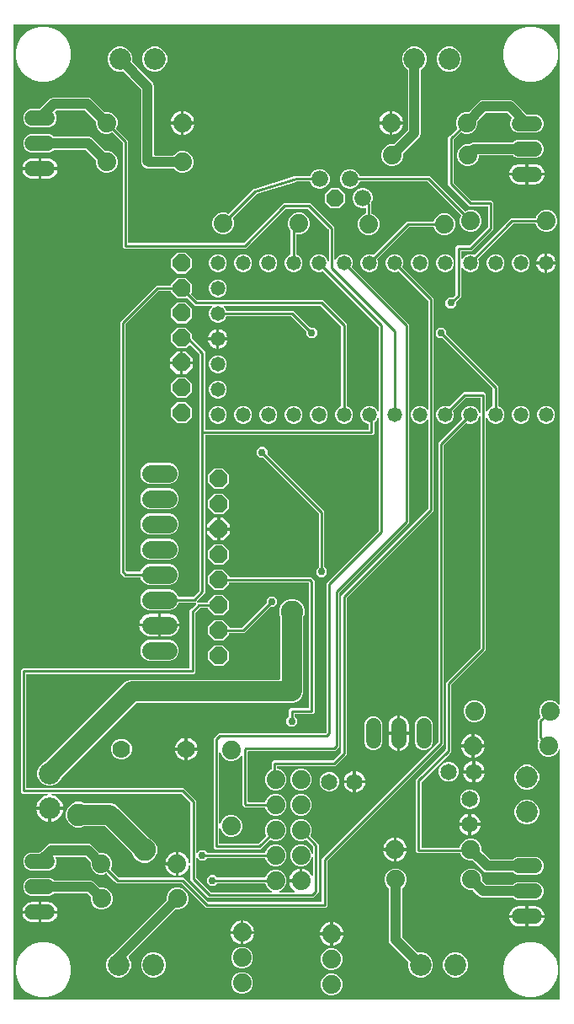
<source format=gbr>
G04 EAGLE Gerber RS-274X export*
G75*
%MOMM*%
%FSLAX34Y34*%
%LPD*%
%INBottom Copper*%
%IPPOS*%
%AMOC8*
5,1,8,0,0,1.08239X$1,22.5*%
G01*
%ADD10C,1.651000*%
%ADD11C,1.524000*%
%ADD12C,2.184400*%
%ADD13C,1.879600*%
%ADD14C,1.676400*%
%ADD15P,1.814519X8X112.500000*%
%ADD16C,1.778000*%
%ADD17P,1.924489X8X22.500000*%
%ADD18C,1.473200*%
%ADD19P,1.924489X8X292.500000*%
%ADD20P,1.924489X8X112.500000*%
%ADD21C,1.778000*%
%ADD22C,2.000000*%
%ADD23C,2.250000*%
%ADD24C,2.000000*%
%ADD25C,0.756400*%
%ADD26C,0.250000*%
%ADD27C,1.000000*%

G36*
X559098Y10164D02*
X559098Y10164D01*
X559117Y10162D01*
X559219Y10184D01*
X559321Y10200D01*
X559338Y10210D01*
X559358Y10214D01*
X559447Y10267D01*
X559538Y10316D01*
X559552Y10330D01*
X559569Y10340D01*
X559636Y10419D01*
X559708Y10494D01*
X559716Y10512D01*
X559729Y10527D01*
X559768Y10623D01*
X559811Y10717D01*
X559813Y10737D01*
X559821Y10755D01*
X559839Y10922D01*
X559839Y260830D01*
X559824Y260926D01*
X559814Y261023D01*
X559804Y261047D01*
X559800Y261073D01*
X559754Y261159D01*
X559714Y261248D01*
X559697Y261267D01*
X559684Y261290D01*
X559614Y261357D01*
X559548Y261429D01*
X559525Y261442D01*
X559506Y261460D01*
X559418Y261501D01*
X559332Y261548D01*
X559307Y261552D01*
X559283Y261563D01*
X559186Y261574D01*
X559090Y261591D01*
X559064Y261588D01*
X559039Y261590D01*
X558943Y261570D01*
X558847Y261556D01*
X558824Y261544D01*
X558798Y261538D01*
X558715Y261488D01*
X558628Y261444D01*
X558609Y261425D01*
X558587Y261412D01*
X558524Y261338D01*
X558456Y261268D01*
X558440Y261240D01*
X558427Y261225D01*
X558415Y261194D01*
X558375Y261122D01*
X557460Y258913D01*
X554387Y255840D01*
X550373Y254177D01*
X546027Y254177D01*
X542013Y255840D01*
X538940Y258913D01*
X537277Y262927D01*
X537277Y267273D01*
X538496Y270215D01*
X538509Y270271D01*
X538524Y270303D01*
X538530Y270359D01*
X538551Y270442D01*
X538551Y270449D01*
X538552Y270455D01*
X538547Y270510D01*
X538551Y270548D01*
X538539Y270606D01*
X538532Y270688D01*
X538530Y270693D01*
X538529Y270700D01*
X538508Y270747D01*
X538499Y270788D01*
X538466Y270844D01*
X538436Y270914D01*
X538431Y270920D01*
X538429Y270924D01*
X538417Y270938D01*
X538388Y270973D01*
X538373Y270999D01*
X538356Y271013D01*
X538331Y271045D01*
X537225Y272151D01*
X537225Y291449D01*
X539073Y293298D01*
X539074Y293298D01*
X539931Y294155D01*
X539999Y294249D01*
X540069Y294344D01*
X540071Y294350D01*
X540075Y294355D01*
X540109Y294466D01*
X540145Y294578D01*
X540145Y294584D01*
X540147Y294590D01*
X540144Y294707D01*
X540143Y294824D01*
X540141Y294831D01*
X540141Y294836D01*
X540134Y294853D01*
X540096Y294985D01*
X538877Y297927D01*
X538877Y302273D01*
X540540Y306287D01*
X543613Y309360D01*
X547627Y311023D01*
X551973Y311023D01*
X555987Y309360D01*
X558540Y306807D01*
X558598Y306765D01*
X558650Y306716D01*
X558697Y306694D01*
X558739Y306664D01*
X558808Y306643D01*
X558873Y306612D01*
X558925Y306607D01*
X558975Y306591D01*
X559046Y306593D01*
X559117Y306585D01*
X559168Y306596D01*
X559220Y306598D01*
X559288Y306622D01*
X559358Y306638D01*
X559403Y306664D01*
X559451Y306682D01*
X559507Y306727D01*
X559569Y306764D01*
X559603Y306803D01*
X559643Y306836D01*
X559682Y306896D01*
X559729Y306951D01*
X559748Y306999D01*
X559776Y307043D01*
X559794Y307112D01*
X559821Y307179D01*
X559829Y307250D01*
X559837Y307281D01*
X559835Y307305D01*
X559839Y307346D01*
X559839Y989078D01*
X559836Y989098D01*
X559838Y989117D01*
X559816Y989219D01*
X559800Y989321D01*
X559790Y989338D01*
X559786Y989358D01*
X559733Y989447D01*
X559684Y989538D01*
X559670Y989552D01*
X559660Y989569D01*
X559581Y989636D01*
X559506Y989708D01*
X559488Y989716D01*
X559473Y989729D01*
X559377Y989768D01*
X559283Y989811D01*
X559263Y989813D01*
X559245Y989821D01*
X559078Y989839D01*
X10922Y989839D01*
X10902Y989836D01*
X10883Y989838D01*
X10781Y989816D01*
X10679Y989800D01*
X10662Y989790D01*
X10642Y989786D01*
X10553Y989733D01*
X10462Y989684D01*
X10448Y989670D01*
X10431Y989660D01*
X10364Y989581D01*
X10292Y989506D01*
X10284Y989488D01*
X10271Y989473D01*
X10232Y989377D01*
X10189Y989283D01*
X10187Y989263D01*
X10179Y989245D01*
X10161Y989078D01*
X10161Y10922D01*
X10164Y10902D01*
X10162Y10883D01*
X10184Y10781D01*
X10200Y10679D01*
X10210Y10662D01*
X10214Y10642D01*
X10267Y10553D01*
X10316Y10462D01*
X10330Y10448D01*
X10340Y10431D01*
X10419Y10364D01*
X10494Y10292D01*
X10512Y10284D01*
X10527Y10271D01*
X10623Y10232D01*
X10717Y10189D01*
X10737Y10187D01*
X10755Y10179D01*
X10922Y10161D01*
X559078Y10161D01*
X559098Y10164D01*
G37*
%LPC*%
G36*
X205851Y112475D02*
X205851Y112475D01*
X187975Y130351D01*
X187975Y144958D01*
X187965Y145021D01*
X187965Y145085D01*
X187945Y145141D01*
X187936Y145201D01*
X187906Y145257D01*
X187885Y145317D01*
X187848Y145365D01*
X187820Y145418D01*
X187774Y145462D01*
X187735Y145513D01*
X187686Y145546D01*
X187642Y145587D01*
X187584Y145614D01*
X187531Y145650D01*
X187473Y145666D01*
X187419Y145691D01*
X187356Y145698D01*
X187294Y145715D01*
X187234Y145711D01*
X187175Y145718D01*
X187112Y145704D01*
X187048Y145701D01*
X186993Y145679D01*
X186934Y145666D01*
X186879Y145633D01*
X186820Y145609D01*
X186775Y145570D01*
X186723Y145540D01*
X186682Y145491D01*
X186633Y145450D01*
X186602Y145398D01*
X186563Y145353D01*
X186539Y145293D01*
X186506Y145239D01*
X186484Y145155D01*
X186471Y145125D01*
X186469Y145100D01*
X186462Y145077D01*
X186245Y143704D01*
X185664Y141917D01*
X184811Y140243D01*
X183706Y138722D01*
X182378Y137394D01*
X180857Y136289D01*
X179183Y135436D01*
X177396Y134855D01*
X176123Y134654D01*
X176123Y145738D01*
X176120Y145758D01*
X176122Y145777D01*
X176100Y145879D01*
X176083Y145981D01*
X176074Y145998D01*
X176070Y146018D01*
X176017Y146107D01*
X175968Y146198D01*
X175954Y146212D01*
X175944Y146229D01*
X175865Y146296D01*
X175790Y146367D01*
X175772Y146376D01*
X175757Y146389D01*
X175661Y146427D01*
X175567Y146471D01*
X175547Y146473D01*
X175529Y146481D01*
X175362Y146499D01*
X174599Y146499D01*
X174599Y146501D01*
X175362Y146501D01*
X175382Y146504D01*
X175401Y146502D01*
X175503Y146524D01*
X175605Y146541D01*
X175622Y146550D01*
X175642Y146554D01*
X175731Y146607D01*
X175822Y146656D01*
X175836Y146670D01*
X175853Y146680D01*
X175920Y146759D01*
X175991Y146834D01*
X176000Y146852D01*
X176013Y146867D01*
X176052Y146963D01*
X176095Y147057D01*
X176097Y147077D01*
X176105Y147095D01*
X176123Y147262D01*
X176123Y158346D01*
X177396Y158145D01*
X179183Y157564D01*
X180857Y156711D01*
X182378Y155606D01*
X183706Y154278D01*
X184811Y152757D01*
X185664Y151083D01*
X186245Y149296D01*
X186462Y147923D01*
X186482Y147862D01*
X186493Y147799D01*
X186521Y147747D01*
X186539Y147690D01*
X186578Y147638D01*
X186608Y147582D01*
X186651Y147541D01*
X186687Y147493D01*
X186740Y147457D01*
X186786Y147413D01*
X186840Y147387D01*
X186890Y147354D01*
X186951Y147336D01*
X187009Y147309D01*
X187069Y147302D01*
X187126Y147286D01*
X187190Y147289D01*
X187253Y147282D01*
X187312Y147295D01*
X187372Y147298D01*
X187431Y147321D01*
X187494Y147334D01*
X187545Y147365D01*
X187601Y147387D01*
X187650Y147428D01*
X187705Y147460D01*
X187744Y147506D01*
X187790Y147544D01*
X187823Y147599D01*
X187865Y147647D01*
X187887Y147703D01*
X187919Y147754D01*
X187933Y147816D01*
X187957Y147875D01*
X187966Y147962D01*
X187974Y147994D01*
X187973Y148018D01*
X187975Y148042D01*
X187975Y207785D01*
X187961Y207875D01*
X187953Y207966D01*
X187941Y207996D01*
X187936Y208028D01*
X187893Y208109D01*
X187857Y208193D01*
X187831Y208225D01*
X187820Y208245D01*
X187797Y208268D01*
X187752Y208324D01*
X179074Y217002D01*
X179000Y217055D01*
X178930Y217115D01*
X178900Y217127D01*
X178874Y217146D01*
X178787Y217173D01*
X178702Y217207D01*
X178661Y217211D01*
X178639Y217218D01*
X178607Y217217D01*
X178535Y217225D01*
X48529Y217225D01*
X48466Y217215D01*
X48402Y217215D01*
X48346Y217195D01*
X48287Y217186D01*
X48230Y217156D01*
X48170Y217135D01*
X48122Y217098D01*
X48069Y217070D01*
X48025Y217024D01*
X47975Y216985D01*
X47941Y216936D01*
X47900Y216892D01*
X47873Y216834D01*
X47837Y216781D01*
X47821Y216723D01*
X47796Y216669D01*
X47789Y216606D01*
X47772Y216544D01*
X47776Y216484D01*
X47769Y216425D01*
X47783Y216362D01*
X47786Y216298D01*
X47809Y216243D01*
X47821Y216184D01*
X47854Y216129D01*
X47878Y216070D01*
X47917Y216025D01*
X47948Y215973D01*
X47996Y215932D01*
X48038Y215883D01*
X48089Y215852D01*
X48134Y215813D01*
X48194Y215789D01*
X48248Y215756D01*
X48332Y215734D01*
X48363Y215721D01*
X48387Y215719D01*
X48391Y215717D01*
X48395Y215716D01*
X48410Y215712D01*
X49552Y215531D01*
X51568Y214876D01*
X53456Y213914D01*
X55170Y212669D01*
X56669Y211170D01*
X57914Y209456D01*
X58876Y207568D01*
X59531Y205552D01*
X59789Y203923D01*
X47162Y203923D01*
X47142Y203920D01*
X47123Y203922D01*
X47021Y203900D01*
X46919Y203883D01*
X46902Y203874D01*
X46882Y203870D01*
X46793Y203817D01*
X46702Y203768D01*
X46688Y203754D01*
X46671Y203744D01*
X46604Y203665D01*
X46533Y203590D01*
X46524Y203572D01*
X46511Y203557D01*
X46473Y203461D01*
X46429Y203367D01*
X46427Y203347D01*
X46419Y203329D01*
X46401Y203162D01*
X46401Y202399D01*
X46399Y202399D01*
X46399Y203162D01*
X46396Y203182D01*
X46398Y203201D01*
X46376Y203303D01*
X46359Y203405D01*
X46350Y203422D01*
X46346Y203442D01*
X46293Y203531D01*
X46244Y203622D01*
X46230Y203636D01*
X46220Y203653D01*
X46141Y203720D01*
X46066Y203791D01*
X46048Y203800D01*
X46033Y203813D01*
X45937Y203852D01*
X45843Y203895D01*
X45823Y203897D01*
X45805Y203905D01*
X45638Y203923D01*
X33011Y203923D01*
X33269Y205552D01*
X33924Y207568D01*
X34886Y209456D01*
X36131Y211170D01*
X37630Y212669D01*
X39344Y213914D01*
X41232Y214876D01*
X43248Y215531D01*
X44390Y215712D01*
X44450Y215732D01*
X44513Y215743D01*
X44566Y215771D01*
X44623Y215789D01*
X44674Y215828D01*
X44731Y215858D01*
X44772Y215901D01*
X44820Y215937D01*
X44856Y215990D01*
X44900Y216036D01*
X44925Y216090D01*
X44959Y216140D01*
X44977Y216201D01*
X45004Y216259D01*
X45010Y216319D01*
X45027Y216376D01*
X45024Y216440D01*
X45031Y216503D01*
X45018Y216562D01*
X45015Y216622D01*
X44992Y216681D01*
X44979Y216744D01*
X44948Y216795D01*
X44926Y216851D01*
X44885Y216900D01*
X44852Y216955D01*
X44807Y216994D01*
X44768Y217040D01*
X44714Y217073D01*
X44666Y217115D01*
X44610Y217137D01*
X44559Y217169D01*
X44497Y217183D01*
X44437Y217207D01*
X44351Y217216D01*
X44319Y217224D01*
X44295Y217223D01*
X44271Y217225D01*
X18851Y217225D01*
X17225Y218851D01*
X17225Y341149D01*
X18851Y342775D01*
X186464Y342775D01*
X186484Y342778D01*
X186503Y342776D01*
X186605Y342798D01*
X186707Y342814D01*
X186724Y342824D01*
X186744Y342828D01*
X186833Y342881D01*
X186924Y342930D01*
X186938Y342944D01*
X186955Y342954D01*
X187022Y343033D01*
X187094Y343108D01*
X187102Y343126D01*
X187115Y343141D01*
X187154Y343237D01*
X187197Y343331D01*
X187199Y343351D01*
X187207Y343369D01*
X187225Y343536D01*
X187225Y401149D01*
X189074Y402998D01*
X193802Y407726D01*
X193844Y407784D01*
X193893Y407836D01*
X193915Y407883D01*
X193945Y407925D01*
X193966Y407994D01*
X193997Y408059D01*
X194002Y408111D01*
X194018Y408161D01*
X194016Y408232D01*
X194024Y408303D01*
X194013Y408354D01*
X194011Y408406D01*
X193987Y408474D01*
X193971Y408544D01*
X193945Y408589D01*
X193927Y408637D01*
X193882Y408693D01*
X193845Y408755D01*
X193806Y408789D01*
X193773Y408829D01*
X193713Y408868D01*
X193658Y408915D01*
X193610Y408934D01*
X193566Y408962D01*
X193497Y408980D01*
X193430Y409007D01*
X193359Y409015D01*
X193328Y409023D01*
X193304Y409021D01*
X193263Y409025D01*
X176222Y409025D01*
X176107Y409006D01*
X175991Y408989D01*
X175986Y408987D01*
X175979Y408986D01*
X175877Y408931D01*
X175772Y408878D01*
X175768Y408873D01*
X175762Y408870D01*
X175682Y408786D01*
X175600Y408702D01*
X175596Y408696D01*
X175593Y408692D01*
X175585Y408675D01*
X175519Y408555D01*
X174419Y405900D01*
X171490Y402971D01*
X167662Y401385D01*
X145738Y401385D01*
X141910Y402971D01*
X138981Y405900D01*
X137395Y409728D01*
X137395Y413872D01*
X138981Y417700D01*
X141910Y420629D01*
X145738Y422215D01*
X167662Y422215D01*
X171490Y420629D01*
X174419Y417700D01*
X175519Y415045D01*
X175580Y414945D01*
X175640Y414845D01*
X175645Y414841D01*
X175648Y414836D01*
X175739Y414761D01*
X175827Y414685D01*
X175833Y414683D01*
X175838Y414679D01*
X175946Y414637D01*
X176055Y414593D01*
X176063Y414592D01*
X176068Y414591D01*
X176086Y414590D01*
X176222Y414575D01*
X190335Y414575D01*
X190425Y414589D01*
X190516Y414597D01*
X190546Y414609D01*
X190578Y414614D01*
X190659Y414657D01*
X190743Y414693D01*
X190775Y414719D01*
X190795Y414730D01*
X190818Y414753D01*
X190874Y414798D01*
X197002Y420926D01*
X197055Y421000D01*
X197115Y421070D01*
X197127Y421100D01*
X197146Y421126D01*
X197173Y421213D01*
X197207Y421298D01*
X197211Y421339D01*
X197218Y421361D01*
X197217Y421393D01*
X197225Y421465D01*
X197225Y658535D01*
X197211Y658625D01*
X197203Y658716D01*
X197191Y658746D01*
X197186Y658778D01*
X197143Y658859D01*
X197107Y658943D01*
X197081Y658975D01*
X197070Y658995D01*
X197047Y659018D01*
X197002Y659074D01*
X187991Y668085D01*
X187974Y668097D01*
X187962Y668113D01*
X187875Y668169D01*
X187791Y668229D01*
X187772Y668235D01*
X187755Y668246D01*
X187655Y668271D01*
X187556Y668301D01*
X187536Y668301D01*
X187517Y668306D01*
X187414Y668298D01*
X187310Y668295D01*
X187291Y668288D01*
X187271Y668286D01*
X187176Y668246D01*
X187079Y668210D01*
X187063Y668198D01*
X187045Y668190D01*
X186914Y668085D01*
X183314Y664485D01*
X174686Y664485D01*
X168585Y670586D01*
X168585Y679214D01*
X174686Y685315D01*
X183314Y685315D01*
X189415Y679214D01*
X189415Y674825D01*
X189429Y674735D01*
X189437Y674644D01*
X189449Y674614D01*
X189454Y674582D01*
X189497Y674501D01*
X189533Y674417D01*
X189559Y674385D01*
X189570Y674365D01*
X189593Y674342D01*
X189638Y674286D01*
X202775Y661149D01*
X202775Y583536D01*
X202778Y583516D01*
X202776Y583497D01*
X202798Y583395D01*
X202814Y583293D01*
X202824Y583276D01*
X202828Y583256D01*
X202881Y583167D01*
X202930Y583076D01*
X202944Y583062D01*
X202954Y583045D01*
X203033Y582978D01*
X203108Y582906D01*
X203126Y582898D01*
X203141Y582885D01*
X203237Y582846D01*
X203331Y582803D01*
X203351Y582801D01*
X203369Y582793D01*
X203536Y582775D01*
X366464Y582775D01*
X366484Y582778D01*
X366503Y582776D01*
X366605Y582798D01*
X366707Y582814D01*
X366724Y582824D01*
X366744Y582828D01*
X366833Y582881D01*
X366924Y582930D01*
X366938Y582944D01*
X366955Y582954D01*
X367022Y583033D01*
X367094Y583108D01*
X367102Y583126D01*
X367115Y583141D01*
X367154Y583237D01*
X367197Y583331D01*
X367199Y583351D01*
X367207Y583369D01*
X367225Y583536D01*
X367225Y588148D01*
X367222Y588168D01*
X367224Y588187D01*
X367202Y588289D01*
X367186Y588391D01*
X367176Y588408D01*
X367172Y588428D01*
X367119Y588517D01*
X367070Y588608D01*
X367056Y588622D01*
X367046Y588639D01*
X366967Y588706D01*
X366892Y588778D01*
X366874Y588786D01*
X366859Y588799D01*
X366763Y588838D01*
X366669Y588881D01*
X366649Y588883D01*
X366631Y588891D01*
X366464Y588909D01*
X366032Y588909D01*
X362764Y590263D01*
X360263Y592764D01*
X358909Y596032D01*
X358909Y599568D01*
X360263Y602836D01*
X362764Y605337D01*
X366032Y606691D01*
X369568Y606691D01*
X372836Y605337D01*
X375337Y602836D01*
X375761Y601814D01*
X375812Y601731D01*
X375858Y601645D01*
X375876Y601627D01*
X375890Y601605D01*
X375966Y601542D01*
X376036Y601476D01*
X376060Y601465D01*
X376080Y601448D01*
X376171Y601413D01*
X376259Y601372D01*
X376285Y601369D01*
X376309Y601360D01*
X376407Y601356D01*
X376503Y601345D01*
X376529Y601350D01*
X376555Y601349D01*
X376649Y601376D01*
X376744Y601397D01*
X376766Y601410D01*
X376791Y601418D01*
X376871Y601473D01*
X376955Y601523D01*
X376972Y601543D01*
X376993Y601558D01*
X377052Y601636D01*
X377115Y601710D01*
X377125Y601734D01*
X377140Y601755D01*
X377170Y601848D01*
X377207Y601938D01*
X377210Y601971D01*
X377216Y601989D01*
X377216Y602022D01*
X377225Y602105D01*
X377225Y685735D01*
X377211Y685825D01*
X377203Y685916D01*
X377191Y685946D01*
X377186Y685978D01*
X377143Y686059D01*
X377107Y686143D01*
X377081Y686175D01*
X377070Y686195D01*
X377047Y686218D01*
X377002Y686274D01*
X321390Y741886D01*
X321295Y741954D01*
X321201Y742024D01*
X321195Y742026D01*
X321190Y742030D01*
X321079Y742064D01*
X320967Y742100D01*
X320961Y742100D01*
X320955Y742102D01*
X320838Y742099D01*
X320721Y742098D01*
X320714Y742096D01*
X320709Y742096D01*
X320691Y742089D01*
X320560Y742051D01*
X318768Y741309D01*
X315232Y741309D01*
X311964Y742663D01*
X309463Y745164D01*
X308109Y748432D01*
X308109Y751968D01*
X309463Y755236D01*
X311964Y757737D01*
X315232Y759091D01*
X318768Y759091D01*
X322036Y757737D01*
X324537Y755236D01*
X325761Y752282D01*
X325812Y752199D01*
X325858Y752114D01*
X325877Y752096D01*
X325890Y752073D01*
X325965Y752011D01*
X326036Y751944D01*
X326060Y751933D01*
X326080Y751916D01*
X326171Y751882D01*
X326259Y751841D01*
X326285Y751838D01*
X326309Y751828D01*
X326407Y751824D01*
X326503Y751813D01*
X326529Y751819D01*
X326555Y751818D01*
X326649Y751845D01*
X326744Y751866D01*
X326766Y751879D01*
X326791Y751886D01*
X326871Y751942D01*
X326955Y751992D01*
X326972Y752012D01*
X326993Y752027D01*
X327052Y752105D01*
X327115Y752179D01*
X327125Y752203D01*
X327140Y752224D01*
X327170Y752317D01*
X327207Y752407D01*
X327210Y752439D01*
X327216Y752458D01*
X327216Y752491D01*
X327225Y752574D01*
X327225Y783535D01*
X327211Y783625D01*
X327203Y783716D01*
X327191Y783746D01*
X327186Y783778D01*
X327143Y783859D01*
X327107Y783943D01*
X327081Y783975D01*
X327070Y783995D01*
X327047Y784018D01*
X327002Y784074D01*
X306574Y804502D01*
X306500Y804555D01*
X306430Y804615D01*
X306400Y804627D01*
X306374Y804646D01*
X306287Y804673D01*
X306202Y804707D01*
X306161Y804711D01*
X306139Y804718D01*
X306107Y804717D01*
X306035Y804725D01*
X283965Y804725D01*
X283875Y804711D01*
X283784Y804703D01*
X283754Y804691D01*
X283722Y804686D01*
X283641Y804643D01*
X283557Y804607D01*
X283525Y804581D01*
X283505Y804570D01*
X283482Y804547D01*
X283426Y804502D01*
X243649Y764725D01*
X121351Y764725D01*
X119725Y766351D01*
X119725Y870535D01*
X119711Y870625D01*
X119703Y870716D01*
X119691Y870746D01*
X119686Y870778D01*
X119643Y870859D01*
X119607Y870943D01*
X119581Y870975D01*
X119570Y870995D01*
X119547Y871018D01*
X119502Y871074D01*
X109545Y881031D01*
X109451Y881099D01*
X109356Y881169D01*
X109350Y881171D01*
X109345Y881175D01*
X109234Y881209D01*
X109122Y881245D01*
X109116Y881245D01*
X109110Y881247D01*
X108993Y881244D01*
X108876Y881243D01*
X108869Y881241D01*
X108864Y881241D01*
X108847Y881234D01*
X108715Y881196D01*
X105773Y879977D01*
X101427Y879977D01*
X97413Y881640D01*
X94340Y884713D01*
X92677Y888727D01*
X92677Y892280D01*
X92663Y892370D01*
X92655Y892461D01*
X92643Y892491D01*
X92638Y892523D01*
X92595Y892603D01*
X92559Y892687D01*
X92533Y892719D01*
X92522Y892740D01*
X92499Y892762D01*
X92454Y892818D01*
X82020Y903252D01*
X81946Y903305D01*
X81877Y903365D01*
X81847Y903377D01*
X81821Y903396D01*
X81734Y903423D01*
X81649Y903457D01*
X81608Y903461D01*
X81586Y903468D01*
X81553Y903467D01*
X81482Y903475D01*
X53718Y903475D01*
X53628Y903461D01*
X53537Y903453D01*
X53507Y903441D01*
X53475Y903436D01*
X53395Y903393D01*
X53311Y903357D01*
X53278Y903331D01*
X53258Y903320D01*
X53236Y903297D01*
X53180Y903252D01*
X52028Y902101D01*
X52017Y902085D01*
X52001Y902072D01*
X51971Y902025D01*
X51959Y902013D01*
X51949Y901991D01*
X51945Y901985D01*
X51885Y901901D01*
X51879Y901882D01*
X51868Y901865D01*
X51843Y901765D01*
X51812Y901666D01*
X51813Y901646D01*
X51808Y901627D01*
X51816Y901524D01*
X51819Y901420D01*
X51826Y901401D01*
X51827Y901382D01*
X51868Y901287D01*
X51903Y901189D01*
X51916Y901174D01*
X51923Y901155D01*
X51961Y901109D01*
X53365Y897719D01*
X53365Y894081D01*
X51973Y890720D01*
X49400Y888147D01*
X46039Y886755D01*
X27161Y886755D01*
X23800Y888147D01*
X21227Y890720D01*
X19835Y894081D01*
X19835Y897719D01*
X21227Y901080D01*
X23800Y903653D01*
X27161Y905045D01*
X36202Y905045D01*
X36292Y905059D01*
X36383Y905067D01*
X36413Y905079D01*
X36445Y905084D01*
X36526Y905127D01*
X36609Y905163D01*
X36642Y905189D01*
X36662Y905200D01*
X36684Y905223D01*
X36740Y905268D01*
X45062Y913589D01*
X47004Y915531D01*
X49402Y916525D01*
X85798Y916525D01*
X88196Y915531D01*
X101682Y902046D01*
X101756Y901993D01*
X101825Y901933D01*
X101855Y901921D01*
X101881Y901902D01*
X101968Y901875D01*
X102053Y901841D01*
X102094Y901837D01*
X102116Y901830D01*
X102149Y901831D01*
X102220Y901823D01*
X105773Y901823D01*
X109787Y900160D01*
X112860Y897087D01*
X114523Y893073D01*
X114523Y888727D01*
X113304Y885785D01*
X113277Y885671D01*
X113249Y885558D01*
X113249Y885551D01*
X113248Y885545D01*
X113259Y885429D01*
X113268Y885312D01*
X113270Y885307D01*
X113271Y885300D01*
X113319Y885193D01*
X113364Y885086D01*
X113369Y885080D01*
X113371Y885076D01*
X113383Y885062D01*
X113469Y884955D01*
X123426Y874998D01*
X125275Y873149D01*
X125275Y771036D01*
X125278Y771016D01*
X125276Y770997D01*
X125298Y770895D01*
X125314Y770793D01*
X125324Y770776D01*
X125328Y770756D01*
X125381Y770667D01*
X125430Y770576D01*
X125444Y770562D01*
X125454Y770545D01*
X125533Y770478D01*
X125608Y770406D01*
X125626Y770398D01*
X125641Y770385D01*
X125737Y770346D01*
X125831Y770303D01*
X125851Y770301D01*
X125869Y770293D01*
X126036Y770275D01*
X241035Y770275D01*
X241125Y770289D01*
X241216Y770297D01*
X241246Y770309D01*
X241278Y770314D01*
X241359Y770357D01*
X241443Y770393D01*
X241475Y770419D01*
X241495Y770430D01*
X241518Y770453D01*
X241574Y770498D01*
X281351Y810275D01*
X308649Y810275D01*
X332775Y786149D01*
X332775Y754022D01*
X332790Y753926D01*
X332800Y753829D01*
X332810Y753805D01*
X332814Y753779D01*
X332860Y753693D01*
X332900Y753604D01*
X332917Y753585D01*
X332930Y753562D01*
X333000Y753495D01*
X333066Y753423D01*
X333089Y753411D01*
X333108Y753393D01*
X333196Y753352D01*
X333282Y753305D01*
X333307Y753300D01*
X333331Y753289D01*
X333428Y753278D01*
X333524Y753261D01*
X333550Y753265D01*
X333575Y753262D01*
X333671Y753283D01*
X333767Y753297D01*
X333790Y753309D01*
X333816Y753314D01*
X333899Y753364D01*
X333986Y753408D01*
X334005Y753427D01*
X334027Y753440D01*
X334090Y753514D01*
X334158Y753584D01*
X334174Y753612D01*
X334187Y753627D01*
X334199Y753658D01*
X334239Y753731D01*
X334863Y755236D01*
X337364Y757737D01*
X340632Y759091D01*
X344168Y759091D01*
X347436Y757737D01*
X349937Y755236D01*
X351291Y751968D01*
X351291Y748432D01*
X350549Y746640D01*
X350522Y746526D01*
X350493Y746413D01*
X350494Y746407D01*
X350492Y746401D01*
X350503Y746284D01*
X350513Y746168D01*
X350515Y746162D01*
X350516Y746156D01*
X350563Y746048D01*
X350609Y745941D01*
X350614Y745936D01*
X350616Y745931D01*
X350628Y745917D01*
X350714Y745810D01*
X407775Y688749D01*
X407775Y488851D01*
X337998Y419074D01*
X337945Y419000D01*
X337885Y418930D01*
X337873Y418900D01*
X337854Y418874D01*
X337827Y418787D01*
X337793Y418702D01*
X337789Y418661D01*
X337782Y418639D01*
X337783Y418607D01*
X337775Y418535D01*
X337775Y263851D01*
X333649Y259725D01*
X246286Y259725D01*
X246266Y259722D01*
X246247Y259724D01*
X246145Y259702D01*
X246043Y259686D01*
X246026Y259676D01*
X246006Y259672D01*
X245917Y259619D01*
X245826Y259570D01*
X245812Y259556D01*
X245795Y259546D01*
X245728Y259467D01*
X245656Y259392D01*
X245648Y259374D01*
X245635Y259359D01*
X245596Y259263D01*
X245553Y259169D01*
X245551Y259149D01*
X245543Y259131D01*
X245525Y258964D01*
X245525Y209336D01*
X245528Y209316D01*
X245526Y209297D01*
X245548Y209195D01*
X245564Y209093D01*
X245574Y209076D01*
X245578Y209056D01*
X245631Y208967D01*
X245680Y208876D01*
X245694Y208862D01*
X245704Y208845D01*
X245783Y208778D01*
X245858Y208706D01*
X245876Y208698D01*
X245891Y208685D01*
X245987Y208646D01*
X246081Y208603D01*
X246101Y208601D01*
X246119Y208593D01*
X246286Y208575D01*
X262518Y208575D01*
X262633Y208594D01*
X262749Y208611D01*
X262755Y208613D01*
X262761Y208614D01*
X262863Y208669D01*
X262968Y208722D01*
X262973Y208727D01*
X262978Y208730D01*
X263058Y208814D01*
X263140Y208898D01*
X263144Y208904D01*
X263148Y208908D01*
X263155Y208925D01*
X263221Y209045D01*
X264440Y211987D01*
X267513Y215060D01*
X271527Y216723D01*
X275873Y216723D01*
X279887Y215060D01*
X282960Y211987D01*
X284623Y207973D01*
X284623Y203627D01*
X282960Y199613D01*
X279887Y196540D01*
X275873Y194877D01*
X271527Y194877D01*
X267513Y196540D01*
X264440Y199613D01*
X263221Y202555D01*
X263160Y202655D01*
X263100Y202755D01*
X263095Y202759D01*
X263092Y202764D01*
X263002Y202839D01*
X262913Y202915D01*
X262907Y202917D01*
X262902Y202921D01*
X262794Y202963D01*
X262685Y203007D01*
X262677Y203008D01*
X262673Y203009D01*
X262654Y203010D01*
X262518Y203025D01*
X242551Y203025D01*
X239975Y205601D01*
X239975Y254827D01*
X239960Y254923D01*
X239950Y255020D01*
X239940Y255044D01*
X239936Y255070D01*
X239890Y255156D01*
X239850Y255245D01*
X239833Y255264D01*
X239820Y255287D01*
X239750Y255354D01*
X239684Y255426D01*
X239661Y255439D01*
X239642Y255457D01*
X239554Y255498D01*
X239468Y255545D01*
X239443Y255549D01*
X239419Y255560D01*
X239322Y255571D01*
X239226Y255588D01*
X239200Y255584D01*
X239175Y255587D01*
X239080Y255567D01*
X238983Y255553D01*
X238960Y255541D01*
X238934Y255535D01*
X238850Y255485D01*
X238764Y255441D01*
X238746Y255422D01*
X238723Y255409D01*
X238660Y255335D01*
X238592Y255265D01*
X238576Y255237D01*
X238563Y255222D01*
X238551Y255191D01*
X238511Y255118D01*
X238260Y254513D01*
X235187Y251440D01*
X231173Y249777D01*
X226827Y249777D01*
X222813Y251440D01*
X219740Y254513D01*
X218239Y258136D01*
X218188Y258219D01*
X218142Y258305D01*
X218123Y258323D01*
X218110Y258345D01*
X218035Y258407D01*
X217964Y258474D01*
X217940Y258485D01*
X217920Y258502D01*
X217829Y258537D01*
X217741Y258578D01*
X217715Y258581D01*
X217691Y258590D01*
X217593Y258594D01*
X217497Y258605D01*
X217471Y258600D01*
X217445Y258601D01*
X217351Y258574D01*
X217256Y258553D01*
X217234Y258539D01*
X217209Y258532D01*
X217129Y258477D01*
X217045Y258427D01*
X217028Y258407D01*
X217007Y258392D01*
X216948Y258314D01*
X216885Y258240D01*
X216875Y258215D01*
X216860Y258195D01*
X216830Y258102D01*
X216793Y258012D01*
X216790Y257979D01*
X216784Y257961D01*
X216784Y257928D01*
X216775Y257845D01*
X216775Y187355D01*
X216790Y187259D01*
X216800Y187162D01*
X216810Y187138D01*
X216814Y187112D01*
X216860Y187026D01*
X216900Y186937D01*
X216917Y186918D01*
X216930Y186895D01*
X217000Y186828D01*
X217066Y186756D01*
X217089Y186744D01*
X217108Y186726D01*
X217196Y186685D01*
X217282Y186638D01*
X217307Y186633D01*
X217331Y186622D01*
X217428Y186611D01*
X217524Y186594D01*
X217550Y186598D01*
X217575Y186595D01*
X217671Y186616D01*
X217767Y186630D01*
X217790Y186642D01*
X217816Y186647D01*
X217899Y186697D01*
X217986Y186741D01*
X218005Y186760D01*
X218027Y186773D01*
X218090Y186847D01*
X218158Y186917D01*
X218174Y186945D01*
X218187Y186960D01*
X218199Y186991D01*
X218239Y187064D01*
X219740Y190687D01*
X222813Y193760D01*
X226827Y195423D01*
X231173Y195423D01*
X235187Y193760D01*
X238260Y190687D01*
X239923Y186673D01*
X239923Y182327D01*
X238260Y178313D01*
X235187Y175240D01*
X231173Y173577D01*
X226827Y173577D01*
X222813Y175240D01*
X219740Y178313D01*
X218239Y181936D01*
X218188Y182019D01*
X218142Y182105D01*
X218123Y182123D01*
X218110Y182145D01*
X218035Y182207D01*
X217964Y182274D01*
X217940Y182285D01*
X217920Y182302D01*
X217829Y182337D01*
X217741Y182378D01*
X217715Y182381D01*
X217691Y182390D01*
X217593Y182394D01*
X217497Y182405D01*
X217471Y182400D01*
X217445Y182401D01*
X217351Y182374D01*
X217256Y182353D01*
X217234Y182339D01*
X217209Y182332D01*
X217129Y182277D01*
X217045Y182227D01*
X217028Y182207D01*
X217007Y182192D01*
X216948Y182114D01*
X216885Y182040D01*
X216875Y182015D01*
X216860Y181995D01*
X216830Y181902D01*
X216793Y181812D01*
X216790Y181779D01*
X216784Y181761D01*
X216784Y181728D01*
X216775Y181645D01*
X216775Y167536D01*
X216778Y167516D01*
X216776Y167497D01*
X216798Y167395D01*
X216814Y167293D01*
X216824Y167276D01*
X216828Y167256D01*
X216881Y167167D01*
X216930Y167076D01*
X216944Y167062D01*
X216954Y167045D01*
X217033Y166978D01*
X217108Y166906D01*
X217126Y166898D01*
X217141Y166885D01*
X217237Y166846D01*
X217331Y166803D01*
X217351Y166801D01*
X217369Y166793D01*
X217536Y166775D01*
X255835Y166775D01*
X255925Y166789D01*
X256016Y166797D01*
X256046Y166809D01*
X256078Y166814D01*
X256159Y166857D01*
X256243Y166893D01*
X256275Y166919D01*
X256295Y166930D01*
X256318Y166953D01*
X256374Y166998D01*
X263831Y174455D01*
X263899Y174550D01*
X263969Y174644D01*
X263971Y174650D01*
X263975Y174655D01*
X264009Y174766D01*
X264045Y174878D01*
X264045Y174884D01*
X264047Y174890D01*
X264044Y175007D01*
X264043Y175124D01*
X264041Y175131D01*
X264041Y175136D01*
X264034Y175153D01*
X263996Y175285D01*
X262777Y178227D01*
X262777Y182573D01*
X264440Y186587D01*
X267513Y189660D01*
X271527Y191323D01*
X275873Y191323D01*
X279887Y189660D01*
X282960Y186587D01*
X284623Y182573D01*
X284623Y178227D01*
X282960Y174213D01*
X279887Y171140D01*
X275873Y169477D01*
X271527Y169477D01*
X268585Y170696D01*
X268471Y170723D01*
X268358Y170751D01*
X268351Y170751D01*
X268345Y170752D01*
X268229Y170741D01*
X268112Y170732D01*
X268107Y170730D01*
X268100Y170729D01*
X267993Y170681D01*
X267886Y170636D01*
X267880Y170631D01*
X267876Y170629D01*
X267862Y170617D01*
X267755Y170531D01*
X258449Y161225D01*
X212851Y161225D01*
X211225Y162851D01*
X211225Y272649D01*
X216351Y277775D01*
X323535Y277775D01*
X323625Y277789D01*
X323716Y277797D01*
X323746Y277809D01*
X323778Y277814D01*
X323859Y277857D01*
X323943Y277893D01*
X323975Y277919D01*
X323995Y277930D01*
X324018Y277953D01*
X324074Y277998D01*
X324502Y278426D01*
X324556Y278500D01*
X324615Y278570D01*
X324627Y278600D01*
X324646Y278626D01*
X324673Y278713D01*
X324707Y278798D01*
X324711Y278839D01*
X324718Y278861D01*
X324717Y278893D01*
X324725Y278965D01*
X324725Y428649D01*
X377002Y480926D01*
X377055Y481000D01*
X377115Y481070D01*
X377127Y481100D01*
X377146Y481126D01*
X377173Y481213D01*
X377207Y481298D01*
X377211Y481339D01*
X377218Y481361D01*
X377217Y481393D01*
X377225Y481465D01*
X377225Y593495D01*
X377210Y593591D01*
X377200Y593688D01*
X377190Y593712D01*
X377186Y593738D01*
X377140Y593824D01*
X377100Y593913D01*
X377083Y593932D01*
X377070Y593955D01*
X377000Y594022D01*
X376934Y594094D01*
X376911Y594106D01*
X376892Y594124D01*
X376804Y594165D01*
X376718Y594212D01*
X376693Y594217D01*
X376669Y594228D01*
X376572Y594239D01*
X376476Y594256D01*
X376450Y594252D01*
X376425Y594255D01*
X376329Y594235D01*
X376233Y594220D01*
X376210Y594209D01*
X376184Y594203D01*
X376101Y594153D01*
X376014Y594109D01*
X375995Y594090D01*
X375973Y594077D01*
X375910Y594003D01*
X375842Y593933D01*
X375826Y593905D01*
X375813Y593890D01*
X375801Y593859D01*
X375761Y593786D01*
X375337Y592764D01*
X372998Y590424D01*
X372945Y590350D01*
X372885Y590281D01*
X372873Y590251D01*
X372854Y590225D01*
X372827Y590138D01*
X372793Y590053D01*
X372789Y590012D01*
X372782Y589989D01*
X372783Y589957D01*
X372775Y589886D01*
X372775Y578851D01*
X371149Y577225D01*
X203536Y577225D01*
X203516Y577222D01*
X203497Y577224D01*
X203395Y577202D01*
X203293Y577186D01*
X203276Y577176D01*
X203256Y577172D01*
X203167Y577119D01*
X203076Y577070D01*
X203062Y577056D01*
X203045Y577046D01*
X202978Y576967D01*
X202906Y576892D01*
X202898Y576874D01*
X202885Y576859D01*
X202846Y576763D01*
X202803Y576669D01*
X202801Y576649D01*
X202793Y576631D01*
X202775Y576464D01*
X202775Y418851D01*
X194798Y410874D01*
X194598Y410674D01*
X194556Y410616D01*
X194507Y410564D01*
X194485Y410517D01*
X194455Y410475D01*
X194434Y410406D01*
X194403Y410341D01*
X194398Y410289D01*
X194382Y410240D01*
X194384Y410168D01*
X194376Y410097D01*
X194387Y410046D01*
X194389Y409994D01*
X194413Y409926D01*
X194429Y409856D01*
X194455Y409811D01*
X194473Y409763D01*
X194518Y409707D01*
X194555Y409645D01*
X194594Y409611D01*
X194627Y409571D01*
X194687Y409532D01*
X194742Y409485D01*
X194790Y409466D01*
X194834Y409438D01*
X194903Y409420D01*
X194970Y409393D01*
X195041Y409385D01*
X195072Y409377D01*
X195096Y409379D01*
X195137Y409375D01*
X205124Y409375D01*
X205144Y409378D01*
X205163Y409376D01*
X205265Y409398D01*
X205367Y409414D01*
X205384Y409424D01*
X205404Y409428D01*
X205493Y409481D01*
X205584Y409530D01*
X205598Y409544D01*
X205615Y409554D01*
X205682Y409633D01*
X205754Y409708D01*
X205762Y409726D01*
X205775Y409741D01*
X205814Y409837D01*
X205857Y409931D01*
X205859Y409951D01*
X205867Y409969D01*
X205885Y410136D01*
X205885Y410914D01*
X211986Y417015D01*
X220614Y417015D01*
X226715Y410914D01*
X226715Y402286D01*
X220614Y396185D01*
X211986Y396185D01*
X205885Y402286D01*
X205885Y403064D01*
X205882Y403084D01*
X205884Y403103D01*
X205862Y403205D01*
X205846Y403307D01*
X205836Y403324D01*
X205832Y403344D01*
X205779Y403433D01*
X205730Y403524D01*
X205716Y403538D01*
X205706Y403555D01*
X205627Y403622D01*
X205552Y403694D01*
X205534Y403702D01*
X205519Y403715D01*
X205423Y403754D01*
X205329Y403797D01*
X205309Y403799D01*
X205291Y403807D01*
X205124Y403825D01*
X198065Y403825D01*
X197975Y403811D01*
X197884Y403803D01*
X197854Y403791D01*
X197822Y403786D01*
X197741Y403743D01*
X197657Y403707D01*
X197625Y403681D01*
X197605Y403670D01*
X197582Y403647D01*
X197526Y403602D01*
X192998Y399074D01*
X192945Y399000D01*
X192885Y398930D01*
X192873Y398900D01*
X192854Y398874D01*
X192827Y398787D01*
X192793Y398702D01*
X192789Y398661D01*
X192782Y398639D01*
X192783Y398607D01*
X192775Y398535D01*
X192775Y338851D01*
X191149Y337225D01*
X23536Y337225D01*
X23516Y337222D01*
X23497Y337224D01*
X23395Y337202D01*
X23293Y337186D01*
X23276Y337176D01*
X23256Y337172D01*
X23167Y337119D01*
X23076Y337070D01*
X23062Y337056D01*
X23045Y337046D01*
X22978Y336967D01*
X22906Y336892D01*
X22898Y336874D01*
X22885Y336859D01*
X22846Y336763D01*
X22803Y336669D01*
X22801Y336649D01*
X22793Y336631D01*
X22775Y336464D01*
X22775Y223536D01*
X22778Y223516D01*
X22776Y223497D01*
X22798Y223395D01*
X22814Y223293D01*
X22824Y223276D01*
X22828Y223256D01*
X22881Y223167D01*
X22930Y223076D01*
X22944Y223062D01*
X22954Y223045D01*
X23033Y222978D01*
X23108Y222906D01*
X23126Y222898D01*
X23141Y222885D01*
X23237Y222846D01*
X23331Y222803D01*
X23351Y222801D01*
X23369Y222793D01*
X23536Y222775D01*
X181149Y222775D01*
X193525Y210399D01*
X193525Y157867D01*
X193536Y157797D01*
X193538Y157725D01*
X193556Y157676D01*
X193564Y157625D01*
X193598Y157561D01*
X193623Y157494D01*
X193655Y157453D01*
X193680Y157407D01*
X193732Y157358D01*
X193776Y157302D01*
X193820Y157274D01*
X193858Y157238D01*
X193923Y157208D01*
X193983Y157169D01*
X194034Y157156D01*
X194081Y157134D01*
X194152Y157126D01*
X194222Y157109D01*
X194274Y157113D01*
X194325Y157107D01*
X194396Y157122D01*
X194467Y157128D01*
X194515Y157148D01*
X194566Y157159D01*
X194627Y157196D01*
X194693Y157224D01*
X194749Y157269D01*
X194777Y157286D01*
X194792Y157303D01*
X194824Y157329D01*
X197802Y160307D01*
X202198Y160307D01*
X204507Y157998D01*
X204581Y157945D01*
X204651Y157885D01*
X204681Y157873D01*
X204707Y157854D01*
X204794Y157827D01*
X204879Y157793D01*
X204920Y157789D01*
X204942Y157782D01*
X204974Y157783D01*
X205045Y157775D01*
X262518Y157775D01*
X262633Y157794D01*
X262749Y157811D01*
X262755Y157813D01*
X262761Y157814D01*
X262863Y157869D01*
X262968Y157922D01*
X262973Y157927D01*
X262978Y157930D01*
X263058Y158014D01*
X263140Y158098D01*
X263144Y158104D01*
X263148Y158108D01*
X263155Y158125D01*
X263221Y158245D01*
X264440Y161187D01*
X267513Y164260D01*
X271527Y165923D01*
X275873Y165923D01*
X279887Y164260D01*
X282960Y161187D01*
X284623Y157173D01*
X284623Y152827D01*
X282960Y148813D01*
X279887Y145740D01*
X275873Y144077D01*
X271527Y144077D01*
X267513Y145740D01*
X264440Y148813D01*
X263221Y151755D01*
X263160Y151854D01*
X263100Y151955D01*
X263095Y151959D01*
X263092Y151964D01*
X263002Y152039D01*
X262913Y152115D01*
X262907Y152117D01*
X262902Y152121D01*
X262794Y152163D01*
X262685Y152207D01*
X262677Y152208D01*
X262673Y152209D01*
X262654Y152210D01*
X262518Y152225D01*
X205045Y152225D01*
X204955Y152211D01*
X204864Y152203D01*
X204835Y152191D01*
X204803Y152186D01*
X204722Y152143D01*
X204638Y152107D01*
X204606Y152081D01*
X204585Y152070D01*
X204563Y152047D01*
X204507Y152002D01*
X202198Y149693D01*
X197802Y149693D01*
X194824Y152671D01*
X194766Y152713D01*
X194714Y152762D01*
X194667Y152784D01*
X194625Y152814D01*
X194556Y152836D01*
X194491Y152866D01*
X194439Y152871D01*
X194389Y152887D01*
X194318Y152885D01*
X194247Y152893D01*
X194196Y152882D01*
X194144Y152880D01*
X194076Y152856D01*
X194006Y152841D01*
X193961Y152814D01*
X193913Y152796D01*
X193857Y152751D01*
X193795Y152714D01*
X193761Y152675D01*
X193721Y152642D01*
X193682Y152582D01*
X193635Y152527D01*
X193616Y152479D01*
X193588Y152435D01*
X193570Y152366D01*
X193543Y152299D01*
X193535Y152228D01*
X193527Y152197D01*
X193529Y152174D01*
X193525Y152133D01*
X193525Y132965D01*
X193539Y132875D01*
X193547Y132784D01*
X193559Y132754D01*
X193564Y132722D01*
X193607Y132641D01*
X193643Y132557D01*
X193669Y132525D01*
X193680Y132505D01*
X193703Y132482D01*
X193748Y132426D01*
X207926Y118248D01*
X208000Y118195D01*
X208070Y118135D01*
X208100Y118123D01*
X208126Y118104D01*
X208213Y118077D01*
X208298Y118043D01*
X208339Y118039D01*
X208361Y118032D01*
X208393Y118033D01*
X208465Y118025D01*
X269276Y118025D01*
X269372Y118040D01*
X269469Y118050D01*
X269493Y118060D01*
X269518Y118064D01*
X269604Y118110D01*
X269693Y118150D01*
X269713Y118167D01*
X269736Y118180D01*
X269803Y118250D01*
X269875Y118316D01*
X269887Y118339D01*
X269905Y118358D01*
X269946Y118446D01*
X269993Y118532D01*
X269998Y118557D01*
X270009Y118581D01*
X270019Y118678D01*
X270037Y118774D01*
X270033Y118800D01*
X270036Y118825D01*
X270015Y118921D01*
X270001Y119017D01*
X269989Y119040D01*
X269984Y119066D01*
X269934Y119149D01*
X269890Y119236D01*
X269871Y119255D01*
X269857Y119277D01*
X269784Y119340D01*
X269714Y119408D01*
X269685Y119424D01*
X269671Y119437D01*
X269640Y119449D01*
X269567Y119489D01*
X267513Y120340D01*
X264440Y123413D01*
X263056Y126755D01*
X262994Y126855D01*
X262934Y126955D01*
X262929Y126959D01*
X262926Y126964D01*
X262836Y127039D01*
X262747Y127115D01*
X262741Y127117D01*
X262737Y127121D01*
X262628Y127163D01*
X262519Y127207D01*
X262511Y127208D01*
X262507Y127209D01*
X262489Y127210D01*
X262352Y127225D01*
X215045Y127225D01*
X214955Y127211D01*
X214864Y127203D01*
X214835Y127191D01*
X214803Y127186D01*
X214722Y127143D01*
X214638Y127107D01*
X214606Y127081D01*
X214585Y127070D01*
X214563Y127047D01*
X214507Y127002D01*
X212198Y124693D01*
X207802Y124693D01*
X204693Y127802D01*
X204693Y132198D01*
X207802Y135307D01*
X212198Y135307D01*
X214507Y132998D01*
X214581Y132945D01*
X214651Y132885D01*
X214681Y132873D01*
X214707Y132854D01*
X214794Y132827D01*
X214879Y132793D01*
X214920Y132789D01*
X214942Y132782D01*
X214974Y132783D01*
X215045Y132775D01*
X262684Y132775D01*
X262798Y132794D01*
X262915Y132811D01*
X262920Y132813D01*
X262926Y132814D01*
X263029Y132869D01*
X263134Y132922D01*
X263138Y132927D01*
X263144Y132930D01*
X263224Y133014D01*
X263306Y133098D01*
X263310Y133104D01*
X263313Y133108D01*
X263321Y133125D01*
X263387Y133245D01*
X264440Y135787D01*
X267513Y138860D01*
X271527Y140523D01*
X275873Y140523D01*
X279887Y138860D01*
X282960Y135787D01*
X284623Y131773D01*
X284623Y127427D01*
X282960Y123413D01*
X279887Y120340D01*
X277833Y119489D01*
X277750Y119438D01*
X277664Y119392D01*
X277646Y119373D01*
X277624Y119360D01*
X277562Y119285D01*
X277495Y119214D01*
X277484Y119190D01*
X277467Y119170D01*
X277432Y119079D01*
X277391Y118991D01*
X277388Y118965D01*
X277379Y118941D01*
X277375Y118843D01*
X277364Y118747D01*
X277370Y118721D01*
X277369Y118695D01*
X277396Y118601D01*
X277416Y118506D01*
X277430Y118484D01*
X277437Y118459D01*
X277493Y118379D01*
X277543Y118295D01*
X277562Y118278D01*
X277577Y118257D01*
X277656Y118198D01*
X277729Y118135D01*
X277754Y118125D01*
X277775Y118110D01*
X277867Y118080D01*
X277958Y118043D01*
X277990Y118040D01*
X278009Y118034D01*
X278042Y118034D01*
X278124Y118025D01*
X292378Y118025D01*
X292386Y118026D01*
X292393Y118025D01*
X292507Y118046D01*
X292620Y118064D01*
X292628Y118068D01*
X292635Y118070D01*
X292737Y118126D01*
X292838Y118180D01*
X292843Y118185D01*
X292850Y118189D01*
X292928Y118274D01*
X293007Y118358D01*
X293011Y118365D01*
X293016Y118371D01*
X293062Y118476D01*
X293111Y118581D01*
X293112Y118589D01*
X293115Y118596D01*
X293125Y118711D01*
X293138Y118825D01*
X293136Y118833D01*
X293137Y118841D01*
X293110Y118953D01*
X293086Y119066D01*
X293082Y119073D01*
X293080Y119080D01*
X293019Y119178D01*
X292959Y119277D01*
X292953Y119282D01*
X292949Y119289D01*
X292825Y119402D01*
X291322Y120494D01*
X289994Y121822D01*
X288889Y123343D01*
X288036Y125017D01*
X287455Y126804D01*
X287254Y128077D01*
X298338Y128077D01*
X298358Y128080D01*
X298377Y128078D01*
X298479Y128100D01*
X298581Y128117D01*
X298598Y128126D01*
X298618Y128130D01*
X298707Y128183D01*
X298798Y128232D01*
X298812Y128246D01*
X298829Y128256D01*
X298896Y128335D01*
X298967Y128410D01*
X298976Y128428D01*
X298989Y128443D01*
X299027Y128539D01*
X299071Y128633D01*
X299073Y128653D01*
X299081Y128671D01*
X299099Y128838D01*
X299099Y129601D01*
X299862Y129601D01*
X299882Y129604D01*
X299901Y129602D01*
X300003Y129624D01*
X300105Y129641D01*
X300122Y129650D01*
X300142Y129654D01*
X300231Y129707D01*
X300322Y129756D01*
X300336Y129770D01*
X300353Y129780D01*
X300420Y129859D01*
X300491Y129934D01*
X300500Y129952D01*
X300513Y129967D01*
X300552Y130063D01*
X300595Y130157D01*
X300597Y130177D01*
X300605Y130195D01*
X300623Y130362D01*
X300623Y141446D01*
X301896Y141245D01*
X303683Y140664D01*
X305357Y139811D01*
X306878Y138706D01*
X308206Y137378D01*
X309311Y135857D01*
X310036Y134435D01*
X310076Y134380D01*
X310108Y134320D01*
X310148Y134282D01*
X310181Y134236D01*
X310237Y134197D01*
X310286Y134151D01*
X310337Y134127D01*
X310383Y134095D01*
X310448Y134076D01*
X310509Y134047D01*
X310565Y134041D01*
X310618Y134025D01*
X310686Y134028D01*
X310753Y134020D01*
X310808Y134032D01*
X310864Y134034D01*
X310928Y134058D01*
X310994Y134072D01*
X311042Y134101D01*
X311094Y134121D01*
X311147Y134164D01*
X311205Y134199D01*
X311241Y134241D01*
X311285Y134277D01*
X311321Y134334D01*
X311365Y134385D01*
X311386Y134437D01*
X311416Y134485D01*
X311431Y134551D01*
X311457Y134614D01*
X311465Y134692D01*
X311473Y134724D01*
X311471Y134745D01*
X311475Y134780D01*
X311475Y152507D01*
X311460Y152603D01*
X311450Y152700D01*
X311440Y152724D01*
X311436Y152750D01*
X311390Y152836D01*
X311350Y152925D01*
X311333Y152944D01*
X311320Y152967D01*
X311250Y153034D01*
X311184Y153106D01*
X311161Y153119D01*
X311142Y153137D01*
X311054Y153177D01*
X310968Y153224D01*
X310943Y153229D01*
X310919Y153240D01*
X310822Y153251D01*
X310726Y153268D01*
X310700Y153264D01*
X310675Y153267D01*
X310579Y153247D01*
X310483Y153232D01*
X310460Y153221D01*
X310434Y153215D01*
X310351Y153165D01*
X310264Y153121D01*
X310245Y153102D01*
X310223Y153089D01*
X310160Y153015D01*
X310092Y152945D01*
X310076Y152917D01*
X310063Y152902D01*
X310051Y152871D01*
X310011Y152798D01*
X308360Y148813D01*
X305287Y145740D01*
X301273Y144077D01*
X296927Y144077D01*
X292913Y145740D01*
X289840Y148813D01*
X288177Y152827D01*
X288177Y157173D01*
X289840Y161187D01*
X292913Y164260D01*
X296927Y165923D01*
X301273Y165923D01*
X305287Y164260D01*
X308360Y161187D01*
X310011Y157202D01*
X310062Y157119D01*
X310108Y157033D01*
X310127Y157015D01*
X310140Y156993D01*
X310215Y156930D01*
X310286Y156863D01*
X310310Y156852D01*
X310330Y156836D01*
X310421Y156801D01*
X310509Y156760D01*
X310535Y156757D01*
X310559Y156748D01*
X310657Y156743D01*
X310753Y156733D01*
X310779Y156738D01*
X310805Y156737D01*
X310899Y156764D01*
X310994Y156785D01*
X311016Y156798D01*
X311041Y156806D01*
X311121Y156861D01*
X311205Y156911D01*
X311222Y156931D01*
X311243Y156946D01*
X311302Y157024D01*
X311365Y157098D01*
X311375Y157122D01*
X311390Y157143D01*
X311420Y157236D01*
X311457Y157326D01*
X311460Y157359D01*
X311466Y157377D01*
X311466Y157410D01*
X311475Y157493D01*
X311475Y163785D01*
X311461Y163875D01*
X311453Y163966D01*
X311441Y163996D01*
X311436Y164028D01*
X311393Y164109D01*
X311357Y164193D01*
X311331Y164225D01*
X311320Y164245D01*
X311297Y164268D01*
X311252Y164324D01*
X305045Y170531D01*
X304950Y170599D01*
X304856Y170669D01*
X304850Y170671D01*
X304845Y170675D01*
X304734Y170709D01*
X304622Y170745D01*
X304616Y170745D01*
X304610Y170747D01*
X304493Y170744D01*
X304376Y170743D01*
X304369Y170741D01*
X304364Y170741D01*
X304347Y170734D01*
X304215Y170696D01*
X301273Y169477D01*
X296927Y169477D01*
X292913Y171140D01*
X289840Y174213D01*
X288177Y178227D01*
X288177Y182573D01*
X289840Y186587D01*
X292913Y189660D01*
X296927Y191323D01*
X301273Y191323D01*
X305287Y189660D01*
X308360Y186587D01*
X310023Y182573D01*
X310023Y178227D01*
X308804Y175285D01*
X308777Y175171D01*
X308749Y175058D01*
X308749Y175051D01*
X308748Y175045D01*
X308759Y174929D01*
X308768Y174812D01*
X308770Y174807D01*
X308771Y174800D01*
X308819Y174693D01*
X308864Y174586D01*
X308869Y174580D01*
X308871Y174576D01*
X308883Y174562D01*
X308969Y174455D01*
X315176Y168248D01*
X317025Y166399D01*
X317025Y117851D01*
X311649Y112475D01*
X205851Y112475D01*
G37*
%LPD*%
%LPC*%
G36*
X203601Y102475D02*
X203601Y102475D01*
X179074Y127002D01*
X179000Y127055D01*
X178930Y127115D01*
X178900Y127127D01*
X178874Y127146D01*
X178787Y127173D01*
X178702Y127207D01*
X178661Y127211D01*
X178639Y127218D01*
X178607Y127217D01*
X178535Y127225D01*
X113751Y127225D01*
X111902Y129074D01*
X104345Y136631D01*
X104250Y136699D01*
X104156Y136769D01*
X104150Y136771D01*
X104145Y136775D01*
X104034Y136809D01*
X103922Y136845D01*
X103916Y136845D01*
X103910Y136847D01*
X103793Y136844D01*
X103676Y136843D01*
X103669Y136841D01*
X103664Y136841D01*
X103647Y136834D01*
X103515Y136796D01*
X100573Y135577D01*
X96227Y135577D01*
X92213Y137240D01*
X89140Y140313D01*
X87477Y144327D01*
X87477Y147880D01*
X87463Y147970D01*
X87455Y148061D01*
X87443Y148091D01*
X87438Y148123D01*
X87395Y148204D01*
X87359Y148287D01*
X87333Y148320D01*
X87322Y148340D01*
X87299Y148362D01*
X87254Y148418D01*
X82420Y153252D01*
X82346Y153305D01*
X82277Y153365D01*
X82247Y153377D01*
X82221Y153396D01*
X82133Y153423D01*
X82049Y153457D01*
X82008Y153461D01*
X81986Y153468D01*
X81953Y153467D01*
X81882Y153475D01*
X53321Y153475D01*
X53276Y153468D01*
X53230Y153470D01*
X53155Y153448D01*
X53078Y153436D01*
X53038Y153414D01*
X52994Y153401D01*
X52930Y153357D01*
X52861Y153320D01*
X52829Y153287D01*
X52791Y153261D01*
X52745Y153198D01*
X52691Y153142D01*
X52672Y153100D01*
X52645Y153064D01*
X52621Y152990D01*
X52588Y152919D01*
X52583Y152873D01*
X52569Y152830D01*
X52569Y152752D01*
X52561Y152675D01*
X52570Y152630D01*
X52571Y152584D01*
X52609Y152452D01*
X52613Y152434D01*
X52616Y152430D01*
X52618Y152423D01*
X53365Y150619D01*
X53365Y146981D01*
X51973Y143620D01*
X49400Y141047D01*
X46039Y139655D01*
X27161Y139655D01*
X23800Y141047D01*
X21227Y143620D01*
X19835Y146981D01*
X19835Y150619D01*
X21227Y153980D01*
X23800Y156553D01*
X27161Y157945D01*
X36202Y157945D01*
X36292Y157959D01*
X36383Y157967D01*
X36413Y157979D01*
X36445Y157984D01*
X36526Y158027D01*
X36609Y158063D01*
X36642Y158089D01*
X36662Y158100D01*
X36684Y158123D01*
X36740Y158168D01*
X42162Y163589D01*
X44104Y165531D01*
X46502Y166525D01*
X86198Y166525D01*
X88596Y165531D01*
X90539Y163589D01*
X96482Y157646D01*
X96556Y157593D01*
X96625Y157533D01*
X96655Y157521D01*
X96681Y157502D01*
X96768Y157475D01*
X96853Y157441D01*
X96894Y157437D01*
X96916Y157430D01*
X96949Y157431D01*
X97020Y157423D01*
X100573Y157423D01*
X104587Y155760D01*
X107660Y152687D01*
X109323Y148673D01*
X109323Y144327D01*
X108104Y141385D01*
X108094Y141341D01*
X108075Y141301D01*
X108067Y141232D01*
X108049Y141158D01*
X108049Y141151D01*
X108048Y141145D01*
X108052Y141096D01*
X108048Y141056D01*
X108061Y140994D01*
X108068Y140912D01*
X108070Y140907D01*
X108071Y140900D01*
X108092Y140852D01*
X108100Y140816D01*
X108130Y140765D01*
X108164Y140686D01*
X108169Y140680D01*
X108171Y140676D01*
X108183Y140662D01*
X108218Y140619D01*
X108226Y140605D01*
X108235Y140597D01*
X108269Y140555D01*
X115826Y132998D01*
X115900Y132945D01*
X115970Y132885D01*
X116000Y132873D01*
X116026Y132854D01*
X116113Y132827D01*
X116198Y132793D01*
X116239Y132789D01*
X116261Y132782D01*
X116293Y132783D01*
X116365Y132775D01*
X181149Y132775D01*
X205676Y108248D01*
X205750Y108195D01*
X205820Y108135D01*
X205850Y108123D01*
X205876Y108104D01*
X205963Y108077D01*
X206048Y108043D01*
X206089Y108039D01*
X206111Y108032D01*
X206143Y108033D01*
X206215Y108025D01*
X319464Y108025D01*
X319484Y108028D01*
X319503Y108026D01*
X319605Y108048D01*
X319707Y108064D01*
X319724Y108074D01*
X319744Y108078D01*
X319833Y108131D01*
X319924Y108180D01*
X319938Y108194D01*
X319955Y108204D01*
X320022Y108283D01*
X320094Y108358D01*
X320102Y108376D01*
X320115Y108391D01*
X320154Y108487D01*
X320197Y108581D01*
X320199Y108601D01*
X320207Y108619D01*
X320225Y108786D01*
X320225Y151649D01*
X437002Y268426D01*
X437055Y268500D01*
X437115Y268570D01*
X437127Y268600D01*
X437146Y268626D01*
X437173Y268713D01*
X437207Y268798D01*
X437211Y268839D01*
X437218Y268861D01*
X437217Y268893D01*
X437225Y268965D01*
X437225Y569549D01*
X439074Y571398D01*
X461086Y593410D01*
X461154Y593505D01*
X461224Y593599D01*
X461226Y593605D01*
X461230Y593610D01*
X461264Y593721D01*
X461300Y593833D01*
X461300Y593839D01*
X461302Y593845D01*
X461299Y593962D01*
X461298Y594079D01*
X461296Y594086D01*
X461296Y594091D01*
X461289Y594109D01*
X461251Y594240D01*
X460509Y596032D01*
X460509Y599568D01*
X461863Y602836D01*
X464364Y605337D01*
X467632Y606691D01*
X471168Y606691D01*
X474436Y605337D01*
X476937Y602836D01*
X478261Y599641D01*
X478312Y599558D01*
X478358Y599472D01*
X478377Y599454D01*
X478390Y599432D01*
X478465Y599370D01*
X478536Y599303D01*
X478560Y599292D01*
X478580Y599275D01*
X478671Y599240D01*
X478759Y599199D01*
X478785Y599196D01*
X478809Y599187D01*
X478907Y599183D01*
X479003Y599172D01*
X479029Y599178D01*
X479055Y599176D01*
X479149Y599204D01*
X479244Y599224D01*
X479266Y599238D01*
X479291Y599245D01*
X479371Y599300D01*
X479455Y599350D01*
X479472Y599370D01*
X479493Y599385D01*
X479552Y599463D01*
X479615Y599537D01*
X479625Y599562D01*
X479640Y599583D01*
X479670Y599675D01*
X479707Y599766D01*
X479710Y599798D01*
X479716Y599816D01*
X479716Y599850D01*
X479725Y599932D01*
X479725Y613964D01*
X479722Y613984D01*
X479724Y614003D01*
X479702Y614105D01*
X479686Y614207D01*
X479676Y614224D01*
X479672Y614244D01*
X479619Y614333D01*
X479570Y614424D01*
X479556Y614438D01*
X479546Y614455D01*
X479467Y614522D01*
X479392Y614594D01*
X479374Y614602D01*
X479359Y614615D01*
X479263Y614654D01*
X479169Y614697D01*
X479149Y614699D01*
X479131Y614707D01*
X478964Y614725D01*
X465165Y614725D01*
X465075Y614711D01*
X464984Y614703D01*
X464954Y614691D01*
X464922Y614686D01*
X464841Y614643D01*
X464757Y614607D01*
X464725Y614581D01*
X464705Y614570D01*
X464682Y614547D01*
X464626Y614502D01*
X452314Y602190D01*
X452272Y602131D01*
X452223Y602080D01*
X452204Y602039D01*
X452176Y602001D01*
X452174Y601995D01*
X452170Y601990D01*
X452148Y601919D01*
X452119Y601857D01*
X452115Y601813D01*
X452100Y601767D01*
X452100Y601761D01*
X452098Y601755D01*
X452100Y601679D01*
X452092Y601613D01*
X452101Y601571D01*
X452102Y601521D01*
X452104Y601514D01*
X452104Y601509D01*
X452111Y601491D01*
X452143Y601379D01*
X452145Y601372D01*
X452146Y601371D01*
X452149Y601360D01*
X452891Y599568D01*
X452891Y596032D01*
X451537Y592764D01*
X449036Y590263D01*
X445768Y588909D01*
X442232Y588909D01*
X438964Y590263D01*
X436463Y592764D01*
X435109Y596032D01*
X435109Y599568D01*
X436463Y602836D01*
X438964Y605337D01*
X442232Y606691D01*
X445768Y606691D01*
X447560Y605949D01*
X447674Y605922D01*
X447787Y605893D01*
X447793Y605894D01*
X447799Y605892D01*
X447916Y605903D01*
X448032Y605913D01*
X448038Y605915D01*
X448044Y605916D01*
X448152Y605963D01*
X448259Y606009D01*
X448264Y606014D01*
X448269Y606016D01*
X448283Y606028D01*
X448390Y606114D01*
X460702Y618426D01*
X462551Y620275D01*
X483649Y620275D01*
X485275Y618649D01*
X485275Y601864D01*
X485290Y601768D01*
X485300Y601671D01*
X485310Y601647D01*
X485314Y601621D01*
X485360Y601535D01*
X485400Y601446D01*
X485417Y601427D01*
X485430Y601403D01*
X485500Y601336D01*
X485566Y601265D01*
X485589Y601252D01*
X485608Y601234D01*
X485696Y601193D01*
X485782Y601146D01*
X485807Y601141D01*
X485831Y601130D01*
X485928Y601120D01*
X486024Y601102D01*
X486050Y601106D01*
X486075Y601103D01*
X486171Y601124D01*
X486267Y601138D01*
X486290Y601150D01*
X486316Y601156D01*
X486399Y601206D01*
X486486Y601250D01*
X486505Y601268D01*
X486527Y601282D01*
X486590Y601356D01*
X486658Y601425D01*
X486674Y601454D01*
X486687Y601469D01*
X486699Y601499D01*
X486739Y601572D01*
X487263Y602836D01*
X489764Y605337D01*
X491555Y606079D01*
X491655Y606141D01*
X491755Y606201D01*
X491759Y606206D01*
X491764Y606209D01*
X491839Y606299D01*
X491915Y606388D01*
X491917Y606394D01*
X491921Y606398D01*
X491963Y606506D01*
X492007Y606616D01*
X492008Y606623D01*
X492009Y606628D01*
X492010Y606646D01*
X492025Y606783D01*
X492025Y623735D01*
X492023Y623752D01*
X492024Y623768D01*
X492010Y623834D01*
X492003Y623916D01*
X491991Y623946D01*
X491986Y623978D01*
X491974Y624001D01*
X491972Y624008D01*
X491952Y624042D01*
X491943Y624059D01*
X491907Y624143D01*
X491881Y624175D01*
X491870Y624195D01*
X491847Y624218D01*
X491802Y624274D01*
X441606Y674470D01*
X441532Y674523D01*
X441462Y674583D01*
X441432Y674595D01*
X441406Y674614D01*
X441319Y674641D01*
X441234Y674675D01*
X441193Y674679D01*
X441171Y674686D01*
X441139Y674685D01*
X441067Y674693D01*
X437802Y674693D01*
X434693Y677802D01*
X434693Y682198D01*
X437802Y685307D01*
X442198Y685307D01*
X445307Y682198D01*
X445307Y678933D01*
X445321Y678843D01*
X445329Y678752D01*
X445341Y678722D01*
X445346Y678690D01*
X445389Y678609D01*
X445425Y678525D01*
X445451Y678493D01*
X445462Y678473D01*
X445485Y678450D01*
X445530Y678394D01*
X497575Y626349D01*
X497575Y606783D01*
X497594Y606668D01*
X497611Y606552D01*
X497613Y606546D01*
X497614Y606540D01*
X497669Y606437D01*
X497722Y606332D01*
X497727Y606328D01*
X497730Y606322D01*
X497814Y606243D01*
X497898Y606160D01*
X497904Y606157D01*
X497908Y606153D01*
X497925Y606145D01*
X498045Y606079D01*
X499836Y605337D01*
X502337Y602836D01*
X503691Y599568D01*
X503691Y596032D01*
X502337Y592764D01*
X499836Y590263D01*
X496568Y588909D01*
X493032Y588909D01*
X489764Y590263D01*
X487263Y592764D01*
X486739Y594028D01*
X486688Y594111D01*
X486642Y594197D01*
X486624Y594214D01*
X486610Y594237D01*
X486534Y594299D01*
X486464Y594366D01*
X486440Y594377D01*
X486420Y594394D01*
X486329Y594429D01*
X486241Y594470D01*
X486215Y594472D01*
X486191Y594482D01*
X486093Y594486D01*
X485997Y594497D01*
X485971Y594491D01*
X485945Y594492D01*
X485851Y594465D01*
X485756Y594444D01*
X485734Y594431D01*
X485709Y594424D01*
X485629Y594368D01*
X485545Y594318D01*
X485528Y594298D01*
X485507Y594283D01*
X485448Y594205D01*
X485385Y594131D01*
X485375Y594107D01*
X485360Y594086D01*
X485330Y593994D01*
X485293Y593903D01*
X485290Y593871D01*
X485284Y593852D01*
X485284Y593819D01*
X485275Y593736D01*
X485275Y361351D01*
X450498Y326574D01*
X450445Y326500D01*
X450385Y326430D01*
X450373Y326400D01*
X450354Y326374D01*
X450327Y326287D01*
X450293Y326202D01*
X450289Y326161D01*
X450282Y326139D01*
X450283Y326107D01*
X450275Y326035D01*
X450275Y258851D01*
X448427Y257002D01*
X448426Y257002D01*
X420498Y229074D01*
X420445Y229000D01*
X420385Y228930D01*
X420373Y228900D01*
X420354Y228874D01*
X420327Y228787D01*
X420293Y228702D01*
X420289Y228661D01*
X420282Y228639D01*
X420283Y228607D01*
X420275Y228535D01*
X420275Y163536D01*
X420278Y163516D01*
X420276Y163497D01*
X420298Y163395D01*
X420314Y163293D01*
X420324Y163276D01*
X420328Y163256D01*
X420381Y163167D01*
X420430Y163076D01*
X420444Y163062D01*
X420454Y163045D01*
X420533Y162978D01*
X420608Y162906D01*
X420626Y162898D01*
X420641Y162885D01*
X420737Y162846D01*
X420831Y162803D01*
X420851Y162801D01*
X420869Y162793D01*
X421036Y162775D01*
X458404Y162775D01*
X458519Y162794D01*
X458635Y162811D01*
X458640Y162813D01*
X458647Y162814D01*
X458749Y162869D01*
X458854Y162922D01*
X458858Y162927D01*
X458864Y162930D01*
X458944Y163014D01*
X459026Y163098D01*
X459030Y163104D01*
X459033Y163108D01*
X459041Y163125D01*
X459107Y163245D01*
X460740Y167187D01*
X463813Y170260D01*
X467827Y171923D01*
X472173Y171923D01*
X476187Y170260D01*
X479260Y167187D01*
X480923Y163173D01*
X480923Y159620D01*
X480937Y159530D01*
X480945Y159439D01*
X480957Y159409D01*
X480962Y159377D01*
X481005Y159297D01*
X481041Y159213D01*
X481067Y159181D01*
X481078Y159160D01*
X481101Y159138D01*
X481146Y159082D01*
X488980Y151248D01*
X489054Y151195D01*
X489123Y151135D01*
X489153Y151123D01*
X489179Y151104D01*
X489266Y151077D01*
X489351Y151043D01*
X489392Y151039D01*
X489414Y151032D01*
X489447Y151033D01*
X489518Y151025D01*
X512257Y151025D01*
X512347Y151039D01*
X512438Y151047D01*
X512468Y151059D01*
X512500Y151064D01*
X512580Y151107D01*
X512664Y151143D01*
X512696Y151169D01*
X512717Y151180D01*
X512739Y151203D01*
X512795Y151248D01*
X513800Y152253D01*
X517161Y153645D01*
X536039Y153645D01*
X539400Y152253D01*
X541973Y149680D01*
X543365Y146319D01*
X543365Y142681D01*
X541973Y139320D01*
X539400Y136747D01*
X536039Y135355D01*
X517161Y135355D01*
X513800Y136747D01*
X512795Y137752D01*
X512721Y137805D01*
X512652Y137865D01*
X512622Y137877D01*
X512595Y137896D01*
X512508Y137923D01*
X512424Y137957D01*
X512383Y137961D01*
X512360Y137968D01*
X512328Y137967D01*
X512257Y137975D01*
X485202Y137975D01*
X482804Y138969D01*
X471918Y149854D01*
X471844Y149907D01*
X471775Y149967D01*
X471745Y149979D01*
X471719Y149998D01*
X471632Y150025D01*
X471547Y150059D01*
X471506Y150063D01*
X471484Y150070D01*
X471451Y150069D01*
X471380Y150077D01*
X467827Y150077D01*
X463813Y151740D01*
X460740Y154813D01*
X459936Y156755D01*
X459874Y156855D01*
X459814Y156955D01*
X459809Y156959D01*
X459806Y156964D01*
X459716Y157039D01*
X459627Y157115D01*
X459621Y157117D01*
X459616Y157121D01*
X459508Y157163D01*
X459399Y157207D01*
X459391Y157208D01*
X459387Y157209D01*
X459369Y157210D01*
X459232Y157225D01*
X416351Y157225D01*
X414725Y158851D01*
X414725Y231149D01*
X444502Y260926D01*
X444555Y261000D01*
X444615Y261070D01*
X444627Y261100D01*
X444646Y261126D01*
X444673Y261213D01*
X444707Y261298D01*
X444711Y261339D01*
X444718Y261361D01*
X444717Y261393D01*
X444725Y261465D01*
X444725Y328649D01*
X479502Y363426D01*
X479555Y363500D01*
X479615Y363570D01*
X479627Y363600D01*
X479646Y363626D01*
X479673Y363713D01*
X479707Y363798D01*
X479711Y363839D01*
X479718Y363861D01*
X479717Y363893D01*
X479725Y363965D01*
X479725Y595668D01*
X479710Y595764D01*
X479700Y595861D01*
X479690Y595885D01*
X479686Y595911D01*
X479640Y595996D01*
X479600Y596086D01*
X479583Y596105D01*
X479570Y596128D01*
X479500Y596195D01*
X479434Y596267D01*
X479411Y596279D01*
X479392Y596297D01*
X479304Y596338D01*
X479218Y596385D01*
X479193Y596390D01*
X479169Y596401D01*
X479072Y596412D01*
X478976Y596429D01*
X478950Y596425D01*
X478925Y596428D01*
X478829Y596407D01*
X478733Y596393D01*
X478710Y596381D01*
X478684Y596376D01*
X478601Y596326D01*
X478514Y596282D01*
X478495Y596263D01*
X478473Y596250D01*
X478410Y596176D01*
X478342Y596106D01*
X478326Y596077D01*
X478313Y596063D01*
X478301Y596032D01*
X478261Y595959D01*
X476937Y592764D01*
X474436Y590263D01*
X471168Y588909D01*
X467632Y588909D01*
X465840Y589651D01*
X465726Y589678D01*
X465613Y589707D01*
X465607Y589706D01*
X465601Y589708D01*
X465484Y589697D01*
X465368Y589687D01*
X465362Y589685D01*
X465356Y589684D01*
X465248Y589637D01*
X465141Y589591D01*
X465136Y589586D01*
X465131Y589584D01*
X465117Y589572D01*
X465010Y589486D01*
X442998Y567474D01*
X442945Y567400D01*
X442885Y567330D01*
X442873Y567300D01*
X442854Y567274D01*
X442827Y567187D01*
X442793Y567102D01*
X442789Y567061D01*
X442782Y567039D01*
X442783Y567007D01*
X442775Y566935D01*
X442775Y266351D01*
X325998Y149574D01*
X325945Y149500D01*
X325885Y149430D01*
X325873Y149400D01*
X325854Y149374D01*
X325827Y149287D01*
X325793Y149202D01*
X325789Y149161D01*
X325782Y149139D01*
X325783Y149107D01*
X325775Y149035D01*
X325775Y104101D01*
X324149Y102475D01*
X203601Y102475D01*
G37*
%LPD*%
%LPC*%
G36*
X43924Y224953D02*
X43924Y224953D01*
X39349Y226848D01*
X35848Y230349D01*
X33953Y234924D01*
X33953Y239876D01*
X35848Y244451D01*
X39349Y247952D01*
X41436Y248816D01*
X41491Y248850D01*
X41552Y248876D01*
X41616Y248928D01*
X41645Y248946D01*
X41657Y248961D01*
X41682Y248981D01*
X122472Y329770D01*
X126708Y331525D01*
X277714Y331525D01*
X277734Y331528D01*
X277753Y331526D01*
X277855Y331548D01*
X277957Y331564D01*
X277974Y331574D01*
X277994Y331578D01*
X278083Y331631D01*
X278174Y331680D01*
X278188Y331694D01*
X278205Y331704D01*
X278272Y331783D01*
X278344Y331858D01*
X278352Y331876D01*
X278365Y331891D01*
X278404Y331987D01*
X278447Y332081D01*
X278449Y332101D01*
X278457Y332119D01*
X278475Y332286D01*
X278475Y394290D01*
X278465Y394354D01*
X278464Y394420D01*
X278441Y394500D01*
X278436Y394533D01*
X278426Y394550D01*
X278417Y394581D01*
X277225Y397459D01*
X277225Y402541D01*
X279170Y407236D01*
X282764Y410830D01*
X287459Y412775D01*
X292541Y412775D01*
X297236Y410830D01*
X300830Y407236D01*
X302775Y402541D01*
X302775Y397459D01*
X301583Y394581D01*
X301568Y394517D01*
X301543Y394456D01*
X301534Y394374D01*
X301527Y394342D01*
X301528Y394322D01*
X301525Y394290D01*
X301525Y317708D01*
X299770Y313472D01*
X296528Y310230D01*
X292292Y308475D01*
X134089Y308475D01*
X133999Y308461D01*
X133908Y308453D01*
X133878Y308441D01*
X133846Y308436D01*
X133766Y308393D01*
X133682Y308357D01*
X133650Y308331D01*
X133629Y308320D01*
X133607Y308297D01*
X133551Y308252D01*
X57981Y232682D01*
X57943Y232629D01*
X57897Y232582D01*
X57857Y232509D01*
X57837Y232483D01*
X57832Y232464D01*
X57816Y232436D01*
X56952Y230349D01*
X53451Y226848D01*
X48876Y224953D01*
X43924Y224953D01*
G37*
%LPD*%
%LPC*%
G36*
X145738Y426785D02*
X145738Y426785D01*
X141910Y428371D01*
X138981Y431300D01*
X137881Y433955D01*
X137820Y434055D01*
X137760Y434155D01*
X137755Y434159D01*
X137752Y434164D01*
X137661Y434239D01*
X137573Y434315D01*
X137567Y434317D01*
X137562Y434321D01*
X137454Y434363D01*
X137345Y434407D01*
X137337Y434408D01*
X137332Y434409D01*
X137314Y434410D01*
X137178Y434425D01*
X121651Y434425D01*
X117225Y438851D01*
X117225Y691149D01*
X153751Y727675D01*
X167824Y727675D01*
X167844Y727678D01*
X167863Y727676D01*
X167965Y727698D01*
X168067Y727714D01*
X168084Y727724D01*
X168104Y727728D01*
X168193Y727781D01*
X168284Y727830D01*
X168298Y727844D01*
X168315Y727854D01*
X168382Y727933D01*
X168454Y728008D01*
X168462Y728026D01*
X168475Y728041D01*
X168514Y728137D01*
X168557Y728231D01*
X168559Y728251D01*
X168567Y728269D01*
X168585Y728436D01*
X168585Y729214D01*
X174686Y735315D01*
X183314Y735315D01*
X189415Y729214D01*
X189415Y720586D01*
X188865Y720036D01*
X188853Y720020D01*
X188837Y720007D01*
X188781Y719920D01*
X188721Y719836D01*
X188715Y719817D01*
X188704Y719800D01*
X188679Y719700D01*
X188649Y719601D01*
X188649Y719581D01*
X188644Y719562D01*
X188652Y719459D01*
X188655Y719355D01*
X188662Y719337D01*
X188664Y719317D01*
X188704Y719222D01*
X188740Y719124D01*
X188752Y719109D01*
X188760Y719090D01*
X188865Y718959D01*
X194826Y712998D01*
X194900Y712945D01*
X194970Y712885D01*
X195000Y712873D01*
X195026Y712854D01*
X195113Y712827D01*
X195198Y712793D01*
X195239Y712789D01*
X195261Y712782D01*
X195293Y712783D01*
X195365Y712775D01*
X321149Y712775D01*
X345175Y688749D01*
X345175Y606783D01*
X345194Y606668D01*
X345211Y606552D01*
X345213Y606546D01*
X345214Y606540D01*
X345269Y606437D01*
X345322Y606332D01*
X345327Y606328D01*
X345330Y606322D01*
X345414Y606243D01*
X345498Y606160D01*
X345504Y606157D01*
X345508Y606153D01*
X345525Y606145D01*
X345645Y606079D01*
X347436Y605337D01*
X349937Y602836D01*
X351291Y599568D01*
X351291Y596032D01*
X349937Y592764D01*
X347436Y590263D01*
X344168Y588909D01*
X340632Y588909D01*
X337364Y590263D01*
X334863Y592764D01*
X333509Y596032D01*
X333509Y599568D01*
X334863Y602836D01*
X337364Y605337D01*
X339155Y606079D01*
X339255Y606141D01*
X339355Y606201D01*
X339359Y606206D01*
X339364Y606209D01*
X339439Y606299D01*
X339515Y606388D01*
X339517Y606394D01*
X339521Y606398D01*
X339563Y606506D01*
X339607Y606616D01*
X339608Y606623D01*
X339609Y606628D01*
X339610Y606646D01*
X339625Y606783D01*
X339625Y686135D01*
X339611Y686225D01*
X339603Y686316D01*
X339591Y686346D01*
X339586Y686378D01*
X339543Y686459D01*
X339507Y686543D01*
X339481Y686575D01*
X339470Y686595D01*
X339447Y686618D01*
X339438Y686629D01*
X339430Y686642D01*
X339422Y686649D01*
X339402Y686674D01*
X319074Y707002D01*
X319000Y707055D01*
X318930Y707115D01*
X318900Y707127D01*
X318874Y707146D01*
X318787Y707173D01*
X318702Y707207D01*
X318661Y707211D01*
X318639Y707218D01*
X318607Y707217D01*
X318535Y707225D01*
X221986Y707225D01*
X221915Y707214D01*
X221843Y707212D01*
X221795Y707194D01*
X221743Y707186D01*
X221680Y707152D01*
X221612Y707127D01*
X221572Y707095D01*
X221526Y707070D01*
X221476Y707018D01*
X221420Y706974D01*
X221392Y706930D01*
X221356Y706892D01*
X221326Y706827D01*
X221287Y706767D01*
X221275Y706716D01*
X221253Y706669D01*
X221245Y706598D01*
X221227Y706528D01*
X221231Y706476D01*
X221226Y706425D01*
X221241Y706354D01*
X221247Y706283D01*
X221267Y706235D01*
X221278Y706184D01*
X221315Y706123D01*
X221343Y706057D01*
X221388Y706001D01*
X221404Y705973D01*
X221422Y705958D01*
X221448Y705926D01*
X222937Y704436D01*
X223679Y702645D01*
X223741Y702545D01*
X223801Y702445D01*
X223806Y702441D01*
X223809Y702436D01*
X223899Y702361D01*
X223988Y702285D01*
X223994Y702283D01*
X223998Y702279D01*
X224106Y702237D01*
X224216Y702193D01*
X224223Y702192D01*
X224228Y702191D01*
X224246Y702190D01*
X224383Y702175D01*
X291749Y702175D01*
X308394Y685530D01*
X308468Y685477D01*
X308538Y685417D01*
X308568Y685405D01*
X308594Y685386D01*
X308681Y685359D01*
X308766Y685325D01*
X308807Y685321D01*
X308829Y685314D01*
X308861Y685315D01*
X308933Y685307D01*
X312198Y685307D01*
X315307Y682198D01*
X315307Y677802D01*
X312198Y674693D01*
X307802Y674693D01*
X304693Y677802D01*
X304693Y681067D01*
X304679Y681157D01*
X304671Y681248D01*
X304659Y681278D01*
X304654Y681310D01*
X304611Y681391D01*
X304575Y681475D01*
X304549Y681507D01*
X304538Y681527D01*
X304515Y681550D01*
X304470Y681606D01*
X289674Y696402D01*
X289600Y696455D01*
X289530Y696515D01*
X289500Y696527D01*
X289474Y696546D01*
X289387Y696573D01*
X289302Y696607D01*
X289261Y696611D01*
X289239Y696618D01*
X289207Y696617D01*
X289135Y696625D01*
X224383Y696625D01*
X224268Y696606D01*
X224152Y696589D01*
X224146Y696587D01*
X224140Y696586D01*
X224037Y696531D01*
X223932Y696478D01*
X223928Y696473D01*
X223922Y696470D01*
X223843Y696386D01*
X223760Y696302D01*
X223757Y696296D01*
X223753Y696292D01*
X223745Y696275D01*
X223679Y696155D01*
X222937Y694364D01*
X220436Y691863D01*
X217168Y690509D01*
X213632Y690509D01*
X210364Y691863D01*
X207863Y694364D01*
X206509Y697632D01*
X206509Y701168D01*
X207863Y704436D01*
X209352Y705926D01*
X209394Y705984D01*
X209444Y706036D01*
X209466Y706083D01*
X209496Y706125D01*
X209517Y706194D01*
X209547Y706259D01*
X209553Y706311D01*
X209568Y706361D01*
X209566Y706432D01*
X209574Y706503D01*
X209563Y706554D01*
X209562Y706606D01*
X209537Y706674D01*
X209522Y706744D01*
X209495Y706789D01*
X209477Y706837D01*
X209433Y706893D01*
X209396Y706955D01*
X209356Y706989D01*
X209324Y707029D01*
X209263Y707068D01*
X209209Y707115D01*
X209161Y707134D01*
X209117Y707162D01*
X209047Y707180D01*
X208981Y707207D01*
X208909Y707215D01*
X208878Y707223D01*
X208855Y707221D01*
X208814Y707225D01*
X192751Y707225D01*
X184941Y715035D01*
X184924Y715047D01*
X184912Y715063D01*
X184825Y715119D01*
X184741Y715179D01*
X184722Y715185D01*
X184705Y715196D01*
X184605Y715221D01*
X184506Y715251D01*
X184486Y715251D01*
X184466Y715256D01*
X184364Y715248D01*
X184260Y715245D01*
X184241Y715238D01*
X184221Y715236D01*
X184126Y715196D01*
X184029Y715160D01*
X184013Y715148D01*
X183995Y715140D01*
X183864Y715035D01*
X183314Y714485D01*
X174686Y714485D01*
X168585Y720586D01*
X168585Y721364D01*
X168582Y721384D01*
X168584Y721403D01*
X168562Y721505D01*
X168546Y721607D01*
X168536Y721624D01*
X168532Y721644D01*
X168479Y721733D01*
X168430Y721824D01*
X168416Y721838D01*
X168406Y721855D01*
X168327Y721922D01*
X168252Y721994D01*
X168234Y722002D01*
X168219Y722015D01*
X168123Y722054D01*
X168029Y722097D01*
X168009Y722099D01*
X167991Y722107D01*
X167824Y722125D01*
X156365Y722125D01*
X156275Y722111D01*
X156184Y722103D01*
X156154Y722091D01*
X156122Y722086D01*
X156041Y722043D01*
X155957Y722007D01*
X155925Y721981D01*
X155905Y721970D01*
X155882Y721947D01*
X155826Y721902D01*
X122998Y689074D01*
X122945Y689000D01*
X122885Y688930D01*
X122873Y688900D01*
X122854Y688874D01*
X122827Y688787D01*
X122793Y688702D01*
X122789Y688661D01*
X122782Y688639D01*
X122783Y688607D01*
X122775Y688535D01*
X122775Y441465D01*
X122789Y441375D01*
X122797Y441284D01*
X122809Y441254D01*
X122814Y441222D01*
X122857Y441141D01*
X122893Y441057D01*
X122919Y441025D01*
X122930Y441005D01*
X122953Y440982D01*
X122998Y440926D01*
X123726Y440198D01*
X123800Y440145D01*
X123870Y440085D01*
X123900Y440073D01*
X123926Y440054D01*
X124013Y440027D01*
X124098Y439993D01*
X124139Y439989D01*
X124161Y439982D01*
X124193Y439983D01*
X124265Y439975D01*
X137178Y439975D01*
X137293Y439994D01*
X137409Y440011D01*
X137414Y440013D01*
X137421Y440014D01*
X137523Y440069D01*
X137628Y440122D01*
X137632Y440127D01*
X137638Y440130D01*
X137718Y440214D01*
X137800Y440298D01*
X137804Y440304D01*
X137807Y440308D01*
X137815Y440325D01*
X137881Y440445D01*
X138981Y443100D01*
X141910Y446029D01*
X145738Y447615D01*
X167662Y447615D01*
X171490Y446029D01*
X174419Y443100D01*
X176005Y439272D01*
X176005Y435128D01*
X174419Y431300D01*
X171490Y428371D01*
X167662Y426785D01*
X145738Y426785D01*
G37*
%LPD*%
%LPC*%
G36*
X271527Y220277D02*
X271527Y220277D01*
X267513Y221940D01*
X264440Y225013D01*
X262777Y229027D01*
X262777Y233373D01*
X264440Y237387D01*
X267513Y240460D01*
X269255Y241182D01*
X269355Y241244D01*
X269455Y241303D01*
X269459Y241308D01*
X269464Y241311D01*
X269539Y241402D01*
X269615Y241490D01*
X269617Y241496D01*
X269621Y241501D01*
X269663Y241609D01*
X269707Y241718D01*
X269708Y241726D01*
X269709Y241730D01*
X269710Y241748D01*
X269725Y241885D01*
X269725Y248649D01*
X271351Y250275D01*
X331035Y250275D01*
X331125Y250289D01*
X331216Y250297D01*
X331246Y250309D01*
X331278Y250314D01*
X331359Y250357D01*
X331443Y250393D01*
X331475Y250419D01*
X331495Y250430D01*
X331518Y250453D01*
X331574Y250498D01*
X339502Y258426D01*
X339555Y258500D01*
X339615Y258570D01*
X339627Y258600D01*
X339646Y258626D01*
X339673Y258713D01*
X339707Y258798D01*
X339711Y258839D01*
X339718Y258861D01*
X339717Y258893D01*
X339725Y258965D01*
X339725Y416149D01*
X427002Y503426D01*
X427055Y503500D01*
X427115Y503570D01*
X427127Y503600D01*
X427146Y503626D01*
X427173Y503713D01*
X427207Y503798D01*
X427211Y503839D01*
X427218Y503861D01*
X427217Y503893D01*
X427225Y503965D01*
X427225Y592014D01*
X427214Y592085D01*
X427212Y592157D01*
X427194Y592205D01*
X427186Y592257D01*
X427152Y592320D01*
X427127Y592388D01*
X427095Y592428D01*
X427070Y592474D01*
X427018Y592524D01*
X426974Y592580D01*
X426930Y592608D01*
X426892Y592644D01*
X426827Y592674D01*
X426767Y592713D01*
X426716Y592725D01*
X426669Y592747D01*
X426598Y592755D01*
X426528Y592773D01*
X426476Y592769D01*
X426425Y592774D01*
X426354Y592759D01*
X426283Y592753D01*
X426235Y592733D01*
X426184Y592722D01*
X426123Y592685D01*
X426057Y592657D01*
X426001Y592612D01*
X425973Y592596D01*
X425958Y592578D01*
X425926Y592552D01*
X423636Y590263D01*
X420368Y588909D01*
X416832Y588909D01*
X413564Y590263D01*
X411063Y592764D01*
X409709Y596032D01*
X409709Y599568D01*
X411063Y602836D01*
X413564Y605337D01*
X416832Y606691D01*
X420368Y606691D01*
X423636Y605337D01*
X425926Y603048D01*
X425984Y603006D01*
X426036Y602956D01*
X426083Y602934D01*
X426125Y602904D01*
X426194Y602883D01*
X426259Y602853D01*
X426311Y602847D01*
X426361Y602832D01*
X426432Y602834D01*
X426503Y602826D01*
X426554Y602837D01*
X426606Y602838D01*
X426674Y602863D01*
X426744Y602878D01*
X426789Y602905D01*
X426837Y602923D01*
X426893Y602967D01*
X426955Y603004D01*
X426989Y603044D01*
X427029Y603076D01*
X427068Y603137D01*
X427115Y603191D01*
X427134Y603239D01*
X427162Y603283D01*
X427180Y603353D01*
X427207Y603419D01*
X427215Y603491D01*
X427223Y603522D01*
X427221Y603545D01*
X427225Y603586D01*
X427225Y711935D01*
X427211Y712025D01*
X427203Y712116D01*
X427191Y712146D01*
X427186Y712178D01*
X427143Y712259D01*
X427107Y712343D01*
X427081Y712375D01*
X427070Y712395D01*
X427047Y712418D01*
X427002Y712474D01*
X397590Y741886D01*
X397495Y741955D01*
X397401Y742024D01*
X397395Y742026D01*
X397390Y742030D01*
X397278Y742064D01*
X397167Y742100D01*
X397161Y742100D01*
X397155Y742102D01*
X397038Y742099D01*
X396921Y742098D01*
X396914Y742096D01*
X396909Y742096D01*
X396891Y742089D01*
X396760Y742051D01*
X394968Y741309D01*
X391432Y741309D01*
X388164Y742663D01*
X385663Y745164D01*
X384309Y748432D01*
X384309Y751968D01*
X385663Y755236D01*
X388164Y757737D01*
X391432Y759091D01*
X394968Y759091D01*
X398236Y757737D01*
X400737Y755236D01*
X402091Y751968D01*
X402091Y748432D01*
X401349Y746640D01*
X401322Y746526D01*
X401293Y746413D01*
X401294Y746407D01*
X401292Y746401D01*
X401303Y746284D01*
X401313Y746168D01*
X401315Y746162D01*
X401316Y746156D01*
X401363Y746048D01*
X401409Y745941D01*
X401414Y745936D01*
X401416Y745931D01*
X401428Y745917D01*
X401514Y745810D01*
X432775Y714549D01*
X432775Y501351D01*
X345498Y414074D01*
X345445Y414000D01*
X345385Y413930D01*
X345373Y413900D01*
X345354Y413874D01*
X345327Y413787D01*
X345293Y413702D01*
X345289Y413661D01*
X345282Y413639D01*
X345283Y413607D01*
X345275Y413535D01*
X345275Y256351D01*
X333649Y244725D01*
X276036Y244725D01*
X276016Y244722D01*
X275997Y244724D01*
X275895Y244702D01*
X275793Y244686D01*
X275776Y244676D01*
X275756Y244672D01*
X275667Y244619D01*
X275576Y244570D01*
X275562Y244556D01*
X275545Y244546D01*
X275478Y244467D01*
X275406Y244392D01*
X275398Y244374D01*
X275385Y244359D01*
X275346Y244263D01*
X275303Y244169D01*
X275301Y244149D01*
X275293Y244131D01*
X275275Y243964D01*
X275275Y242879D01*
X275294Y242764D01*
X275311Y242648D01*
X275313Y242642D01*
X275314Y242636D01*
X275369Y242534D01*
X275422Y242429D01*
X275427Y242424D01*
X275430Y242419D01*
X275514Y242339D01*
X275598Y242257D01*
X275604Y242253D01*
X275608Y242250D01*
X275625Y242242D01*
X275745Y242176D01*
X279887Y240460D01*
X282960Y237387D01*
X284623Y233373D01*
X284623Y229027D01*
X282960Y225013D01*
X279887Y221940D01*
X275873Y220277D01*
X271527Y220277D01*
G37*
%LPD*%
%LPC*%
G36*
X447802Y704693D02*
X447802Y704693D01*
X444693Y707802D01*
X444693Y712198D01*
X447802Y715307D01*
X451067Y715307D01*
X451157Y715321D01*
X451248Y715329D01*
X451278Y715341D01*
X451310Y715346D01*
X451391Y715389D01*
X451475Y715425D01*
X451507Y715451D01*
X451527Y715462D01*
X451550Y715485D01*
X451606Y715530D01*
X454502Y718426D01*
X454555Y718500D01*
X454615Y718570D01*
X454627Y718600D01*
X454646Y718626D01*
X454673Y718713D01*
X454707Y718798D01*
X454711Y718839D01*
X454718Y718861D01*
X454717Y718893D01*
X454725Y718965D01*
X454725Y766149D01*
X456351Y767775D01*
X468535Y767775D01*
X468625Y767789D01*
X468716Y767797D01*
X468746Y767809D01*
X468778Y767814D01*
X468859Y767857D01*
X468943Y767893D01*
X468975Y767919D01*
X468995Y767930D01*
X469018Y767953D01*
X469074Y767998D01*
X487002Y785926D01*
X487055Y786000D01*
X487115Y786070D01*
X487127Y786100D01*
X487146Y786126D01*
X487173Y786213D01*
X487207Y786298D01*
X487211Y786339D01*
X487218Y786361D01*
X487217Y786393D01*
X487225Y786465D01*
X487225Y806464D01*
X487222Y806484D01*
X487224Y806503D01*
X487202Y806605D01*
X487186Y806707D01*
X487176Y806724D01*
X487172Y806744D01*
X487119Y806833D01*
X487070Y806924D01*
X487056Y806938D01*
X487046Y806955D01*
X486967Y807022D01*
X486892Y807094D01*
X486874Y807102D01*
X486859Y807115D01*
X486763Y807154D01*
X486669Y807197D01*
X486649Y807199D01*
X486631Y807207D01*
X486464Y807225D01*
X468851Y807225D01*
X447225Y828851D01*
X447225Y876249D01*
X449074Y878098D01*
X456031Y885055D01*
X456093Y885142D01*
X456120Y885170D01*
X456130Y885192D01*
X456169Y885244D01*
X456171Y885250D01*
X456175Y885255D01*
X456204Y885350D01*
X456224Y885393D01*
X456227Y885422D01*
X456245Y885478D01*
X456245Y885484D01*
X456247Y885490D01*
X456245Y885580D01*
X456251Y885638D01*
X456243Y885673D01*
X456243Y885724D01*
X456241Y885731D01*
X456241Y885736D01*
X456234Y885753D01*
X456201Y885868D01*
X456199Y885878D01*
X456197Y885880D01*
X456196Y885885D01*
X454977Y888827D01*
X454977Y893173D01*
X456640Y897187D01*
X459713Y900260D01*
X463727Y901923D01*
X467280Y901923D01*
X467370Y901937D01*
X467461Y901945D01*
X467491Y901957D01*
X467523Y901962D01*
X467603Y902005D01*
X467687Y902041D01*
X467719Y902067D01*
X467740Y902078D01*
X467762Y902101D01*
X467818Y902146D01*
X478704Y913031D01*
X481102Y914025D01*
X510598Y914025D01*
X512996Y913031D01*
X526460Y899568D01*
X526534Y899515D01*
X526603Y899455D01*
X526633Y899443D01*
X526659Y899424D01*
X526746Y899397D01*
X526831Y899363D01*
X526872Y899359D01*
X526894Y899352D01*
X526927Y899353D01*
X526998Y899345D01*
X536039Y899345D01*
X539400Y897953D01*
X541973Y895380D01*
X543365Y892019D01*
X543365Y888381D01*
X541973Y885020D01*
X539400Y882447D01*
X536039Y881055D01*
X517161Y881055D01*
X513800Y882447D01*
X511227Y885020D01*
X509835Y888381D01*
X509835Y892019D01*
X511248Y895429D01*
X511255Y895440D01*
X511315Y895524D01*
X511321Y895543D01*
X511332Y895560D01*
X511357Y895660D01*
X511388Y895759D01*
X511387Y895779D01*
X511392Y895798D01*
X511384Y895901D01*
X511381Y896005D01*
X511374Y896024D01*
X511373Y896044D01*
X511333Y896138D01*
X511297Y896236D01*
X511284Y896252D01*
X511277Y896270D01*
X511172Y896401D01*
X506820Y900752D01*
X506746Y900805D01*
X506677Y900865D01*
X506647Y900877D01*
X506621Y900896D01*
X506533Y900923D01*
X506449Y900957D01*
X506408Y900961D01*
X506386Y900968D01*
X506353Y900967D01*
X506282Y900975D01*
X485418Y900975D01*
X485328Y900961D01*
X485237Y900953D01*
X485207Y900941D01*
X485175Y900936D01*
X485095Y900893D01*
X485011Y900857D01*
X484979Y900831D01*
X484958Y900820D01*
X484936Y900797D01*
X484880Y900752D01*
X477046Y892918D01*
X476993Y892844D01*
X476933Y892775D01*
X476921Y892745D01*
X476902Y892719D01*
X476875Y892632D01*
X476841Y892547D01*
X476837Y892506D01*
X476830Y892484D01*
X476831Y892451D01*
X476823Y892380D01*
X476823Y888827D01*
X475160Y884813D01*
X472087Y881740D01*
X468073Y880077D01*
X463727Y880077D01*
X460785Y881296D01*
X460671Y881323D01*
X460558Y881351D01*
X460551Y881351D01*
X460545Y881352D01*
X460429Y881341D01*
X460312Y881332D01*
X460307Y881330D01*
X460300Y881329D01*
X460193Y881281D01*
X460086Y881236D01*
X460080Y881231D01*
X460076Y881229D01*
X460062Y881217D01*
X459955Y881131D01*
X452998Y874174D01*
X452945Y874100D01*
X452885Y874030D01*
X452873Y874000D01*
X452854Y873974D01*
X452827Y873887D01*
X452793Y873802D01*
X452789Y873761D01*
X452782Y873739D01*
X452783Y873707D01*
X452775Y873635D01*
X452775Y831465D01*
X452789Y831375D01*
X452797Y831284D01*
X452809Y831254D01*
X452814Y831222D01*
X452857Y831141D01*
X452893Y831057D01*
X452919Y831025D01*
X452930Y831005D01*
X452953Y830982D01*
X452998Y830926D01*
X470926Y812998D01*
X471000Y812945D01*
X471070Y812885D01*
X471100Y812873D01*
X471126Y812854D01*
X471213Y812827D01*
X471298Y812793D01*
X471339Y812789D01*
X471361Y812782D01*
X471393Y812783D01*
X471465Y812775D01*
X491149Y812775D01*
X492775Y811149D01*
X492775Y783851D01*
X471149Y762225D01*
X461036Y762225D01*
X461016Y762222D01*
X460997Y762224D01*
X460895Y762202D01*
X460793Y762186D01*
X460776Y762176D01*
X460756Y762172D01*
X460667Y762119D01*
X460576Y762070D01*
X460562Y762056D01*
X460545Y762046D01*
X460478Y761967D01*
X460406Y761892D01*
X460398Y761874D01*
X460385Y761859D01*
X460346Y761763D01*
X460303Y761669D01*
X460301Y761649D01*
X460293Y761631D01*
X460275Y761464D01*
X460275Y755229D01*
X460290Y755133D01*
X460300Y755036D01*
X460310Y755012D01*
X460314Y754987D01*
X460360Y754901D01*
X460400Y754811D01*
X460417Y754792D01*
X460430Y754769D01*
X460500Y754702D01*
X460566Y754630D01*
X460589Y754618D01*
X460608Y754600D01*
X460696Y754559D01*
X460782Y754512D01*
X460807Y754507D01*
X460831Y754496D01*
X460928Y754485D01*
X461024Y754468D01*
X461050Y754472D01*
X461075Y754469D01*
X461170Y754490D01*
X461267Y754504D01*
X461290Y754516D01*
X461316Y754521D01*
X461399Y754571D01*
X461486Y754615D01*
X461505Y754634D01*
X461527Y754647D01*
X461590Y754722D01*
X461658Y754791D01*
X461674Y754820D01*
X461687Y754834D01*
X461699Y754865D01*
X461739Y754938D01*
X461863Y755236D01*
X464364Y757737D01*
X467632Y759091D01*
X471168Y759091D01*
X472960Y758349D01*
X473074Y758322D01*
X473187Y758293D01*
X473193Y758294D01*
X473199Y758292D01*
X473316Y758303D01*
X473432Y758313D01*
X473438Y758315D01*
X473444Y758316D01*
X473552Y758363D01*
X473659Y758409D01*
X473664Y758414D01*
X473669Y758416D01*
X473683Y758428D01*
X473790Y758514D01*
X510451Y795175D01*
X535018Y795175D01*
X535133Y795194D01*
X535249Y795211D01*
X535255Y795213D01*
X535261Y795214D01*
X535363Y795269D01*
X535468Y795322D01*
X535473Y795327D01*
X535478Y795330D01*
X535558Y795414D01*
X535640Y795498D01*
X535644Y795504D01*
X535648Y795508D01*
X535655Y795525D01*
X535721Y795645D01*
X536940Y798587D01*
X540013Y801660D01*
X544027Y803323D01*
X548373Y803323D01*
X552387Y801660D01*
X555460Y798587D01*
X557123Y794573D01*
X557123Y790227D01*
X555460Y786213D01*
X552387Y783140D01*
X548373Y781477D01*
X544027Y781477D01*
X540013Y783140D01*
X536940Y786213D01*
X535721Y789155D01*
X535660Y789255D01*
X535600Y789355D01*
X535595Y789359D01*
X535592Y789364D01*
X535502Y789439D01*
X535413Y789515D01*
X535407Y789517D01*
X535402Y789521D01*
X535294Y789563D01*
X535185Y789607D01*
X535177Y789608D01*
X535173Y789609D01*
X535154Y789610D01*
X535018Y789625D01*
X513065Y789625D01*
X512975Y789611D01*
X512884Y789603D01*
X512854Y789591D01*
X512822Y789586D01*
X512741Y789543D01*
X512657Y789507D01*
X512625Y789481D01*
X512605Y789470D01*
X512582Y789447D01*
X512526Y789402D01*
X477714Y754590D01*
X477645Y754495D01*
X477576Y754401D01*
X477574Y754395D01*
X477570Y754390D01*
X477536Y754278D01*
X477500Y754167D01*
X477500Y754161D01*
X477498Y754155D01*
X477501Y754038D01*
X477502Y753921D01*
X477504Y753914D01*
X477504Y753909D01*
X477511Y753891D01*
X477549Y753760D01*
X478291Y751968D01*
X478291Y748432D01*
X476937Y745164D01*
X474436Y742663D01*
X471168Y741309D01*
X467632Y741309D01*
X464364Y742663D01*
X461863Y745164D01*
X461739Y745462D01*
X461688Y745545D01*
X461642Y745631D01*
X461623Y745649D01*
X461610Y745671D01*
X461535Y745733D01*
X461464Y745800D01*
X461440Y745811D01*
X461420Y745828D01*
X461329Y745863D01*
X461241Y745904D01*
X461215Y745907D01*
X461191Y745916D01*
X461093Y745920D01*
X460997Y745931D01*
X460971Y745925D01*
X460945Y745927D01*
X460851Y745899D01*
X460756Y745879D01*
X460734Y745865D01*
X460709Y745858D01*
X460629Y745802D01*
X460545Y745753D01*
X460528Y745733D01*
X460507Y745718D01*
X460449Y745640D01*
X460385Y745566D01*
X460375Y745541D01*
X460360Y745520D01*
X460330Y745428D01*
X460293Y745337D01*
X460290Y745305D01*
X460284Y745287D01*
X460284Y745253D01*
X460275Y745171D01*
X460275Y716351D01*
X455530Y711606D01*
X455477Y711532D01*
X455417Y711462D01*
X455405Y711432D01*
X455386Y711406D01*
X455359Y711319D01*
X455325Y711234D01*
X455321Y711193D01*
X455314Y711171D01*
X455315Y711139D01*
X455307Y711067D01*
X455307Y707802D01*
X452198Y704693D01*
X447802Y704693D01*
G37*
%LPD*%
%LPC*%
G36*
X177827Y840677D02*
X177827Y840677D01*
X173813Y842340D01*
X171301Y844852D01*
X171227Y844905D01*
X171157Y844965D01*
X171127Y844977D01*
X171101Y844996D01*
X171014Y845023D01*
X170929Y845057D01*
X170888Y845061D01*
X170866Y845068D01*
X170834Y845067D01*
X170762Y845075D01*
X144602Y845075D01*
X142204Y846069D01*
X139469Y848804D01*
X138475Y851202D01*
X138475Y924082D01*
X138461Y924172D01*
X138453Y924263D01*
X138441Y924293D01*
X138436Y924325D01*
X138393Y924405D01*
X138357Y924489D01*
X138331Y924521D01*
X138320Y924542D01*
X138297Y924564D01*
X138252Y924620D01*
X120461Y942411D01*
X120368Y942479D01*
X120273Y942549D01*
X120267Y942551D01*
X120262Y942555D01*
X120151Y942589D01*
X120039Y942626D01*
X120032Y942625D01*
X120026Y942627D01*
X119910Y942624D01*
X119793Y942623D01*
X119786Y942621D01*
X119781Y942621D01*
X119763Y942615D01*
X119632Y942576D01*
X119576Y942553D01*
X114624Y942553D01*
X110049Y944448D01*
X106548Y947949D01*
X104653Y952524D01*
X104653Y957476D01*
X106548Y962051D01*
X110049Y965552D01*
X114624Y967447D01*
X119576Y967447D01*
X124151Y965552D01*
X127652Y962051D01*
X129547Y957476D01*
X129547Y952524D01*
X129524Y952468D01*
X129497Y952355D01*
X129468Y952241D01*
X129469Y952235D01*
X129467Y952229D01*
X129478Y952112D01*
X129487Y951996D01*
X129490Y951990D01*
X129491Y951984D01*
X129538Y951876D01*
X129584Y951770D01*
X129588Y951764D01*
X129590Y951759D01*
X129603Y951745D01*
X129689Y951639D01*
X148589Y932738D01*
X150531Y930796D01*
X151525Y928398D01*
X151525Y858886D01*
X151528Y858866D01*
X151526Y858847D01*
X151548Y858745D01*
X151564Y858643D01*
X151574Y858626D01*
X151578Y858606D01*
X151631Y858517D01*
X151680Y858426D01*
X151694Y858412D01*
X151704Y858395D01*
X151783Y858328D01*
X151858Y858256D01*
X151876Y858248D01*
X151891Y858235D01*
X151987Y858196D01*
X152081Y858153D01*
X152101Y858151D01*
X152119Y858143D01*
X152286Y858125D01*
X170762Y858125D01*
X170852Y858139D01*
X170943Y858147D01*
X170973Y858159D01*
X171005Y858164D01*
X171086Y858207D01*
X171170Y858243D01*
X171202Y858269D01*
X171222Y858280D01*
X171245Y858303D01*
X171301Y858348D01*
X173813Y860860D01*
X177827Y862523D01*
X182173Y862523D01*
X186187Y860860D01*
X189260Y857787D01*
X190923Y853773D01*
X190923Y849427D01*
X189260Y845413D01*
X186187Y842340D01*
X182173Y840677D01*
X177827Y840677D01*
G37*
%LPD*%
%LPC*%
G36*
X526358Y932339D02*
X526358Y932339D01*
X519323Y934224D01*
X513016Y937866D01*
X507866Y943016D01*
X504224Y949323D01*
X502339Y956358D01*
X502339Y963642D01*
X504224Y970677D01*
X507866Y976984D01*
X513016Y982134D01*
X519323Y985776D01*
X526358Y987661D01*
X533642Y987661D01*
X540677Y985776D01*
X546984Y982134D01*
X552134Y976984D01*
X555776Y970677D01*
X557661Y963642D01*
X557661Y956358D01*
X555776Y949323D01*
X552134Y943016D01*
X546984Y937866D01*
X540677Y934224D01*
X533642Y932339D01*
X526358Y932339D01*
G37*
%LPD*%
%LPC*%
G36*
X36358Y932339D02*
X36358Y932339D01*
X29323Y934224D01*
X23016Y937866D01*
X17866Y943016D01*
X14224Y949323D01*
X12339Y956358D01*
X12339Y963642D01*
X14224Y970677D01*
X17866Y976984D01*
X23016Y982134D01*
X29323Y985776D01*
X36358Y987661D01*
X43642Y987661D01*
X50677Y985776D01*
X56984Y982134D01*
X62134Y976984D01*
X65776Y970677D01*
X67661Y963642D01*
X67661Y956358D01*
X65776Y949323D01*
X62134Y943016D01*
X56984Y937866D01*
X50677Y934224D01*
X43642Y932339D01*
X36358Y932339D01*
G37*
%LPD*%
%LPC*%
G36*
X36358Y12339D02*
X36358Y12339D01*
X29323Y14224D01*
X23016Y17866D01*
X17866Y23016D01*
X14224Y29323D01*
X12339Y36358D01*
X12339Y43642D01*
X14224Y50677D01*
X17866Y56984D01*
X23016Y62134D01*
X29323Y65776D01*
X36358Y67661D01*
X43642Y67661D01*
X50677Y65776D01*
X56984Y62134D01*
X62134Y56984D01*
X65776Y50677D01*
X67661Y43642D01*
X67661Y36358D01*
X65776Y29323D01*
X62134Y23016D01*
X56984Y17866D01*
X50677Y14224D01*
X43642Y12339D01*
X36358Y12339D01*
G37*
%LPD*%
%LPC*%
G36*
X526358Y12339D02*
X526358Y12339D01*
X519323Y14224D01*
X513016Y17866D01*
X507866Y23016D01*
X504224Y29323D01*
X502339Y36358D01*
X502339Y43642D01*
X504224Y50677D01*
X507866Y56984D01*
X513016Y62134D01*
X519323Y65776D01*
X526358Y67661D01*
X533642Y67661D01*
X540677Y65776D01*
X546984Y62134D01*
X552134Y56984D01*
X555776Y50677D01*
X557661Y43642D01*
X557661Y36358D01*
X555776Y29323D01*
X552134Y23016D01*
X546984Y17866D01*
X540677Y14224D01*
X533642Y12339D01*
X526358Y12339D01*
G37*
%LPD*%
%LPC*%
G36*
X139209Y147725D02*
X139209Y147725D01*
X134514Y149670D01*
X130920Y153264D01*
X129551Y156568D01*
X129517Y156624D01*
X129491Y156684D01*
X129439Y156749D01*
X129422Y156777D01*
X129407Y156790D01*
X129386Y156815D01*
X101949Y184252D01*
X101875Y184305D01*
X101806Y184365D01*
X101776Y184377D01*
X101750Y184396D01*
X101663Y184423D01*
X101578Y184457D01*
X101537Y184461D01*
X101514Y184468D01*
X101482Y184467D01*
X101411Y184475D01*
X81210Y184475D01*
X81146Y184465D01*
X81080Y184464D01*
X81000Y184441D01*
X80967Y184436D01*
X80950Y184426D01*
X80919Y184417D01*
X78041Y183225D01*
X72959Y183225D01*
X68264Y185170D01*
X64670Y188764D01*
X62725Y193459D01*
X62725Y198541D01*
X64670Y203236D01*
X68264Y206830D01*
X72959Y208775D01*
X78041Y208775D01*
X80919Y207583D01*
X80983Y207568D01*
X81044Y207543D01*
X81126Y207534D01*
X81158Y207527D01*
X81178Y207528D01*
X81210Y207525D01*
X108792Y207525D01*
X113028Y205770D01*
X146288Y172510D01*
X146341Y172472D01*
X146388Y172426D01*
X146461Y172386D01*
X146488Y172367D01*
X146506Y172361D01*
X146535Y172345D01*
X148986Y171330D01*
X152580Y167736D01*
X154525Y163041D01*
X154525Y157959D01*
X152580Y153264D01*
X148986Y149670D01*
X144291Y147725D01*
X139209Y147725D01*
G37*
%LPD*%
%LPC*%
G36*
X388727Y847477D02*
X388727Y847477D01*
X384713Y849140D01*
X381640Y852213D01*
X379977Y856227D01*
X379977Y860573D01*
X381640Y864587D01*
X384713Y867660D01*
X388727Y869323D01*
X392280Y869323D01*
X392370Y869337D01*
X392461Y869345D01*
X392491Y869357D01*
X392523Y869362D01*
X392603Y869405D01*
X392687Y869441D01*
X392719Y869467D01*
X392740Y869478D01*
X392762Y869501D01*
X392818Y869546D01*
X406552Y883280D01*
X406605Y883354D01*
X406665Y883423D01*
X406677Y883453D01*
X406696Y883479D01*
X406723Y883566D01*
X406757Y883651D01*
X406761Y883692D01*
X406768Y883714D01*
X406767Y883747D01*
X406775Y883818D01*
X406775Y943722D01*
X406756Y943837D01*
X406739Y943953D01*
X406737Y943958D01*
X406736Y943964D01*
X406681Y944067D01*
X406628Y944172D01*
X406623Y944176D01*
X406620Y944182D01*
X406536Y944262D01*
X406452Y944344D01*
X406446Y944348D01*
X406442Y944351D01*
X406425Y944359D01*
X406305Y944425D01*
X406249Y944448D01*
X402748Y947949D01*
X400853Y952524D01*
X400853Y957476D01*
X402748Y962051D01*
X406249Y965552D01*
X410824Y967447D01*
X415776Y967447D01*
X420351Y965552D01*
X423852Y962051D01*
X425747Y957476D01*
X425747Y952524D01*
X423852Y947949D01*
X420351Y944448D01*
X420295Y944425D01*
X420195Y944363D01*
X420095Y944304D01*
X420091Y944299D01*
X420086Y944295D01*
X420011Y944206D01*
X419935Y944117D01*
X419933Y944111D01*
X419929Y944106D01*
X419887Y943997D01*
X419843Y943888D01*
X419842Y943881D01*
X419841Y943876D01*
X419840Y943858D01*
X419825Y943722D01*
X419825Y879502D01*
X418831Y877104D01*
X402046Y860318D01*
X401993Y860244D01*
X401933Y860175D01*
X401921Y860145D01*
X401902Y860119D01*
X401875Y860032D01*
X401841Y859947D01*
X401837Y859906D01*
X401830Y859884D01*
X401831Y859851D01*
X401823Y859780D01*
X401823Y856227D01*
X400160Y852213D01*
X397087Y849140D01*
X393073Y847477D01*
X388727Y847477D01*
G37*
%LPD*%
%LPC*%
G36*
X417024Y32553D02*
X417024Y32553D01*
X412449Y34448D01*
X408948Y37949D01*
X407053Y42524D01*
X407053Y47476D01*
X407076Y47532D01*
X407103Y47645D01*
X407132Y47759D01*
X407131Y47765D01*
X407133Y47771D01*
X407122Y47888D01*
X407113Y48004D01*
X407110Y48010D01*
X407109Y48016D01*
X407062Y48124D01*
X407016Y48230D01*
X407012Y48236D01*
X407010Y48241D01*
X406997Y48255D01*
X406911Y48361D01*
X390711Y64562D01*
X388769Y66504D01*
X387775Y68902D01*
X387775Y121662D01*
X387761Y121752D01*
X387753Y121843D01*
X387741Y121873D01*
X387736Y121905D01*
X387693Y121986D01*
X387657Y122070D01*
X387631Y122102D01*
X387620Y122122D01*
X387597Y122145D01*
X387552Y122201D01*
X385040Y124713D01*
X383377Y128727D01*
X383377Y133073D01*
X385040Y137087D01*
X388113Y140160D01*
X392127Y141823D01*
X396473Y141823D01*
X400487Y140160D01*
X403560Y137087D01*
X405223Y133073D01*
X405223Y128727D01*
X403560Y124713D01*
X401048Y122201D01*
X400995Y122127D01*
X400935Y122057D01*
X400923Y122027D01*
X400904Y122001D01*
X400877Y121914D01*
X400843Y121829D01*
X400839Y121788D01*
X400832Y121766D01*
X400833Y121734D01*
X400825Y121662D01*
X400825Y73218D01*
X400839Y73128D01*
X400847Y73037D01*
X400859Y73007D01*
X400864Y72975D01*
X400907Y72895D01*
X400943Y72811D01*
X400969Y72779D01*
X400980Y72758D01*
X401003Y72736D01*
X401048Y72680D01*
X416139Y57589D01*
X416232Y57521D01*
X416327Y57451D01*
X416333Y57449D01*
X416338Y57445D01*
X416449Y57411D01*
X416561Y57374D01*
X416568Y57375D01*
X416574Y57373D01*
X416690Y57376D01*
X416807Y57377D01*
X416814Y57379D01*
X416819Y57379D01*
X416837Y57385D01*
X416968Y57424D01*
X417024Y57447D01*
X421976Y57447D01*
X426551Y55552D01*
X430052Y52051D01*
X431947Y47476D01*
X431947Y42524D01*
X430052Y37949D01*
X426551Y34448D01*
X421976Y32553D01*
X417024Y32553D01*
G37*
%LPD*%
%LPC*%
G36*
X287802Y284693D02*
X287802Y284693D01*
X284693Y287802D01*
X284693Y292198D01*
X287002Y294507D01*
X287055Y294581D01*
X287115Y294651D01*
X287127Y294681D01*
X287146Y294707D01*
X287173Y294794D01*
X287207Y294879D01*
X287211Y294920D01*
X287218Y294942D01*
X287217Y294974D01*
X287225Y295045D01*
X287225Y301149D01*
X288851Y302775D01*
X306464Y302775D01*
X306484Y302778D01*
X306503Y302776D01*
X306605Y302798D01*
X306707Y302814D01*
X306724Y302824D01*
X306744Y302828D01*
X306833Y302881D01*
X306924Y302930D01*
X306938Y302944D01*
X306955Y302954D01*
X307022Y303033D01*
X307094Y303108D01*
X307102Y303126D01*
X307115Y303141D01*
X307154Y303237D01*
X307197Y303331D01*
X307199Y303351D01*
X307207Y303369D01*
X307225Y303536D01*
X307225Y428464D01*
X307222Y428484D01*
X307224Y428503D01*
X307202Y428605D01*
X307186Y428707D01*
X307176Y428724D01*
X307172Y428744D01*
X307119Y428833D01*
X307070Y428924D01*
X307056Y428938D01*
X307046Y428955D01*
X306967Y429022D01*
X306892Y429094D01*
X306874Y429102D01*
X306859Y429115D01*
X306763Y429154D01*
X306669Y429197D01*
X306649Y429199D01*
X306631Y429207D01*
X306464Y429225D01*
X227476Y429225D01*
X227456Y429222D01*
X227437Y429224D01*
X227335Y429202D01*
X227233Y429186D01*
X227216Y429176D01*
X227196Y429172D01*
X227107Y429119D01*
X227016Y429070D01*
X227002Y429056D01*
X226985Y429046D01*
X226918Y428967D01*
X226846Y428892D01*
X226838Y428874D01*
X226825Y428859D01*
X226786Y428763D01*
X226743Y428669D01*
X226741Y428649D01*
X226733Y428631D01*
X226715Y428464D01*
X226715Y427686D01*
X220614Y421585D01*
X211986Y421585D01*
X205885Y427686D01*
X205885Y436314D01*
X211986Y442415D01*
X220614Y442415D01*
X226715Y436314D01*
X226715Y435536D01*
X226718Y435516D01*
X226716Y435497D01*
X226738Y435395D01*
X226754Y435293D01*
X226764Y435276D01*
X226768Y435256D01*
X226821Y435167D01*
X226870Y435076D01*
X226884Y435062D01*
X226894Y435045D01*
X226973Y434978D01*
X227048Y434906D01*
X227066Y434898D01*
X227081Y434885D01*
X227177Y434846D01*
X227271Y434803D01*
X227291Y434801D01*
X227309Y434793D01*
X227476Y434775D01*
X309149Y434775D01*
X312775Y431149D01*
X312775Y298851D01*
X311149Y297225D01*
X293536Y297225D01*
X293516Y297222D01*
X293497Y297224D01*
X293395Y297202D01*
X293293Y297186D01*
X293276Y297176D01*
X293256Y297172D01*
X293167Y297119D01*
X293076Y297070D01*
X293062Y297056D01*
X293045Y297046D01*
X292978Y296967D01*
X292906Y296892D01*
X292898Y296874D01*
X292885Y296859D01*
X292846Y296763D01*
X292803Y296669D01*
X292801Y296649D01*
X292793Y296631D01*
X292775Y296464D01*
X292775Y295045D01*
X292789Y294955D01*
X292797Y294864D01*
X292809Y294835D01*
X292814Y294803D01*
X292857Y294722D01*
X292893Y294638D01*
X292919Y294606D01*
X292930Y294585D01*
X292953Y294563D01*
X292998Y294507D01*
X295307Y292198D01*
X295307Y287802D01*
X292198Y284693D01*
X287802Y284693D01*
G37*
%LPD*%
%LPC*%
G36*
X113224Y32553D02*
X113224Y32553D01*
X108649Y34448D01*
X105148Y37949D01*
X103253Y42524D01*
X103253Y47476D01*
X105148Y52051D01*
X108649Y55552D01*
X110003Y56113D01*
X110059Y56147D01*
X110119Y56173D01*
X110184Y56225D01*
X110212Y56242D01*
X110225Y56257D01*
X110250Y56278D01*
X163654Y109682D01*
X163707Y109756D01*
X163767Y109825D01*
X163779Y109855D01*
X163798Y109881D01*
X163825Y109968D01*
X163859Y110053D01*
X163863Y110094D01*
X163870Y110116D01*
X163869Y110149D01*
X163877Y110220D01*
X163877Y113773D01*
X165540Y117787D01*
X168613Y120860D01*
X172627Y122523D01*
X176973Y122523D01*
X180987Y120860D01*
X184060Y117787D01*
X185723Y113773D01*
X185723Y109427D01*
X184060Y105413D01*
X180987Y102340D01*
X176973Y100677D01*
X173420Y100677D01*
X173330Y100663D01*
X173239Y100655D01*
X173209Y100643D01*
X173177Y100638D01*
X173097Y100595D01*
X173013Y100559D01*
X172981Y100533D01*
X172960Y100522D01*
X172938Y100499D01*
X172882Y100454D01*
X125903Y53476D01*
X125891Y53460D01*
X125876Y53447D01*
X125820Y53360D01*
X125760Y53276D01*
X125754Y53257D01*
X125743Y53240D01*
X125718Y53140D01*
X125687Y53041D01*
X125688Y53021D01*
X125683Y53002D01*
X125691Y52899D01*
X125694Y52795D01*
X125700Y52776D01*
X125702Y52756D01*
X125742Y52662D01*
X125778Y52564D01*
X125791Y52548D01*
X125798Y52530D01*
X125903Y52399D01*
X126252Y52050D01*
X128147Y47476D01*
X128147Y42524D01*
X126252Y37949D01*
X122751Y34448D01*
X118176Y32553D01*
X113224Y32553D01*
G37*
%LPD*%
%LPC*%
G36*
X101627Y840677D02*
X101627Y840677D01*
X97613Y842340D01*
X94540Y845413D01*
X92877Y849427D01*
X92877Y852980D01*
X92863Y853070D01*
X92855Y853161D01*
X92843Y853191D01*
X92838Y853223D01*
X92795Y853303D01*
X92759Y853387D01*
X92733Y853419D01*
X92722Y853440D01*
X92699Y853462D01*
X92654Y853518D01*
X82420Y863752D01*
X82346Y863805D01*
X82277Y863865D01*
X82247Y863877D01*
X82221Y863896D01*
X82134Y863923D01*
X82049Y863957D01*
X82008Y863961D01*
X81986Y863968D01*
X81953Y863967D01*
X81882Y863975D01*
X50943Y863975D01*
X50853Y863961D01*
X50762Y863953D01*
X50732Y863941D01*
X50700Y863936D01*
X50620Y863893D01*
X50536Y863857D01*
X50504Y863831D01*
X50483Y863820D01*
X50461Y863797D01*
X50405Y863752D01*
X49400Y862747D01*
X46039Y861355D01*
X27161Y861355D01*
X23800Y862747D01*
X21227Y865320D01*
X19835Y868681D01*
X19835Y872319D01*
X21227Y875680D01*
X23800Y878253D01*
X27161Y879645D01*
X46039Y879645D01*
X49400Y878253D01*
X50405Y877248D01*
X50479Y877195D01*
X50548Y877135D01*
X50578Y877123D01*
X50605Y877104D01*
X50692Y877077D01*
X50776Y877043D01*
X50817Y877039D01*
X50840Y877032D01*
X50872Y877033D01*
X50943Y877025D01*
X86198Y877025D01*
X88596Y876031D01*
X101882Y862746D01*
X101956Y862693D01*
X102025Y862633D01*
X102055Y862621D01*
X102081Y862602D01*
X102168Y862575D01*
X102253Y862541D01*
X102294Y862537D01*
X102316Y862530D01*
X102349Y862531D01*
X102420Y862523D01*
X105973Y862523D01*
X109987Y860860D01*
X113060Y857787D01*
X114723Y853773D01*
X114723Y849427D01*
X113060Y845413D01*
X109987Y842340D01*
X105973Y840677D01*
X101627Y840677D01*
G37*
%LPD*%
%LPC*%
G36*
X96427Y100677D02*
X96427Y100677D01*
X92413Y102340D01*
X89340Y105413D01*
X87677Y109427D01*
X87677Y112980D01*
X87663Y113070D01*
X87655Y113161D01*
X87643Y113191D01*
X87638Y113223D01*
X87595Y113303D01*
X87559Y113387D01*
X87533Y113420D01*
X87522Y113440D01*
X87499Y113462D01*
X87454Y113518D01*
X84320Y116652D01*
X84246Y116705D01*
X84177Y116765D01*
X84147Y116777D01*
X84121Y116796D01*
X84033Y116823D01*
X83949Y116857D01*
X83908Y116861D01*
X83886Y116868D01*
X83853Y116867D01*
X83782Y116875D01*
X50943Y116875D01*
X50853Y116861D01*
X50762Y116853D01*
X50732Y116841D01*
X50700Y116836D01*
X50620Y116793D01*
X50536Y116757D01*
X50504Y116731D01*
X50483Y116720D01*
X50461Y116697D01*
X50405Y116652D01*
X49400Y115647D01*
X46039Y114255D01*
X27161Y114255D01*
X23800Y115647D01*
X21227Y118220D01*
X19835Y121581D01*
X19835Y125219D01*
X21227Y128580D01*
X23800Y131153D01*
X27161Y132545D01*
X46039Y132545D01*
X49400Y131153D01*
X50405Y130148D01*
X50479Y130095D01*
X50548Y130035D01*
X50578Y130023D01*
X50605Y130004D01*
X50692Y129977D01*
X50776Y129943D01*
X50817Y129939D01*
X50840Y129932D01*
X50872Y129933D01*
X50943Y129925D01*
X88098Y129925D01*
X90496Y128931D01*
X96682Y122746D01*
X96756Y122693D01*
X96825Y122633D01*
X96855Y122621D01*
X96881Y122602D01*
X96968Y122575D01*
X97053Y122541D01*
X97094Y122537D01*
X97116Y122530D01*
X97149Y122531D01*
X97220Y122523D01*
X100773Y122523D01*
X104787Y120860D01*
X107860Y117787D01*
X109523Y113773D01*
X109523Y109427D01*
X107860Y105413D01*
X104787Y102340D01*
X100773Y100677D01*
X96427Y100677D01*
G37*
%LPD*%
%LPC*%
G36*
X464927Y847477D02*
X464927Y847477D01*
X460913Y849140D01*
X457840Y852213D01*
X456177Y856227D01*
X456177Y860573D01*
X457840Y864587D01*
X460913Y867660D01*
X464927Y869323D01*
X468480Y869323D01*
X468570Y869337D01*
X468661Y869345D01*
X468691Y869357D01*
X468723Y869362D01*
X468803Y869405D01*
X468887Y869441D01*
X468919Y869467D01*
X468940Y869478D01*
X468962Y869501D01*
X469018Y869546D01*
X469804Y870331D01*
X472202Y871325D01*
X512257Y871325D01*
X512347Y871339D01*
X512438Y871347D01*
X512468Y871359D01*
X512500Y871364D01*
X512580Y871407D01*
X512664Y871443D01*
X512696Y871469D01*
X512717Y871480D01*
X512739Y871503D01*
X512795Y871548D01*
X513800Y872553D01*
X517161Y873945D01*
X536039Y873945D01*
X539400Y872553D01*
X541973Y869980D01*
X543365Y866619D01*
X543365Y862981D01*
X541973Y859620D01*
X539400Y857047D01*
X536039Y855655D01*
X517161Y855655D01*
X513800Y857047D01*
X512795Y858052D01*
X512721Y858105D01*
X512652Y858165D01*
X512622Y858177D01*
X512595Y858196D01*
X512508Y858223D01*
X512424Y858257D01*
X512383Y858261D01*
X512360Y858268D01*
X512328Y858267D01*
X512257Y858275D01*
X478784Y858275D01*
X478764Y858272D01*
X478745Y858274D01*
X478643Y858252D01*
X478541Y858236D01*
X478524Y858226D01*
X478504Y858222D01*
X478415Y858169D01*
X478324Y858120D01*
X478310Y858106D01*
X478293Y858096D01*
X478226Y858017D01*
X478154Y857942D01*
X478146Y857924D01*
X478133Y857909D01*
X478094Y857813D01*
X478051Y857719D01*
X478049Y857699D01*
X478041Y857681D01*
X478023Y857514D01*
X478023Y856227D01*
X476360Y852213D01*
X473287Y849140D01*
X469273Y847477D01*
X464927Y847477D01*
G37*
%LPD*%
%LPC*%
G36*
X517161Y109955D02*
X517161Y109955D01*
X513800Y111347D01*
X512795Y112352D01*
X512721Y112405D01*
X512652Y112465D01*
X512622Y112477D01*
X512595Y112496D01*
X512508Y112523D01*
X512424Y112557D01*
X512383Y112561D01*
X512360Y112568D01*
X512328Y112567D01*
X512257Y112575D01*
X481002Y112575D01*
X478604Y113569D01*
X476662Y115511D01*
X472418Y119754D01*
X472344Y119807D01*
X472275Y119867D01*
X472245Y119879D01*
X472219Y119898D01*
X472132Y119925D01*
X472047Y119959D01*
X472006Y119963D01*
X471984Y119970D01*
X471951Y119969D01*
X471880Y119977D01*
X468327Y119977D01*
X464313Y121640D01*
X461240Y124713D01*
X459577Y128727D01*
X459577Y133073D01*
X461240Y137087D01*
X464313Y140160D01*
X468327Y141823D01*
X472673Y141823D01*
X476687Y140160D01*
X479760Y137087D01*
X481423Y133073D01*
X481423Y129520D01*
X481437Y129430D01*
X481445Y129339D01*
X481457Y129309D01*
X481462Y129277D01*
X481505Y129196D01*
X481541Y129113D01*
X481567Y129080D01*
X481578Y129060D01*
X481601Y129038D01*
X481646Y128982D01*
X484780Y125848D01*
X484854Y125795D01*
X484923Y125735D01*
X484953Y125723D01*
X484979Y125704D01*
X485066Y125677D01*
X485151Y125643D01*
X485192Y125639D01*
X485214Y125632D01*
X485247Y125633D01*
X485318Y125625D01*
X512257Y125625D01*
X512347Y125639D01*
X512438Y125647D01*
X512468Y125659D01*
X512500Y125664D01*
X512580Y125707D01*
X512664Y125743D01*
X512696Y125769D01*
X512717Y125780D01*
X512739Y125803D01*
X512795Y125848D01*
X513800Y126853D01*
X517161Y128245D01*
X536039Y128245D01*
X539400Y126853D01*
X541973Y124280D01*
X543365Y120919D01*
X543365Y117281D01*
X541973Y113920D01*
X539400Y111347D01*
X536039Y109955D01*
X517161Y109955D01*
G37*
%LPD*%
%LPC*%
G36*
X467827Y781477D02*
X467827Y781477D01*
X463813Y783140D01*
X460740Y786213D01*
X459077Y790227D01*
X459077Y794573D01*
X460296Y797515D01*
X460323Y797629D01*
X460351Y797742D01*
X460351Y797749D01*
X460352Y797755D01*
X460341Y797871D01*
X460332Y797988D01*
X460330Y797993D01*
X460329Y798000D01*
X460281Y798107D01*
X460236Y798214D01*
X460231Y798220D01*
X460229Y798224D01*
X460217Y798238D01*
X460131Y798345D01*
X426790Y831686D01*
X426716Y831739D01*
X426646Y831799D01*
X426616Y831811D01*
X426590Y831830D01*
X426503Y831857D01*
X426418Y831891D01*
X426377Y831895D01*
X426355Y831902D01*
X426323Y831901D01*
X426251Y831909D01*
X358572Y831909D01*
X358458Y831890D01*
X358341Y831873D01*
X358336Y831871D01*
X358330Y831870D01*
X358227Y831815D01*
X358122Y831762D01*
X358118Y831757D01*
X358112Y831754D01*
X358032Y831670D01*
X357950Y831586D01*
X357946Y831580D01*
X357943Y831576D01*
X357935Y831559D01*
X357869Y831439D01*
X356889Y829072D01*
X354102Y826285D01*
X350461Y824777D01*
X346519Y824777D01*
X342878Y826285D01*
X340091Y829072D01*
X338583Y832713D01*
X338583Y836655D01*
X340091Y840296D01*
X342878Y843083D01*
X346519Y844591D01*
X350461Y844591D01*
X354102Y843083D01*
X356889Y840296D01*
X357869Y837929D01*
X357931Y837829D01*
X357991Y837729D01*
X357995Y837725D01*
X357999Y837720D01*
X358088Y837645D01*
X358177Y837569D01*
X358183Y837567D01*
X358188Y837563D01*
X358296Y837521D01*
X358406Y837477D01*
X358413Y837476D01*
X358418Y837475D01*
X358436Y837474D01*
X358572Y837459D01*
X428865Y837459D01*
X464055Y802269D01*
X464149Y802201D01*
X464244Y802131D01*
X464250Y802129D01*
X464255Y802125D01*
X464366Y802091D01*
X464478Y802055D01*
X464484Y802055D01*
X464490Y802053D01*
X464607Y802056D01*
X464724Y802057D01*
X464731Y802059D01*
X464736Y802059D01*
X464753Y802066D01*
X464885Y802104D01*
X467827Y803323D01*
X472173Y803323D01*
X476187Y801660D01*
X479260Y798587D01*
X480923Y794573D01*
X480923Y790227D01*
X479260Y786213D01*
X476187Y783140D01*
X472173Y781477D01*
X467827Y781477D01*
G37*
%LPD*%
%LPC*%
G36*
X218727Y778977D02*
X218727Y778977D01*
X214713Y780640D01*
X211640Y783713D01*
X209977Y787727D01*
X209977Y792073D01*
X211640Y796087D01*
X214713Y799160D01*
X218727Y800823D01*
X223073Y800823D01*
X226015Y799604D01*
X226129Y799577D01*
X226242Y799549D01*
X226249Y799549D01*
X226255Y799548D01*
X226371Y799559D01*
X226488Y799568D01*
X226493Y799570D01*
X226500Y799571D01*
X226607Y799619D01*
X226714Y799664D01*
X226720Y799669D01*
X226724Y799671D01*
X226738Y799683D01*
X226845Y799769D01*
X250579Y823503D01*
X250596Y823527D01*
X250619Y823547D01*
X250713Y823685D01*
X251001Y824230D01*
X251262Y824310D01*
X251352Y824355D01*
X251444Y824395D01*
X251467Y824412D01*
X251482Y824420D01*
X251505Y824443D01*
X251575Y824500D01*
X251768Y824692D01*
X252384Y824692D01*
X252414Y824697D01*
X252444Y824695D01*
X252609Y824726D01*
X292607Y837077D01*
X292697Y837122D01*
X292790Y837161D01*
X292812Y837179D01*
X292827Y837186D01*
X292851Y837210D01*
X292921Y837266D01*
X293114Y837459D01*
X293730Y837459D01*
X293759Y837464D01*
X293789Y837461D01*
X293954Y837493D01*
X294543Y837674D01*
X294784Y837547D01*
X294879Y837515D01*
X294973Y837477D01*
X295001Y837474D01*
X295017Y837469D01*
X295050Y837469D01*
X295139Y837459D01*
X307928Y837459D01*
X308042Y837478D01*
X308159Y837495D01*
X308164Y837497D01*
X308170Y837498D01*
X308273Y837553D01*
X308378Y837606D01*
X308382Y837611D01*
X308388Y837614D01*
X308468Y837698D01*
X308550Y837782D01*
X308554Y837788D01*
X308557Y837792D01*
X308565Y837809D01*
X308631Y837929D01*
X309611Y840296D01*
X312398Y843083D01*
X316039Y844591D01*
X319981Y844591D01*
X323622Y843083D01*
X326409Y840296D01*
X327917Y836655D01*
X327917Y832713D01*
X326409Y829072D01*
X323622Y826285D01*
X319981Y824777D01*
X316039Y824777D01*
X312398Y826285D01*
X309611Y829072D01*
X308631Y831439D01*
X308569Y831539D01*
X308509Y831639D01*
X308505Y831643D01*
X308501Y831648D01*
X308412Y831723D01*
X308323Y831799D01*
X308317Y831801D01*
X308312Y831805D01*
X308204Y831847D01*
X308094Y831891D01*
X308087Y831892D01*
X308082Y831893D01*
X308064Y831894D01*
X307928Y831909D01*
X294797Y831909D01*
X294767Y831904D01*
X294737Y831907D01*
X294572Y831875D01*
X254574Y819525D01*
X254483Y819480D01*
X254391Y819441D01*
X254369Y819423D01*
X254354Y819416D01*
X254330Y819392D01*
X254260Y819336D01*
X230769Y795845D01*
X230701Y795751D01*
X230631Y795656D01*
X230629Y795650D01*
X230625Y795645D01*
X230591Y795534D01*
X230555Y795422D01*
X230555Y795416D01*
X230553Y795410D01*
X230556Y795293D01*
X230557Y795176D01*
X230559Y795169D01*
X230559Y795164D01*
X230566Y795147D01*
X230604Y795015D01*
X231823Y792073D01*
X231823Y787727D01*
X230160Y783713D01*
X227087Y780640D01*
X223073Y778977D01*
X218727Y778977D01*
G37*
%LPD*%
%LPC*%
G36*
X366032Y741309D02*
X366032Y741309D01*
X362764Y742663D01*
X360263Y745164D01*
X358909Y748432D01*
X358909Y751968D01*
X360263Y755236D01*
X362764Y757737D01*
X366032Y759091D01*
X369568Y759091D01*
X371360Y758349D01*
X371474Y758322D01*
X371587Y758293D01*
X371593Y758294D01*
X371599Y758292D01*
X371716Y758303D01*
X371832Y758313D01*
X371838Y758315D01*
X371844Y758316D01*
X371952Y758363D01*
X372059Y758409D01*
X372064Y758414D01*
X372069Y758416D01*
X372083Y758428D01*
X372190Y758514D01*
X405551Y791875D01*
X432218Y791875D01*
X432333Y791894D01*
X432449Y791911D01*
X432455Y791913D01*
X432461Y791914D01*
X432563Y791969D01*
X432668Y792022D01*
X432673Y792027D01*
X432678Y792030D01*
X432758Y792114D01*
X432840Y792198D01*
X432844Y792204D01*
X432848Y792208D01*
X432855Y792225D01*
X432921Y792345D01*
X434140Y795287D01*
X437213Y798360D01*
X441227Y800023D01*
X445573Y800023D01*
X449587Y798360D01*
X452660Y795287D01*
X454323Y791273D01*
X454323Y786927D01*
X452660Y782913D01*
X449587Y779840D01*
X445573Y778177D01*
X441227Y778177D01*
X437213Y779840D01*
X434140Y782913D01*
X432921Y785855D01*
X432860Y785955D01*
X432800Y786055D01*
X432795Y786059D01*
X432792Y786064D01*
X432702Y786139D01*
X432613Y786215D01*
X432607Y786217D01*
X432602Y786221D01*
X432494Y786263D01*
X432385Y786307D01*
X432377Y786308D01*
X432373Y786309D01*
X432354Y786310D01*
X432218Y786325D01*
X408165Y786325D01*
X408075Y786311D01*
X407984Y786303D01*
X407954Y786291D01*
X407922Y786286D01*
X407841Y786243D01*
X407757Y786207D01*
X407725Y786181D01*
X407705Y786170D01*
X407682Y786147D01*
X407626Y786102D01*
X376114Y754590D01*
X376046Y754495D01*
X375976Y754401D01*
X375974Y754395D01*
X375970Y754390D01*
X375936Y754279D01*
X375900Y754167D01*
X375900Y754161D01*
X375898Y754155D01*
X375901Y754038D01*
X375902Y753921D01*
X375904Y753914D01*
X375904Y753909D01*
X375911Y753891D01*
X375949Y753760D01*
X376691Y751968D01*
X376691Y748432D01*
X375337Y745164D01*
X372836Y742663D01*
X369568Y741309D01*
X366032Y741309D01*
G37*
%LPD*%
%LPC*%
G36*
X317802Y434693D02*
X317802Y434693D01*
X314693Y437802D01*
X314693Y442198D01*
X317002Y444507D01*
X317055Y444581D01*
X317115Y444651D01*
X317127Y444681D01*
X317146Y444707D01*
X317173Y444794D01*
X317207Y444879D01*
X317211Y444920D01*
X317218Y444942D01*
X317217Y444974D01*
X317225Y445045D01*
X317225Y498535D01*
X317211Y498625D01*
X317203Y498716D01*
X317191Y498746D01*
X317186Y498778D01*
X317143Y498859D01*
X317107Y498943D01*
X317081Y498975D01*
X317070Y498995D01*
X317047Y499018D01*
X317002Y499074D01*
X261606Y554470D01*
X261532Y554523D01*
X261462Y554583D01*
X261432Y554595D01*
X261406Y554614D01*
X261319Y554641D01*
X261234Y554675D01*
X261193Y554679D01*
X261171Y554686D01*
X261139Y554685D01*
X261067Y554693D01*
X257802Y554693D01*
X254693Y557802D01*
X254693Y562198D01*
X257802Y565307D01*
X262198Y565307D01*
X265307Y562198D01*
X265307Y558933D01*
X265321Y558843D01*
X265329Y558752D01*
X265341Y558722D01*
X265346Y558690D01*
X265389Y558609D01*
X265425Y558525D01*
X265451Y558493D01*
X265462Y558473D01*
X265485Y558450D01*
X265530Y558394D01*
X322775Y501149D01*
X322775Y445045D01*
X322789Y444955D01*
X322797Y444864D01*
X322809Y444835D01*
X322814Y444803D01*
X322857Y444722D01*
X322893Y444638D01*
X322919Y444606D01*
X322930Y444585D01*
X322953Y444563D01*
X322998Y444507D01*
X325307Y442198D01*
X325307Y437802D01*
X322198Y434693D01*
X317802Y434693D01*
G37*
%LPD*%
%LPC*%
G36*
X289832Y741309D02*
X289832Y741309D01*
X286564Y742663D01*
X284063Y745164D01*
X282709Y748432D01*
X282709Y751968D01*
X284063Y755236D01*
X286564Y757737D01*
X288355Y758479D01*
X288455Y758541D01*
X288555Y758601D01*
X288559Y758606D01*
X288564Y758609D01*
X288639Y758699D01*
X288715Y758788D01*
X288717Y758794D01*
X288721Y758798D01*
X288763Y758906D01*
X288807Y759016D01*
X288808Y759023D01*
X288809Y759028D01*
X288810Y759046D01*
X288825Y759183D01*
X288825Y782412D01*
X288811Y782502D01*
X288803Y782593D01*
X288791Y782623D01*
X288786Y782655D01*
X288743Y782736D01*
X288707Y782820D01*
X288681Y782852D01*
X288670Y782872D01*
X288647Y782895D01*
X288602Y782951D01*
X287840Y783713D01*
X286177Y787727D01*
X286177Y792073D01*
X287840Y796087D01*
X290913Y799160D01*
X294927Y800823D01*
X299273Y800823D01*
X303287Y799160D01*
X306360Y796087D01*
X308023Y792073D01*
X308023Y787727D01*
X306360Y783713D01*
X303287Y780640D01*
X299273Y778977D01*
X295136Y778977D01*
X295116Y778974D01*
X295097Y778976D01*
X294995Y778954D01*
X294893Y778938D01*
X294876Y778928D01*
X294856Y778924D01*
X294767Y778871D01*
X294676Y778822D01*
X294662Y778808D01*
X294645Y778798D01*
X294578Y778719D01*
X294506Y778644D01*
X294498Y778626D01*
X294485Y778611D01*
X294446Y778515D01*
X294403Y778421D01*
X294401Y778401D01*
X294393Y778383D01*
X294375Y778216D01*
X294375Y759183D01*
X294394Y759068D01*
X294411Y758952D01*
X294413Y758946D01*
X294414Y758940D01*
X294469Y758837D01*
X294522Y758732D01*
X294527Y758728D01*
X294530Y758722D01*
X294614Y758643D01*
X294698Y758560D01*
X294704Y758557D01*
X294708Y758553D01*
X294725Y758545D01*
X294845Y758479D01*
X296636Y757737D01*
X299137Y755236D01*
X300491Y751968D01*
X300491Y748432D01*
X299137Y745164D01*
X296636Y742663D01*
X293368Y741309D01*
X289832Y741309D01*
G37*
%LPD*%
%LPC*%
G36*
X365027Y778177D02*
X365027Y778177D01*
X361013Y779840D01*
X357940Y782913D01*
X356277Y786927D01*
X356277Y791273D01*
X357940Y795287D01*
X361013Y798360D01*
X363955Y799579D01*
X364055Y799640D01*
X364155Y799700D01*
X364159Y799705D01*
X364164Y799708D01*
X364239Y799798D01*
X364315Y799887D01*
X364317Y799893D01*
X364321Y799898D01*
X364362Y800005D01*
X364407Y800115D01*
X364408Y800123D01*
X364409Y800127D01*
X364410Y800146D01*
X364425Y800282D01*
X364425Y804794D01*
X364418Y804839D01*
X364420Y804885D01*
X364398Y804960D01*
X364386Y805037D01*
X364364Y805077D01*
X364351Y805121D01*
X364307Y805185D01*
X364270Y805254D01*
X364237Y805286D01*
X364211Y805323D01*
X364149Y805370D01*
X364092Y805423D01*
X364050Y805443D01*
X364014Y805470D01*
X363940Y805494D01*
X363869Y805527D01*
X363823Y805532D01*
X363780Y805546D01*
X363702Y805545D01*
X363625Y805554D01*
X363580Y805544D01*
X363534Y805544D01*
X363403Y805506D01*
X363384Y805502D01*
X363380Y805499D01*
X363373Y805497D01*
X363161Y805409D01*
X359219Y805409D01*
X355578Y806917D01*
X352791Y809704D01*
X351283Y813345D01*
X351283Y817287D01*
X352791Y820928D01*
X355578Y823715D01*
X359219Y825223D01*
X363161Y825223D01*
X366802Y823715D01*
X369589Y820928D01*
X371097Y817287D01*
X371097Y813345D01*
X370033Y810777D01*
X370018Y810713D01*
X369993Y810652D01*
X369984Y810569D01*
X369977Y810537D01*
X369978Y810518D01*
X369975Y810485D01*
X369975Y800282D01*
X369994Y800167D01*
X370011Y800051D01*
X370013Y800045D01*
X370014Y800039D01*
X370069Y799937D01*
X370122Y799832D01*
X370127Y799827D01*
X370130Y799822D01*
X370214Y799742D01*
X370298Y799660D01*
X370304Y799656D01*
X370308Y799652D01*
X370325Y799645D01*
X370445Y799579D01*
X373387Y798360D01*
X376460Y795287D01*
X378123Y791273D01*
X378123Y786927D01*
X376460Y782913D01*
X373387Y779840D01*
X369373Y778177D01*
X365027Y778177D01*
G37*
%LPD*%
%LPC*%
G36*
X211986Y370785D02*
X211986Y370785D01*
X205885Y376886D01*
X205885Y385514D01*
X211986Y391615D01*
X220614Y391615D01*
X226715Y385514D01*
X226715Y384736D01*
X226718Y384716D01*
X226716Y384697D01*
X226738Y384595D01*
X226754Y384493D01*
X226764Y384476D01*
X226768Y384456D01*
X226821Y384367D01*
X226870Y384276D01*
X226884Y384262D01*
X226894Y384245D01*
X226973Y384178D01*
X227048Y384106D01*
X227066Y384098D01*
X227081Y384085D01*
X227177Y384046D01*
X227271Y384003D01*
X227291Y384001D01*
X227309Y383993D01*
X227476Y383975D01*
X239735Y383975D01*
X239825Y383989D01*
X239916Y383997D01*
X239946Y384009D01*
X239978Y384014D01*
X240059Y384057D01*
X240143Y384093D01*
X240175Y384119D01*
X240195Y384130D01*
X240218Y384153D01*
X240274Y384198D01*
X264470Y408394D01*
X264523Y408468D01*
X264583Y408538D01*
X264595Y408568D01*
X264614Y408594D01*
X264641Y408681D01*
X264675Y408766D01*
X264679Y408807D01*
X264686Y408829D01*
X264685Y408861D01*
X264693Y408933D01*
X264693Y412198D01*
X267802Y415307D01*
X272198Y415307D01*
X275307Y412198D01*
X275307Y407802D01*
X272198Y404693D01*
X268933Y404693D01*
X268843Y404679D01*
X268752Y404671D01*
X268722Y404659D01*
X268690Y404654D01*
X268609Y404611D01*
X268525Y404575D01*
X268493Y404549D01*
X268473Y404538D01*
X268450Y404515D01*
X268394Y404470D01*
X242349Y378425D01*
X227476Y378425D01*
X227456Y378422D01*
X227437Y378424D01*
X227335Y378402D01*
X227233Y378386D01*
X227216Y378376D01*
X227196Y378372D01*
X227107Y378319D01*
X227016Y378270D01*
X227002Y378256D01*
X226985Y378246D01*
X226918Y378167D01*
X226846Y378092D01*
X226838Y378074D01*
X226825Y378059D01*
X226786Y377963D01*
X226743Y377869D01*
X226741Y377849D01*
X226733Y377831D01*
X226715Y377664D01*
X226715Y376886D01*
X220614Y370785D01*
X211986Y370785D01*
G37*
%LPD*%
%LPC*%
G36*
X145738Y528385D02*
X145738Y528385D01*
X141910Y529971D01*
X138981Y532900D01*
X137395Y536728D01*
X137395Y540872D01*
X138981Y544700D01*
X141910Y547629D01*
X145738Y549215D01*
X167662Y549215D01*
X171490Y547629D01*
X174419Y544700D01*
X176005Y540872D01*
X176005Y536728D01*
X174419Y532900D01*
X171490Y529971D01*
X167662Y528385D01*
X145738Y528385D01*
G37*
%LPD*%
%LPC*%
G36*
X145738Y452185D02*
X145738Y452185D01*
X141910Y453771D01*
X138981Y456700D01*
X137395Y460528D01*
X137395Y464672D01*
X138981Y468500D01*
X141910Y471429D01*
X145738Y473015D01*
X167662Y473015D01*
X171490Y471429D01*
X174419Y468500D01*
X176005Y464672D01*
X176005Y460528D01*
X174419Y456700D01*
X171490Y453771D01*
X167662Y452185D01*
X145738Y452185D01*
G37*
%LPD*%
%LPC*%
G36*
X145738Y350585D02*
X145738Y350585D01*
X141910Y352171D01*
X138981Y355100D01*
X137395Y358928D01*
X137395Y363072D01*
X138981Y366900D01*
X141910Y369829D01*
X145738Y371415D01*
X167662Y371415D01*
X171490Y369829D01*
X174419Y366900D01*
X176005Y363072D01*
X176005Y358928D01*
X174419Y355100D01*
X171490Y352171D01*
X167662Y350585D01*
X145738Y350585D01*
G37*
%LPD*%
%LPC*%
G36*
X145738Y502985D02*
X145738Y502985D01*
X141910Y504571D01*
X138981Y507500D01*
X137395Y511328D01*
X137395Y515472D01*
X138981Y519300D01*
X141910Y522229D01*
X145738Y523815D01*
X167662Y523815D01*
X171490Y522229D01*
X174419Y519300D01*
X176005Y515472D01*
X176005Y511328D01*
X174419Y507500D01*
X171490Y504571D01*
X167662Y502985D01*
X145738Y502985D01*
G37*
%LPD*%
%LPC*%
G36*
X145738Y477585D02*
X145738Y477585D01*
X141910Y479171D01*
X138981Y482100D01*
X137395Y485928D01*
X137395Y490072D01*
X138981Y493900D01*
X141910Y496829D01*
X145738Y498415D01*
X167662Y498415D01*
X171490Y496829D01*
X174419Y493900D01*
X176005Y490072D01*
X176005Y485928D01*
X174419Y482100D01*
X171490Y479171D01*
X167662Y477585D01*
X145738Y477585D01*
G37*
%LPD*%
%LPC*%
G36*
X420981Y260935D02*
X420981Y260935D01*
X417620Y262327D01*
X415047Y264900D01*
X413655Y268261D01*
X413655Y287139D01*
X415047Y290500D01*
X417620Y293073D01*
X420981Y294465D01*
X424619Y294465D01*
X427980Y293073D01*
X430553Y290500D01*
X431945Y287139D01*
X431945Y268261D01*
X430553Y264900D01*
X427980Y262327D01*
X424619Y260935D01*
X420981Y260935D01*
G37*
%LPD*%
%LPC*%
G36*
X370181Y260935D02*
X370181Y260935D01*
X366820Y262327D01*
X364247Y264900D01*
X362855Y268261D01*
X362855Y287139D01*
X364247Y290500D01*
X366820Y293073D01*
X370181Y294465D01*
X373819Y294465D01*
X377180Y293073D01*
X379753Y290500D01*
X381145Y287139D01*
X381145Y268261D01*
X379753Y264900D01*
X377180Y262327D01*
X373819Y260935D01*
X370181Y260935D01*
G37*
%LPD*%
%LPC*%
G36*
X445824Y942553D02*
X445824Y942553D01*
X441249Y944448D01*
X437748Y947949D01*
X435853Y952524D01*
X435853Y957476D01*
X437748Y962051D01*
X441249Y965552D01*
X445824Y967447D01*
X450776Y967447D01*
X455351Y965552D01*
X458852Y962051D01*
X460747Y957476D01*
X460747Y952524D01*
X458852Y947949D01*
X455351Y944448D01*
X450776Y942553D01*
X445824Y942553D01*
G37*
%LPD*%
%LPC*%
G36*
X523924Y221153D02*
X523924Y221153D01*
X519349Y223048D01*
X515848Y226549D01*
X513953Y231124D01*
X513953Y236076D01*
X515848Y240651D01*
X519349Y244152D01*
X523924Y246047D01*
X528876Y246047D01*
X533451Y244152D01*
X536952Y240651D01*
X538847Y236076D01*
X538847Y231124D01*
X536952Y226549D01*
X533451Y223048D01*
X528876Y221153D01*
X523924Y221153D01*
G37*
%LPD*%
%LPC*%
G36*
X148224Y32553D02*
X148224Y32553D01*
X143649Y34448D01*
X140148Y37949D01*
X138253Y42524D01*
X138253Y47476D01*
X140148Y52051D01*
X143649Y55552D01*
X148224Y57447D01*
X153176Y57447D01*
X157751Y55552D01*
X161252Y52051D01*
X163147Y47476D01*
X163147Y42524D01*
X161252Y37949D01*
X157751Y34448D01*
X153176Y32553D01*
X148224Y32553D01*
G37*
%LPD*%
%LPC*%
G36*
X452024Y32553D02*
X452024Y32553D01*
X447449Y34448D01*
X443948Y37949D01*
X442053Y42524D01*
X442053Y47476D01*
X443948Y52051D01*
X447449Y55552D01*
X452024Y57447D01*
X456976Y57447D01*
X461551Y55552D01*
X465052Y52051D01*
X466947Y47476D01*
X466947Y42524D01*
X465052Y37949D01*
X461551Y34448D01*
X456976Y32553D01*
X452024Y32553D01*
G37*
%LPD*%
%LPC*%
G36*
X149624Y942553D02*
X149624Y942553D01*
X145049Y944448D01*
X141548Y947949D01*
X139653Y952524D01*
X139653Y957476D01*
X141548Y962051D01*
X145049Y965552D01*
X149624Y967447D01*
X154576Y967447D01*
X159151Y965552D01*
X162652Y962051D01*
X164547Y957476D01*
X164547Y952524D01*
X162652Y947949D01*
X159151Y944448D01*
X154576Y942553D01*
X149624Y942553D01*
G37*
%LPD*%
%LPC*%
G36*
X523924Y186153D02*
X523924Y186153D01*
X519349Y188048D01*
X515848Y191549D01*
X513953Y196124D01*
X513953Y201076D01*
X515848Y205651D01*
X519349Y209152D01*
X523924Y211047D01*
X528876Y211047D01*
X533451Y209152D01*
X536952Y205651D01*
X538847Y201076D01*
X538847Y196124D01*
X536952Y191549D01*
X533451Y188048D01*
X528876Y186153D01*
X523924Y186153D01*
G37*
%LPD*%
%LPC*%
G36*
X296927Y220277D02*
X296927Y220277D01*
X292913Y221940D01*
X289840Y225013D01*
X288177Y229027D01*
X288177Y233373D01*
X289840Y237387D01*
X292913Y240460D01*
X296927Y242123D01*
X301273Y242123D01*
X305287Y240460D01*
X308360Y237387D01*
X310023Y233373D01*
X310023Y229027D01*
X308360Y225013D01*
X305287Y221940D01*
X301273Y220277D01*
X296927Y220277D01*
G37*
%LPD*%
%LPC*%
G36*
X237727Y41277D02*
X237727Y41277D01*
X233713Y42940D01*
X230640Y46013D01*
X228977Y50027D01*
X228977Y54373D01*
X230640Y58387D01*
X233713Y61460D01*
X237727Y63123D01*
X242073Y63123D01*
X246087Y61460D01*
X249160Y58387D01*
X250823Y54373D01*
X250823Y50027D01*
X249160Y46013D01*
X246087Y42940D01*
X242073Y41277D01*
X237727Y41277D01*
G37*
%LPD*%
%LPC*%
G36*
X327727Y39877D02*
X327727Y39877D01*
X323713Y41540D01*
X320640Y44613D01*
X318977Y48627D01*
X318977Y52973D01*
X320640Y56987D01*
X323713Y60060D01*
X327727Y61723D01*
X332073Y61723D01*
X336087Y60060D01*
X339160Y56987D01*
X340823Y52973D01*
X340823Y48627D01*
X339160Y44613D01*
X336087Y41540D01*
X332073Y39877D01*
X327727Y39877D01*
G37*
%LPD*%
%LPC*%
G36*
X471427Y289177D02*
X471427Y289177D01*
X467413Y290840D01*
X464340Y293913D01*
X462677Y297927D01*
X462677Y302273D01*
X464340Y306287D01*
X467413Y309360D01*
X471427Y311023D01*
X475773Y311023D01*
X479787Y309360D01*
X482860Y306287D01*
X484523Y302273D01*
X484523Y297927D01*
X482860Y293913D01*
X479787Y290840D01*
X475773Y289177D01*
X471427Y289177D01*
G37*
%LPD*%
%LPC*%
G36*
X327727Y14477D02*
X327727Y14477D01*
X323713Y16140D01*
X320640Y19213D01*
X318977Y23227D01*
X318977Y27573D01*
X320640Y31587D01*
X323713Y34660D01*
X327727Y36323D01*
X332073Y36323D01*
X336087Y34660D01*
X339160Y31587D01*
X340823Y27573D01*
X340823Y23227D01*
X339160Y19213D01*
X336087Y16140D01*
X332073Y14477D01*
X327727Y14477D01*
G37*
%LPD*%
%LPC*%
G36*
X237727Y15877D02*
X237727Y15877D01*
X233713Y17540D01*
X230640Y20613D01*
X228977Y24627D01*
X228977Y28973D01*
X230640Y32987D01*
X233713Y36060D01*
X237727Y37723D01*
X242073Y37723D01*
X246087Y36060D01*
X249160Y32987D01*
X250823Y28973D01*
X250823Y24627D01*
X249160Y20613D01*
X246087Y17540D01*
X242073Y15877D01*
X237727Y15877D01*
G37*
%LPD*%
%LPC*%
G36*
X296927Y194877D02*
X296927Y194877D01*
X292913Y196540D01*
X289840Y199613D01*
X288177Y203627D01*
X288177Y207973D01*
X289840Y211987D01*
X292913Y215060D01*
X296927Y216723D01*
X301273Y216723D01*
X305287Y215060D01*
X308360Y211987D01*
X310023Y207973D01*
X310023Y203627D01*
X308360Y199613D01*
X305287Y196540D01*
X301273Y194877D01*
X296927Y194877D01*
G37*
%LPD*%
%LPC*%
G36*
X211986Y446985D02*
X211986Y446985D01*
X205885Y453086D01*
X205885Y461714D01*
X211986Y467815D01*
X220614Y467815D01*
X226715Y461714D01*
X226715Y453086D01*
X220614Y446985D01*
X211986Y446985D01*
G37*
%LPD*%
%LPC*%
G36*
X174686Y614485D02*
X174686Y614485D01*
X168585Y620586D01*
X168585Y629214D01*
X174686Y635315D01*
X183314Y635315D01*
X189415Y629214D01*
X189415Y620586D01*
X183314Y614485D01*
X174686Y614485D01*
G37*
%LPD*%
%LPC*%
G36*
X174686Y689485D02*
X174686Y689485D01*
X168585Y695586D01*
X168585Y704214D01*
X174686Y710315D01*
X183314Y710315D01*
X189415Y704214D01*
X189415Y695586D01*
X183314Y689485D01*
X174686Y689485D01*
G37*
%LPD*%
%LPC*%
G36*
X211986Y497785D02*
X211986Y497785D01*
X205885Y503886D01*
X205885Y512514D01*
X211986Y518615D01*
X220614Y518615D01*
X226715Y512514D01*
X226715Y503886D01*
X220614Y497785D01*
X211986Y497785D01*
G37*
%LPD*%
%LPC*%
G36*
X174686Y589485D02*
X174686Y589485D01*
X168585Y595586D01*
X168585Y604214D01*
X174686Y610315D01*
X183314Y610315D01*
X189415Y604214D01*
X189415Y595586D01*
X183314Y589485D01*
X174686Y589485D01*
G37*
%LPD*%
%LPC*%
G36*
X211986Y345385D02*
X211986Y345385D01*
X205885Y351486D01*
X205885Y360114D01*
X211986Y366215D01*
X220614Y366215D01*
X226715Y360114D01*
X226715Y351486D01*
X220614Y345385D01*
X211986Y345385D01*
G37*
%LPD*%
%LPC*%
G36*
X211986Y523185D02*
X211986Y523185D01*
X205885Y529286D01*
X205885Y537914D01*
X211986Y544015D01*
X220614Y544015D01*
X226715Y537914D01*
X226715Y529286D01*
X220614Y523185D01*
X211986Y523185D01*
G37*
%LPD*%
%LPC*%
G36*
X174686Y739485D02*
X174686Y739485D01*
X168585Y745586D01*
X168585Y754214D01*
X174686Y760315D01*
X183314Y760315D01*
X189415Y754214D01*
X189415Y745586D01*
X183314Y739485D01*
X174686Y739485D01*
G37*
%LPD*%
%LPC*%
G36*
X116628Y251385D02*
X116628Y251385D01*
X112800Y252971D01*
X109871Y255900D01*
X108285Y259728D01*
X108285Y263872D01*
X109871Y267700D01*
X112800Y270629D01*
X116628Y272215D01*
X120772Y272215D01*
X124600Y270629D01*
X127529Y267700D01*
X129115Y263872D01*
X129115Y259728D01*
X127529Y255900D01*
X124600Y252971D01*
X120772Y251385D01*
X116628Y251385D01*
G37*
%LPD*%
%LPC*%
G36*
X329146Y805409D02*
X329146Y805409D01*
X323343Y811212D01*
X323343Y819420D01*
X329146Y825223D01*
X337354Y825223D01*
X343157Y819420D01*
X343157Y811212D01*
X337354Y805409D01*
X329146Y805409D01*
G37*
%LPD*%
%LPC*%
G36*
X445755Y229220D02*
X445755Y229220D01*
X442160Y230709D01*
X439409Y233460D01*
X437920Y237055D01*
X437920Y240945D01*
X439409Y244540D01*
X442160Y247291D01*
X445755Y248780D01*
X449645Y248780D01*
X453240Y247291D01*
X455991Y244540D01*
X457480Y240945D01*
X457480Y237055D01*
X455991Y233460D01*
X453240Y230709D01*
X449645Y229220D01*
X445755Y229220D01*
G37*
%LPD*%
%LPC*%
G36*
X467055Y201720D02*
X467055Y201720D01*
X463460Y203209D01*
X460709Y205960D01*
X459220Y209555D01*
X459220Y213445D01*
X460709Y217040D01*
X463460Y219791D01*
X467055Y221280D01*
X470945Y221280D01*
X474540Y219791D01*
X477291Y217040D01*
X478780Y213445D01*
X478780Y209555D01*
X477291Y205960D01*
X474540Y203209D01*
X470945Y201720D01*
X467055Y201720D01*
G37*
%LPD*%
%LPC*%
G36*
X325705Y219220D02*
X325705Y219220D01*
X322110Y220709D01*
X319359Y223460D01*
X317870Y227055D01*
X317870Y230945D01*
X319359Y234540D01*
X322110Y237291D01*
X325705Y238780D01*
X329595Y238780D01*
X333190Y237291D01*
X335941Y234540D01*
X337430Y230945D01*
X337430Y227055D01*
X335941Y223460D01*
X333190Y220709D01*
X329595Y219220D01*
X325705Y219220D01*
G37*
%LPD*%
%LPC*%
G36*
X442232Y741309D02*
X442232Y741309D01*
X438964Y742663D01*
X436463Y745164D01*
X435109Y748432D01*
X435109Y751968D01*
X436463Y755236D01*
X438964Y757737D01*
X442232Y759091D01*
X445768Y759091D01*
X449036Y757737D01*
X451537Y755236D01*
X452891Y751968D01*
X452891Y748432D01*
X451537Y745164D01*
X449036Y742663D01*
X445768Y741309D01*
X442232Y741309D01*
G37*
%LPD*%
%LPC*%
G36*
X239032Y741309D02*
X239032Y741309D01*
X235764Y742663D01*
X233263Y745164D01*
X231909Y748432D01*
X231909Y751968D01*
X233263Y755236D01*
X235764Y757737D01*
X239032Y759091D01*
X242568Y759091D01*
X245836Y757737D01*
X248337Y755236D01*
X249691Y751968D01*
X249691Y748432D01*
X248337Y745164D01*
X245836Y742663D01*
X242568Y741309D01*
X239032Y741309D01*
G37*
%LPD*%
%LPC*%
G36*
X213632Y741309D02*
X213632Y741309D01*
X210364Y742663D01*
X207863Y745164D01*
X206509Y748432D01*
X206509Y751968D01*
X207863Y755236D01*
X210364Y757737D01*
X213632Y759091D01*
X217168Y759091D01*
X220436Y757737D01*
X222937Y755236D01*
X224291Y751968D01*
X224291Y748432D01*
X222937Y745164D01*
X220436Y742663D01*
X217168Y741309D01*
X213632Y741309D01*
G37*
%LPD*%
%LPC*%
G36*
X518432Y741309D02*
X518432Y741309D01*
X515164Y742663D01*
X512663Y745164D01*
X511309Y748432D01*
X511309Y751968D01*
X512663Y755236D01*
X515164Y757737D01*
X518432Y759091D01*
X521968Y759091D01*
X525236Y757737D01*
X527737Y755236D01*
X529091Y751968D01*
X529091Y748432D01*
X527737Y745164D01*
X525236Y742663D01*
X521968Y741309D01*
X518432Y741309D01*
G37*
%LPD*%
%LPC*%
G36*
X213632Y715909D02*
X213632Y715909D01*
X210364Y717263D01*
X207863Y719764D01*
X206509Y723032D01*
X206509Y726568D01*
X207863Y729836D01*
X210364Y732337D01*
X213632Y733691D01*
X217168Y733691D01*
X220436Y732337D01*
X222937Y729836D01*
X224291Y726568D01*
X224291Y723032D01*
X222937Y719764D01*
X220436Y717263D01*
X217168Y715909D01*
X213632Y715909D01*
G37*
%LPD*%
%LPC*%
G36*
X213632Y639709D02*
X213632Y639709D01*
X210364Y641063D01*
X207863Y643564D01*
X206509Y646832D01*
X206509Y650368D01*
X207863Y653636D01*
X210364Y656137D01*
X213632Y657491D01*
X217168Y657491D01*
X220436Y656137D01*
X222937Y653636D01*
X224291Y650368D01*
X224291Y646832D01*
X222937Y643564D01*
X220436Y641063D01*
X217168Y639709D01*
X213632Y639709D01*
G37*
%LPD*%
%LPC*%
G36*
X213632Y614309D02*
X213632Y614309D01*
X210364Y615663D01*
X207863Y618164D01*
X206509Y621432D01*
X206509Y624968D01*
X207863Y628236D01*
X210364Y630737D01*
X213632Y632091D01*
X217168Y632091D01*
X220436Y630737D01*
X222937Y628236D01*
X224291Y624968D01*
X224291Y621432D01*
X222937Y618164D01*
X220436Y615663D01*
X217168Y614309D01*
X213632Y614309D01*
G37*
%LPD*%
%LPC*%
G36*
X239032Y588909D02*
X239032Y588909D01*
X235764Y590263D01*
X233263Y592764D01*
X231909Y596032D01*
X231909Y599568D01*
X233263Y602836D01*
X235764Y605337D01*
X239032Y606691D01*
X242568Y606691D01*
X245836Y605337D01*
X248337Y602836D01*
X249691Y599568D01*
X249691Y596032D01*
X248337Y592764D01*
X245836Y590263D01*
X242568Y588909D01*
X239032Y588909D01*
G37*
%LPD*%
%LPC*%
G36*
X543832Y588909D02*
X543832Y588909D01*
X540564Y590263D01*
X538063Y592764D01*
X536709Y596032D01*
X536709Y599568D01*
X538063Y602836D01*
X540564Y605337D01*
X543832Y606691D01*
X547368Y606691D01*
X550636Y605337D01*
X553137Y602836D01*
X554491Y599568D01*
X554491Y596032D01*
X553137Y592764D01*
X550636Y590263D01*
X547368Y588909D01*
X543832Y588909D01*
G37*
%LPD*%
%LPC*%
G36*
X518432Y588909D02*
X518432Y588909D01*
X515164Y590263D01*
X512663Y592764D01*
X511309Y596032D01*
X511309Y599568D01*
X512663Y602836D01*
X515164Y605337D01*
X518432Y606691D01*
X521968Y606691D01*
X525236Y605337D01*
X527737Y602836D01*
X529091Y599568D01*
X529091Y596032D01*
X527737Y592764D01*
X525236Y590263D01*
X521968Y588909D01*
X518432Y588909D01*
G37*
%LPD*%
%LPC*%
G36*
X315232Y588909D02*
X315232Y588909D01*
X311964Y590263D01*
X309463Y592764D01*
X308109Y596032D01*
X308109Y599568D01*
X309463Y602836D01*
X311964Y605337D01*
X315232Y606691D01*
X318768Y606691D01*
X322036Y605337D01*
X324537Y602836D01*
X325891Y599568D01*
X325891Y596032D01*
X324537Y592764D01*
X322036Y590263D01*
X318768Y588909D01*
X315232Y588909D01*
G37*
%LPD*%
%LPC*%
G36*
X264432Y741309D02*
X264432Y741309D01*
X261164Y742663D01*
X258663Y745164D01*
X257309Y748432D01*
X257309Y751968D01*
X258663Y755236D01*
X261164Y757737D01*
X264432Y759091D01*
X267968Y759091D01*
X271236Y757737D01*
X273737Y755236D01*
X275091Y751968D01*
X275091Y748432D01*
X273737Y745164D01*
X271236Y742663D01*
X267968Y741309D01*
X264432Y741309D01*
G37*
%LPD*%
%LPC*%
G36*
X289832Y588909D02*
X289832Y588909D01*
X286564Y590263D01*
X284063Y592764D01*
X282709Y596032D01*
X282709Y599568D01*
X284063Y602836D01*
X286564Y605337D01*
X289832Y606691D01*
X293368Y606691D01*
X296636Y605337D01*
X299137Y602836D01*
X300491Y599568D01*
X300491Y596032D01*
X299137Y592764D01*
X296636Y590263D01*
X293368Y588909D01*
X289832Y588909D01*
G37*
%LPD*%
%LPC*%
G36*
X213632Y588909D02*
X213632Y588909D01*
X210364Y590263D01*
X207863Y592764D01*
X206509Y596032D01*
X206509Y599568D01*
X207863Y602836D01*
X210364Y605337D01*
X213632Y606691D01*
X217168Y606691D01*
X220436Y605337D01*
X222937Y602836D01*
X224291Y599568D01*
X224291Y596032D01*
X222937Y592764D01*
X220436Y590263D01*
X217168Y588909D01*
X213632Y588909D01*
G37*
%LPD*%
%LPC*%
G36*
X264432Y588909D02*
X264432Y588909D01*
X261164Y590263D01*
X258663Y592764D01*
X257309Y596032D01*
X257309Y599568D01*
X258663Y602836D01*
X261164Y605337D01*
X264432Y606691D01*
X267968Y606691D01*
X271236Y605337D01*
X273737Y602836D01*
X275091Y599568D01*
X275091Y596032D01*
X273737Y592764D01*
X271236Y590263D01*
X267968Y588909D01*
X264432Y588909D01*
G37*
%LPD*%
%LPC*%
G36*
X416832Y741309D02*
X416832Y741309D01*
X413564Y742663D01*
X411063Y745164D01*
X409709Y748432D01*
X409709Y751968D01*
X411063Y755236D01*
X413564Y757737D01*
X416832Y759091D01*
X420368Y759091D01*
X423636Y757737D01*
X426137Y755236D01*
X427491Y751968D01*
X427491Y748432D01*
X426137Y745164D01*
X423636Y742663D01*
X420368Y741309D01*
X416832Y741309D01*
G37*
%LPD*%
%LPC*%
G36*
X493032Y741309D02*
X493032Y741309D01*
X489764Y742663D01*
X487263Y745164D01*
X485909Y748432D01*
X485909Y751968D01*
X487263Y755236D01*
X489764Y757737D01*
X493032Y759091D01*
X496568Y759091D01*
X499836Y757737D01*
X502337Y755236D01*
X503691Y751968D01*
X503691Y748432D01*
X502337Y745164D01*
X499836Y742663D01*
X496568Y741309D01*
X493032Y741309D01*
G37*
%LPD*%
%LPC*%
G36*
X158223Y387923D02*
X158223Y387923D01*
X158223Y397831D01*
X166490Y397831D01*
X168267Y397549D01*
X169978Y396993D01*
X171581Y396176D01*
X173037Y395119D01*
X174309Y393847D01*
X175366Y392391D01*
X176183Y390788D01*
X176739Y389077D01*
X176922Y387923D01*
X158223Y387923D01*
G37*
%LPD*%
%LPC*%
G36*
X136478Y387923D02*
X136478Y387923D01*
X136661Y389077D01*
X137217Y390788D01*
X138034Y392391D01*
X139091Y393847D01*
X140363Y395119D01*
X141819Y396176D01*
X143422Y396993D01*
X145133Y397549D01*
X146910Y397831D01*
X155177Y397831D01*
X155177Y387923D01*
X136478Y387923D01*
G37*
%LPD*%
%LPC*%
G36*
X158223Y374969D02*
X158223Y374969D01*
X158223Y384877D01*
X176922Y384877D01*
X176739Y383723D01*
X176183Y382012D01*
X175366Y380409D01*
X174309Y378953D01*
X173037Y377681D01*
X171581Y376624D01*
X169978Y375807D01*
X168267Y375251D01*
X166490Y374969D01*
X158223Y374969D01*
G37*
%LPD*%
%LPC*%
G36*
X146910Y374969D02*
X146910Y374969D01*
X145133Y375251D01*
X143422Y375807D01*
X141819Y376624D01*
X140363Y377681D01*
X139091Y378953D01*
X138034Y380409D01*
X137217Y382012D01*
X136661Y383723D01*
X136478Y384877D01*
X155177Y384877D01*
X155177Y374969D01*
X146910Y374969D01*
G37*
%LPD*%
%LPC*%
G36*
X398923Y279223D02*
X398923Y279223D01*
X398923Y295366D01*
X399779Y295231D01*
X401300Y294736D01*
X402725Y294010D01*
X404019Y293070D01*
X405150Y291939D01*
X406090Y290645D01*
X406816Y289220D01*
X407311Y287699D01*
X407561Y286120D01*
X407561Y279223D01*
X398923Y279223D01*
G37*
%LPD*%
%LPC*%
G36*
X528123Y95223D02*
X528123Y95223D01*
X528123Y103861D01*
X535020Y103861D01*
X536599Y103611D01*
X538120Y103116D01*
X539545Y102390D01*
X540839Y101450D01*
X541970Y100319D01*
X542910Y99025D01*
X543636Y97600D01*
X544131Y96079D01*
X544266Y95223D01*
X528123Y95223D01*
G37*
%LPD*%
%LPC*%
G36*
X38123Y846623D02*
X38123Y846623D01*
X38123Y855261D01*
X45020Y855261D01*
X46599Y855011D01*
X48120Y854516D01*
X49545Y853790D01*
X50839Y852850D01*
X51970Y851719D01*
X52910Y850425D01*
X53636Y849000D01*
X54131Y847479D01*
X54266Y846623D01*
X38123Y846623D01*
G37*
%LPD*%
%LPC*%
G36*
X528123Y840923D02*
X528123Y840923D01*
X528123Y849561D01*
X535020Y849561D01*
X536599Y849311D01*
X538120Y848816D01*
X539545Y848090D01*
X540839Y847150D01*
X541970Y846019D01*
X542910Y844725D01*
X543636Y843300D01*
X544131Y841779D01*
X544266Y840923D01*
X528123Y840923D01*
G37*
%LPD*%
%LPC*%
G36*
X38123Y99523D02*
X38123Y99523D01*
X38123Y108161D01*
X45020Y108161D01*
X46599Y107911D01*
X48120Y107416D01*
X49545Y106690D01*
X50839Y105750D01*
X51970Y104619D01*
X52910Y103325D01*
X53636Y101900D01*
X54131Y100379D01*
X54266Y99523D01*
X38123Y99523D01*
G37*
%LPD*%
%LPC*%
G36*
X508934Y95223D02*
X508934Y95223D01*
X509069Y96079D01*
X509564Y97600D01*
X510290Y99025D01*
X511230Y100319D01*
X512361Y101450D01*
X513655Y102390D01*
X515080Y103116D01*
X516601Y103611D01*
X518180Y103861D01*
X525077Y103861D01*
X525077Y95223D01*
X508934Y95223D01*
G37*
%LPD*%
%LPC*%
G36*
X18934Y99523D02*
X18934Y99523D01*
X19069Y100379D01*
X19564Y101900D01*
X20290Y103325D01*
X21230Y104619D01*
X22361Y105750D01*
X23655Y106690D01*
X25080Y107416D01*
X26601Y107911D01*
X28180Y108161D01*
X35077Y108161D01*
X35077Y99523D01*
X18934Y99523D01*
G37*
%LPD*%
%LPC*%
G36*
X18934Y846623D02*
X18934Y846623D01*
X19069Y847479D01*
X19564Y849000D01*
X20290Y850425D01*
X21230Y851719D01*
X22361Y852850D01*
X23655Y853790D01*
X25080Y854516D01*
X26601Y855011D01*
X28180Y855261D01*
X35077Y855261D01*
X35077Y846623D01*
X18934Y846623D01*
G37*
%LPD*%
%LPC*%
G36*
X508934Y840923D02*
X508934Y840923D01*
X509069Y841779D01*
X509564Y843300D01*
X510290Y844725D01*
X511230Y846019D01*
X512361Y847150D01*
X513655Y848090D01*
X515080Y848816D01*
X516601Y849311D01*
X518180Y849561D01*
X525077Y849561D01*
X525077Y840923D01*
X508934Y840923D01*
G37*
%LPD*%
%LPC*%
G36*
X398923Y276177D02*
X398923Y276177D01*
X407561Y276177D01*
X407561Y269280D01*
X407311Y267701D01*
X406816Y266180D01*
X406090Y264755D01*
X405150Y263461D01*
X404019Y262330D01*
X402725Y261390D01*
X401300Y260664D01*
X399779Y260169D01*
X398923Y260034D01*
X398923Y276177D01*
G37*
%LPD*%
%LPC*%
G36*
X38123Y87839D02*
X38123Y87839D01*
X38123Y96477D01*
X54266Y96477D01*
X54131Y95621D01*
X53636Y94100D01*
X52910Y92675D01*
X51970Y91381D01*
X50839Y90250D01*
X49545Y89310D01*
X48120Y88584D01*
X46599Y88089D01*
X45020Y87839D01*
X38123Y87839D01*
G37*
%LPD*%
%LPC*%
G36*
X38123Y834939D02*
X38123Y834939D01*
X38123Y843577D01*
X54266Y843577D01*
X54131Y842721D01*
X53636Y841200D01*
X52910Y839775D01*
X51970Y838481D01*
X50839Y837350D01*
X49545Y836410D01*
X48120Y835684D01*
X46599Y835189D01*
X45020Y834939D01*
X38123Y834939D01*
G37*
%LPD*%
%LPC*%
G36*
X528123Y829239D02*
X528123Y829239D01*
X528123Y837877D01*
X544266Y837877D01*
X544131Y837021D01*
X543636Y835500D01*
X542910Y834075D01*
X541970Y832781D01*
X540839Y831650D01*
X539545Y830710D01*
X538120Y829984D01*
X536599Y829489D01*
X535020Y829239D01*
X528123Y829239D01*
G37*
%LPD*%
%LPC*%
G36*
X528123Y83539D02*
X528123Y83539D01*
X528123Y92177D01*
X544266Y92177D01*
X544131Y91321D01*
X543636Y89800D01*
X542910Y88375D01*
X541970Y87081D01*
X540839Y85950D01*
X539545Y85010D01*
X538120Y84284D01*
X536599Y83789D01*
X535020Y83539D01*
X528123Y83539D01*
G37*
%LPD*%
%LPC*%
G36*
X387239Y279223D02*
X387239Y279223D01*
X387239Y286120D01*
X387489Y287699D01*
X387984Y289220D01*
X388710Y290645D01*
X389650Y291939D01*
X390781Y293070D01*
X392075Y294010D01*
X393500Y294736D01*
X395021Y295231D01*
X395877Y295366D01*
X395877Y279223D01*
X387239Y279223D01*
G37*
%LPD*%
%LPC*%
G36*
X395021Y260169D02*
X395021Y260169D01*
X393500Y260664D01*
X392075Y261390D01*
X390781Y262330D01*
X389650Y263461D01*
X388710Y264755D01*
X387984Y266180D01*
X387489Y267701D01*
X387239Y269280D01*
X387239Y276177D01*
X395877Y276177D01*
X395877Y260034D01*
X395021Y260169D01*
G37*
%LPD*%
%LPC*%
G36*
X518180Y829239D02*
X518180Y829239D01*
X516601Y829489D01*
X515080Y829984D01*
X513655Y830710D01*
X512361Y831650D01*
X511230Y832781D01*
X510290Y834075D01*
X509564Y835500D01*
X509069Y837021D01*
X508934Y837877D01*
X525077Y837877D01*
X525077Y829239D01*
X518180Y829239D01*
G37*
%LPD*%
%LPC*%
G36*
X518180Y83539D02*
X518180Y83539D01*
X516601Y83789D01*
X515080Y84284D01*
X513655Y85010D01*
X512361Y85950D01*
X511230Y87081D01*
X510290Y88375D01*
X509564Y89800D01*
X509069Y91321D01*
X508934Y92177D01*
X525077Y92177D01*
X525077Y83539D01*
X518180Y83539D01*
G37*
%LPD*%
%LPC*%
G36*
X28180Y87839D02*
X28180Y87839D01*
X26601Y88089D01*
X25080Y88584D01*
X23655Y89310D01*
X22361Y90250D01*
X21230Y91381D01*
X20290Y92675D01*
X19564Y94100D01*
X19069Y95621D01*
X18934Y96477D01*
X35077Y96477D01*
X35077Y87839D01*
X28180Y87839D01*
G37*
%LPD*%
%LPC*%
G36*
X28180Y834939D02*
X28180Y834939D01*
X26601Y835189D01*
X25080Y835684D01*
X23655Y836410D01*
X22361Y837350D01*
X21230Y838481D01*
X20290Y839775D01*
X19564Y841200D01*
X19069Y842721D01*
X18934Y843577D01*
X35077Y843577D01*
X35077Y834939D01*
X28180Y834939D01*
G37*
%LPD*%
%LPC*%
G36*
X47923Y200877D02*
X47923Y200877D01*
X59789Y200877D01*
X59531Y199248D01*
X58876Y197232D01*
X57914Y195344D01*
X56669Y193630D01*
X55170Y192131D01*
X53456Y190886D01*
X51568Y189924D01*
X49552Y189269D01*
X47923Y189011D01*
X47923Y200877D01*
G37*
%LPD*%
%LPC*%
G36*
X43248Y189269D02*
X43248Y189269D01*
X41232Y189924D01*
X39344Y190886D01*
X37630Y192131D01*
X36131Y193630D01*
X34886Y195344D01*
X33924Y197232D01*
X33269Y199248D01*
X33011Y200877D01*
X44877Y200877D01*
X44877Y189011D01*
X43248Y189269D01*
G37*
%LPD*%
%LPC*%
G36*
X331423Y77723D02*
X331423Y77723D01*
X331423Y88046D01*
X332696Y87845D01*
X334483Y87264D01*
X336157Y86411D01*
X337678Y85306D01*
X339006Y83978D01*
X340111Y82457D01*
X340964Y80783D01*
X341545Y78996D01*
X341746Y77723D01*
X331423Y77723D01*
G37*
%LPD*%
%LPC*%
G36*
X395323Y162523D02*
X395323Y162523D01*
X395323Y172846D01*
X396596Y172645D01*
X398383Y172064D01*
X400057Y171211D01*
X401578Y170106D01*
X402906Y168778D01*
X404011Y167257D01*
X404864Y165583D01*
X405445Y163796D01*
X405646Y162523D01*
X395323Y162523D01*
G37*
%LPD*%
%LPC*%
G36*
X181323Y892423D02*
X181323Y892423D01*
X181323Y902746D01*
X182596Y902545D01*
X184383Y901964D01*
X186057Y901111D01*
X187578Y900006D01*
X188906Y898678D01*
X190011Y897157D01*
X190864Y895483D01*
X191445Y893696D01*
X191646Y892423D01*
X181323Y892423D01*
G37*
%LPD*%
%LPC*%
G36*
X241423Y79123D02*
X241423Y79123D01*
X241423Y89446D01*
X242696Y89245D01*
X244483Y88664D01*
X246157Y87811D01*
X247678Y86706D01*
X249006Y85378D01*
X250111Y83857D01*
X250964Y82183D01*
X251545Y80396D01*
X251746Y79123D01*
X241423Y79123D01*
G37*
%LPD*%
%LPC*%
G36*
X391223Y892523D02*
X391223Y892523D01*
X391223Y902846D01*
X392496Y902645D01*
X394283Y902064D01*
X395957Y901211D01*
X397478Y900106D01*
X398806Y898778D01*
X399911Y897257D01*
X400764Y895583D01*
X401345Y893796D01*
X401546Y892523D01*
X391223Y892523D01*
G37*
%LPD*%
%LPC*%
G36*
X473523Y266623D02*
X473523Y266623D01*
X473523Y276946D01*
X474796Y276745D01*
X476583Y276164D01*
X478257Y275311D01*
X479778Y274206D01*
X481106Y272878D01*
X482211Y271357D01*
X483064Y269683D01*
X483645Y267896D01*
X483846Y266623D01*
X473523Y266623D01*
G37*
%LPD*%
%LPC*%
G36*
X331423Y74677D02*
X331423Y74677D01*
X341746Y74677D01*
X341545Y73404D01*
X340964Y71617D01*
X340111Y69943D01*
X339006Y68422D01*
X337678Y67094D01*
X336157Y65989D01*
X334483Y65136D01*
X332696Y64555D01*
X331423Y64354D01*
X331423Y74677D01*
G37*
%LPD*%
%LPC*%
G36*
X377854Y892523D02*
X377854Y892523D01*
X378055Y893796D01*
X378636Y895583D01*
X379489Y897257D01*
X380594Y898778D01*
X381922Y900106D01*
X383443Y901211D01*
X385117Y902064D01*
X386904Y902645D01*
X388177Y902846D01*
X388177Y892523D01*
X377854Y892523D01*
G37*
%LPD*%
%LPC*%
G36*
X167954Y892423D02*
X167954Y892423D01*
X168155Y893696D01*
X168736Y895483D01*
X169589Y897157D01*
X170694Y898678D01*
X172022Y900006D01*
X173543Y901111D01*
X175217Y901964D01*
X177004Y902545D01*
X178277Y902746D01*
X178277Y892423D01*
X167954Y892423D01*
G37*
%LPD*%
%LPC*%
G36*
X391223Y889477D02*
X391223Y889477D01*
X401546Y889477D01*
X401345Y888204D01*
X400764Y886417D01*
X399911Y884743D01*
X398806Y883222D01*
X397478Y881894D01*
X395957Y880789D01*
X394283Y879936D01*
X392496Y879355D01*
X391223Y879154D01*
X391223Y889477D01*
G37*
%LPD*%
%LPC*%
G36*
X473523Y263577D02*
X473523Y263577D01*
X483846Y263577D01*
X483645Y262304D01*
X483064Y260517D01*
X482211Y258843D01*
X481106Y257322D01*
X479778Y255994D01*
X478257Y254889D01*
X476583Y254036D01*
X474796Y253455D01*
X473523Y253254D01*
X473523Y263577D01*
G37*
%LPD*%
%LPC*%
G36*
X381954Y162523D02*
X381954Y162523D01*
X382155Y163796D01*
X382736Y165583D01*
X383589Y167257D01*
X384694Y168778D01*
X386022Y170106D01*
X387543Y171211D01*
X389217Y172064D01*
X391004Y172645D01*
X392277Y172846D01*
X392277Y162523D01*
X381954Y162523D01*
G37*
%LPD*%
%LPC*%
G36*
X287254Y131123D02*
X287254Y131123D01*
X287455Y132396D01*
X288036Y134183D01*
X288889Y135857D01*
X289994Y137378D01*
X291322Y138706D01*
X292843Y139811D01*
X294517Y140664D01*
X296304Y141245D01*
X297577Y141446D01*
X297577Y131123D01*
X287254Y131123D01*
G37*
%LPD*%
%LPC*%
G36*
X241423Y76077D02*
X241423Y76077D01*
X251746Y76077D01*
X251545Y74804D01*
X250964Y73017D01*
X250111Y71343D01*
X249006Y69822D01*
X247678Y68494D01*
X246157Y67389D01*
X244483Y66536D01*
X242696Y65955D01*
X241423Y65754D01*
X241423Y76077D01*
G37*
%LPD*%
%LPC*%
G36*
X318054Y77723D02*
X318054Y77723D01*
X318255Y78996D01*
X318836Y80783D01*
X319689Y82457D01*
X320794Y83978D01*
X322122Y85306D01*
X323643Y86411D01*
X325317Y87264D01*
X327104Y87845D01*
X328377Y88046D01*
X328377Y77723D01*
X318054Y77723D01*
G37*
%LPD*%
%LPC*%
G36*
X460154Y266623D02*
X460154Y266623D01*
X460355Y267896D01*
X460936Y269683D01*
X461789Y271357D01*
X462894Y272878D01*
X464222Y274206D01*
X465743Y275311D01*
X467417Y276164D01*
X469204Y276745D01*
X470477Y276946D01*
X470477Y266623D01*
X460154Y266623D01*
G37*
%LPD*%
%LPC*%
G36*
X228054Y79123D02*
X228054Y79123D01*
X228255Y80396D01*
X228836Y82183D01*
X229689Y83857D01*
X230794Y85378D01*
X232122Y86706D01*
X233643Y87811D01*
X235317Y88664D01*
X237104Y89245D01*
X238377Y89446D01*
X238377Y79123D01*
X228054Y79123D01*
G37*
%LPD*%
%LPC*%
G36*
X162754Y148023D02*
X162754Y148023D01*
X162955Y149296D01*
X163536Y151083D01*
X164389Y152757D01*
X165494Y154278D01*
X166822Y155606D01*
X168343Y156711D01*
X170017Y157564D01*
X171804Y158145D01*
X173077Y158346D01*
X173077Y148023D01*
X162754Y148023D01*
G37*
%LPD*%
%LPC*%
G36*
X181323Y889377D02*
X181323Y889377D01*
X191646Y889377D01*
X191445Y888104D01*
X190864Y886317D01*
X190011Y884643D01*
X188906Y883122D01*
X187578Y881794D01*
X186057Y880689D01*
X184383Y879836D01*
X182596Y879255D01*
X181323Y879054D01*
X181323Y889377D01*
G37*
%LPD*%
%LPC*%
G36*
X395323Y159477D02*
X395323Y159477D01*
X405646Y159477D01*
X405445Y158204D01*
X404864Y156417D01*
X404011Y154743D01*
X402906Y153222D01*
X401578Y151894D01*
X400057Y150789D01*
X398383Y149936D01*
X396596Y149355D01*
X395323Y149154D01*
X395323Y159477D01*
G37*
%LPD*%
%LPC*%
G36*
X327104Y64555D02*
X327104Y64555D01*
X325317Y65136D01*
X323643Y65989D01*
X322122Y67094D01*
X320794Y68422D01*
X319689Y69943D01*
X318836Y71617D01*
X318255Y73404D01*
X318054Y74677D01*
X328377Y74677D01*
X328377Y64354D01*
X327104Y64555D01*
G37*
%LPD*%
%LPC*%
G36*
X391004Y149355D02*
X391004Y149355D01*
X389217Y149936D01*
X387543Y150789D01*
X386022Y151894D01*
X384694Y153222D01*
X383589Y154743D01*
X382736Y156417D01*
X382155Y158204D01*
X381954Y159477D01*
X392277Y159477D01*
X392277Y149154D01*
X391004Y149355D01*
G37*
%LPD*%
%LPC*%
G36*
X171804Y134855D02*
X171804Y134855D01*
X170017Y135436D01*
X168343Y136289D01*
X166822Y137394D01*
X165494Y138722D01*
X164389Y140243D01*
X163536Y141917D01*
X162955Y143704D01*
X162754Y144977D01*
X173077Y144977D01*
X173077Y134654D01*
X171804Y134855D01*
G37*
%LPD*%
%LPC*%
G36*
X237104Y65955D02*
X237104Y65955D01*
X235317Y66536D01*
X233643Y67389D01*
X232122Y68494D01*
X230794Y69822D01*
X229689Y71343D01*
X228836Y73017D01*
X228255Y74804D01*
X228054Y76077D01*
X238377Y76077D01*
X238377Y65754D01*
X237104Y65955D01*
G37*
%LPD*%
%LPC*%
G36*
X469204Y253455D02*
X469204Y253455D01*
X467417Y254036D01*
X465743Y254889D01*
X464222Y255994D01*
X462894Y257322D01*
X461789Y258843D01*
X460936Y260517D01*
X460355Y262304D01*
X460154Y263577D01*
X470477Y263577D01*
X470477Y253254D01*
X469204Y253455D01*
G37*
%LPD*%
%LPC*%
G36*
X177004Y879255D02*
X177004Y879255D01*
X175217Y879836D01*
X173543Y880689D01*
X172022Y881794D01*
X170694Y883122D01*
X169589Y884643D01*
X168736Y886317D01*
X168155Y888104D01*
X167954Y889377D01*
X178277Y889377D01*
X178277Y879054D01*
X177004Y879255D01*
G37*
%LPD*%
%LPC*%
G36*
X386904Y879355D02*
X386904Y879355D01*
X385117Y879936D01*
X383443Y880789D01*
X381922Y881894D01*
X380594Y883222D01*
X379489Y884743D01*
X378636Y886417D01*
X378055Y888204D01*
X377854Y889477D01*
X388177Y889477D01*
X388177Y879154D01*
X386904Y879355D01*
G37*
%LPD*%
%LPC*%
G36*
X217823Y484323D02*
X217823Y484323D01*
X217823Y494231D01*
X221035Y494231D01*
X227731Y487535D01*
X227731Y484323D01*
X217823Y484323D01*
G37*
%LPD*%
%LPC*%
G36*
X180523Y651423D02*
X180523Y651423D01*
X180523Y661331D01*
X183735Y661331D01*
X190431Y654635D01*
X190431Y651423D01*
X180523Y651423D01*
G37*
%LPD*%
%LPC*%
G36*
X167569Y651423D02*
X167569Y651423D01*
X167569Y654635D01*
X174265Y661331D01*
X177477Y661331D01*
X177477Y651423D01*
X167569Y651423D01*
G37*
%LPD*%
%LPC*%
G36*
X180523Y638469D02*
X180523Y638469D01*
X180523Y648377D01*
X190431Y648377D01*
X190431Y645165D01*
X183735Y638469D01*
X180523Y638469D01*
G37*
%LPD*%
%LPC*%
G36*
X204869Y484323D02*
X204869Y484323D01*
X204869Y487535D01*
X211565Y494231D01*
X214777Y494231D01*
X214777Y484323D01*
X204869Y484323D01*
G37*
%LPD*%
%LPC*%
G36*
X217823Y471369D02*
X217823Y471369D01*
X217823Y481277D01*
X227731Y481277D01*
X227731Y478065D01*
X221035Y471369D01*
X217823Y471369D01*
G37*
%LPD*%
%LPC*%
G36*
X211565Y471369D02*
X211565Y471369D01*
X204869Y478065D01*
X204869Y481277D01*
X214777Y481277D01*
X214777Y471369D01*
X211565Y471369D01*
G37*
%LPD*%
%LPC*%
G36*
X174265Y638469D02*
X174265Y638469D01*
X167569Y645165D01*
X167569Y648377D01*
X177477Y648377D01*
X177477Y638469D01*
X174265Y638469D01*
G37*
%LPD*%
%LPC*%
G36*
X185223Y263323D02*
X185223Y263323D01*
X185223Y273132D01*
X186377Y272949D01*
X188088Y272393D01*
X189691Y271576D01*
X191147Y270519D01*
X192419Y269247D01*
X193476Y267791D01*
X194293Y266188D01*
X194849Y264477D01*
X195032Y263323D01*
X185223Y263323D01*
G37*
%LPD*%
%LPC*%
G36*
X172368Y263323D02*
X172368Y263323D01*
X172551Y264477D01*
X173107Y266188D01*
X173924Y267791D01*
X174981Y269247D01*
X176253Y270519D01*
X177709Y271576D01*
X179312Y272393D01*
X181023Y272949D01*
X182177Y273132D01*
X182177Y263323D01*
X172368Y263323D01*
G37*
%LPD*%
%LPC*%
G36*
X185223Y260277D02*
X185223Y260277D01*
X195032Y260277D01*
X194849Y259123D01*
X194293Y257412D01*
X193476Y255809D01*
X192419Y254353D01*
X191147Y253081D01*
X189691Y252024D01*
X188088Y251207D01*
X186377Y250651D01*
X185223Y250468D01*
X185223Y260277D01*
G37*
%LPD*%
%LPC*%
G36*
X181023Y250651D02*
X181023Y250651D01*
X179312Y251207D01*
X177709Y252024D01*
X176253Y253081D01*
X174981Y254353D01*
X173924Y255809D01*
X173107Y257412D01*
X172551Y259123D01*
X172368Y260277D01*
X182177Y260277D01*
X182177Y250468D01*
X181023Y250651D01*
G37*
%LPD*%
%LPC*%
G36*
X474623Y240523D02*
X474623Y240523D01*
X474623Y249689D01*
X475628Y249530D01*
X477244Y249005D01*
X478758Y248233D01*
X480133Y247234D01*
X481334Y246033D01*
X482333Y244658D01*
X483105Y243144D01*
X483630Y241528D01*
X483789Y240523D01*
X474623Y240523D01*
G37*
%LPD*%
%LPC*%
G36*
X354573Y230523D02*
X354573Y230523D01*
X354573Y239689D01*
X355578Y239530D01*
X357194Y239005D01*
X358708Y238233D01*
X360083Y237234D01*
X361284Y236033D01*
X362283Y234658D01*
X363055Y233144D01*
X363580Y231528D01*
X363739Y230523D01*
X354573Y230523D01*
G37*
%LPD*%
%LPC*%
G36*
X470523Y187623D02*
X470523Y187623D01*
X470523Y196789D01*
X471528Y196630D01*
X473144Y196105D01*
X474658Y195333D01*
X476033Y194334D01*
X477234Y193133D01*
X478233Y191758D01*
X479005Y190244D01*
X479530Y188628D01*
X479689Y187623D01*
X470523Y187623D01*
G37*
%LPD*%
%LPC*%
G36*
X342361Y230523D02*
X342361Y230523D01*
X342520Y231528D01*
X343045Y233144D01*
X343817Y234658D01*
X344816Y236033D01*
X346017Y237234D01*
X347392Y238233D01*
X348906Y239005D01*
X350522Y239530D01*
X351527Y239689D01*
X351527Y230523D01*
X342361Y230523D01*
G37*
%LPD*%
%LPC*%
G36*
X462411Y240523D02*
X462411Y240523D01*
X462570Y241528D01*
X463095Y243144D01*
X463867Y244658D01*
X464866Y246033D01*
X466067Y247234D01*
X467442Y248233D01*
X468956Y249005D01*
X470572Y249530D01*
X471577Y249689D01*
X471577Y240523D01*
X462411Y240523D01*
G37*
%LPD*%
%LPC*%
G36*
X474623Y237477D02*
X474623Y237477D01*
X483789Y237477D01*
X483630Y236472D01*
X483105Y234856D01*
X482333Y233342D01*
X481334Y231967D01*
X480133Y230766D01*
X478758Y229767D01*
X477244Y228995D01*
X475628Y228470D01*
X474623Y228311D01*
X474623Y237477D01*
G37*
%LPD*%
%LPC*%
G36*
X458311Y187623D02*
X458311Y187623D01*
X458470Y188628D01*
X458995Y190244D01*
X459767Y191758D01*
X460766Y193133D01*
X461967Y194334D01*
X463342Y195333D01*
X464856Y196105D01*
X466472Y196630D01*
X467477Y196789D01*
X467477Y187623D01*
X458311Y187623D01*
G37*
%LPD*%
%LPC*%
G36*
X470523Y184577D02*
X470523Y184577D01*
X479689Y184577D01*
X479530Y183572D01*
X479005Y181956D01*
X478233Y180442D01*
X477234Y179067D01*
X476033Y177866D01*
X474658Y176867D01*
X473144Y176095D01*
X471528Y175570D01*
X470523Y175411D01*
X470523Y184577D01*
G37*
%LPD*%
%LPC*%
G36*
X354573Y227477D02*
X354573Y227477D01*
X363739Y227477D01*
X363580Y226472D01*
X363055Y224856D01*
X362283Y223342D01*
X361284Y221967D01*
X360083Y220766D01*
X358708Y219767D01*
X357194Y218995D01*
X355578Y218470D01*
X354573Y218311D01*
X354573Y227477D01*
G37*
%LPD*%
%LPC*%
G36*
X350522Y218470D02*
X350522Y218470D01*
X348906Y218995D01*
X347392Y219767D01*
X346017Y220766D01*
X344816Y221967D01*
X343817Y223342D01*
X343045Y224856D01*
X342520Y226472D01*
X342361Y227477D01*
X351527Y227477D01*
X351527Y218311D01*
X350522Y218470D01*
G37*
%LPD*%
%LPC*%
G36*
X466472Y175570D02*
X466472Y175570D01*
X464856Y176095D01*
X463342Y176867D01*
X461967Y177866D01*
X460766Y179067D01*
X459767Y180442D01*
X458995Y181956D01*
X458470Y183572D01*
X458311Y184577D01*
X467477Y184577D01*
X467477Y175411D01*
X466472Y175570D01*
G37*
%LPD*%
%LPC*%
G36*
X470572Y228470D02*
X470572Y228470D01*
X468956Y228995D01*
X467442Y229767D01*
X466067Y230766D01*
X464866Y231967D01*
X463867Y233342D01*
X463095Y234856D01*
X462570Y236472D01*
X462411Y237477D01*
X471577Y237477D01*
X471577Y228311D01*
X470572Y228470D01*
G37*
%LPD*%
%LPC*%
G36*
X216923Y675523D02*
X216923Y675523D01*
X216923Y683789D01*
X217720Y683663D01*
X219203Y683181D01*
X220592Y682473D01*
X221854Y681556D01*
X222956Y680454D01*
X223873Y679192D01*
X224581Y677803D01*
X225063Y676320D01*
X225189Y675523D01*
X216923Y675523D01*
G37*
%LPD*%
%LPC*%
G36*
X547123Y751723D02*
X547123Y751723D01*
X547123Y759989D01*
X547920Y759863D01*
X549403Y759381D01*
X550792Y758673D01*
X552054Y757756D01*
X553156Y756654D01*
X554073Y755392D01*
X554781Y754003D01*
X555263Y752520D01*
X555389Y751723D01*
X547123Y751723D01*
G37*
%LPD*%
%LPC*%
G36*
X216923Y672477D02*
X216923Y672477D01*
X225189Y672477D01*
X225063Y671680D01*
X224581Y670197D01*
X223873Y668808D01*
X222956Y667546D01*
X221854Y666444D01*
X220592Y665527D01*
X219203Y664819D01*
X217720Y664337D01*
X216923Y664211D01*
X216923Y672477D01*
G37*
%LPD*%
%LPC*%
G36*
X547123Y748677D02*
X547123Y748677D01*
X555389Y748677D01*
X555263Y747880D01*
X554781Y746397D01*
X554073Y745008D01*
X553156Y743746D01*
X552054Y742644D01*
X550792Y741727D01*
X549403Y741019D01*
X547920Y740537D01*
X547123Y740411D01*
X547123Y748677D01*
G37*
%LPD*%
%LPC*%
G36*
X205611Y675523D02*
X205611Y675523D01*
X205737Y676320D01*
X206219Y677803D01*
X206927Y679192D01*
X207844Y680454D01*
X208946Y681556D01*
X210208Y682473D01*
X211597Y683181D01*
X213080Y683663D01*
X213877Y683789D01*
X213877Y675523D01*
X205611Y675523D01*
G37*
%LPD*%
%LPC*%
G36*
X535811Y751723D02*
X535811Y751723D01*
X535937Y752520D01*
X536419Y754003D01*
X537127Y755392D01*
X538044Y756654D01*
X539146Y757756D01*
X540408Y758673D01*
X541797Y759381D01*
X543280Y759863D01*
X544077Y759989D01*
X544077Y751723D01*
X535811Y751723D01*
G37*
%LPD*%
%LPC*%
G36*
X543280Y740537D02*
X543280Y740537D01*
X541797Y741019D01*
X540408Y741727D01*
X539146Y742644D01*
X538044Y743746D01*
X537127Y745008D01*
X536419Y746397D01*
X535937Y747880D01*
X535811Y748677D01*
X544077Y748677D01*
X544077Y740411D01*
X543280Y740537D01*
G37*
%LPD*%
%LPC*%
G36*
X213080Y664337D02*
X213080Y664337D01*
X211597Y664819D01*
X210208Y665527D01*
X208946Y666444D01*
X207844Y667546D01*
X206927Y668808D01*
X206219Y670197D01*
X205737Y671680D01*
X205611Y672477D01*
X213877Y672477D01*
X213877Y664211D01*
X213080Y664337D01*
G37*
%LPD*%
%LPC*%
G36*
X526599Y93699D02*
X526599Y93699D01*
X526599Y93701D01*
X526601Y93701D01*
X526601Y93699D01*
X526599Y93699D01*
G37*
%LPD*%
%LPC*%
G36*
X473099Y238999D02*
X473099Y238999D01*
X473099Y239001D01*
X473101Y239001D01*
X473101Y238999D01*
X473099Y238999D01*
G37*
%LPD*%
%LPC*%
G36*
X215399Y673999D02*
X215399Y673999D01*
X215399Y674001D01*
X215401Y674001D01*
X215401Y673999D01*
X215399Y673999D01*
G37*
%LPD*%
%LPC*%
G36*
X178999Y649899D02*
X178999Y649899D01*
X178999Y649901D01*
X179001Y649901D01*
X179001Y649899D01*
X178999Y649899D01*
G37*
%LPD*%
%LPC*%
G36*
X353049Y228999D02*
X353049Y228999D01*
X353049Y229001D01*
X353051Y229001D01*
X353051Y228999D01*
X353049Y228999D01*
G37*
%LPD*%
%LPC*%
G36*
X183699Y261799D02*
X183699Y261799D01*
X183699Y261801D01*
X183701Y261801D01*
X183701Y261799D01*
X183699Y261799D01*
G37*
%LPD*%
%LPC*%
G36*
X36599Y845099D02*
X36599Y845099D01*
X36599Y845101D01*
X36601Y845101D01*
X36601Y845099D01*
X36599Y845099D01*
G37*
%LPD*%
%LPC*%
G36*
X329899Y76199D02*
X329899Y76199D01*
X329899Y76201D01*
X329901Y76201D01*
X329901Y76199D01*
X329899Y76199D01*
G37*
%LPD*%
%LPC*%
G36*
X545599Y750199D02*
X545599Y750199D01*
X545599Y750201D01*
X545601Y750201D01*
X545601Y750199D01*
X545599Y750199D01*
G37*
%LPD*%
%LPC*%
G36*
X471999Y265099D02*
X471999Y265099D01*
X471999Y265101D01*
X472001Y265101D01*
X472001Y265099D01*
X471999Y265099D01*
G37*
%LPD*%
%LPC*%
G36*
X468999Y186099D02*
X468999Y186099D01*
X468999Y186101D01*
X469001Y186101D01*
X469001Y186099D01*
X468999Y186099D01*
G37*
%LPD*%
%LPC*%
G36*
X397399Y277699D02*
X397399Y277699D01*
X397399Y277701D01*
X397401Y277701D01*
X397401Y277699D01*
X397399Y277699D01*
G37*
%LPD*%
%LPC*%
G36*
X216299Y482799D02*
X216299Y482799D01*
X216299Y482801D01*
X216301Y482801D01*
X216301Y482799D01*
X216299Y482799D01*
G37*
%LPD*%
%LPC*%
G36*
X156699Y386399D02*
X156699Y386399D01*
X156699Y386401D01*
X156701Y386401D01*
X156701Y386399D01*
X156699Y386399D01*
G37*
%LPD*%
%LPC*%
G36*
X179799Y890899D02*
X179799Y890899D01*
X179799Y890901D01*
X179801Y890901D01*
X179801Y890899D01*
X179799Y890899D01*
G37*
%LPD*%
%LPC*%
G36*
X36599Y97999D02*
X36599Y97999D01*
X36599Y98001D01*
X36601Y98001D01*
X36601Y97999D01*
X36599Y97999D01*
G37*
%LPD*%
%LPC*%
G36*
X526599Y839399D02*
X526599Y839399D01*
X526599Y839401D01*
X526601Y839401D01*
X526601Y839399D01*
X526599Y839399D01*
G37*
%LPD*%
%LPC*%
G36*
X389699Y890999D02*
X389699Y890999D01*
X389699Y891001D01*
X389701Y891001D01*
X389701Y890999D01*
X389699Y890999D01*
G37*
%LPD*%
%LPC*%
G36*
X393799Y160999D02*
X393799Y160999D01*
X393799Y161001D01*
X393801Y161001D01*
X393801Y160999D01*
X393799Y160999D01*
G37*
%LPD*%
%LPC*%
G36*
X239899Y77599D02*
X239899Y77599D01*
X239899Y77601D01*
X239901Y77601D01*
X239901Y77599D01*
X239899Y77599D01*
G37*
%LPD*%
D10*
X469000Y211500D03*
X469000Y186100D03*
X447700Y239000D03*
X473100Y239000D03*
X327650Y229000D03*
X353050Y229000D03*
D11*
X372000Y270080D02*
X372000Y285320D01*
X397400Y285320D02*
X397400Y270080D01*
X422800Y270080D02*
X422800Y285320D01*
D12*
X46400Y202400D03*
X46400Y237400D03*
X526400Y198600D03*
X526400Y233600D03*
X117100Y955000D03*
X152100Y955000D03*
X413300Y955000D03*
X448300Y955000D03*
X419500Y45000D03*
X454500Y45000D03*
X115700Y45000D03*
X150700Y45000D03*
D13*
X273700Y231200D03*
X299100Y231200D03*
X273700Y205800D03*
X299100Y205800D03*
X273700Y180400D03*
X299100Y180400D03*
X273700Y155000D03*
X299100Y155000D03*
X273700Y129600D03*
X299100Y129600D03*
D14*
X318010Y834684D03*
D15*
X333250Y815316D03*
D14*
X348490Y834684D03*
X361190Y815316D03*
D16*
X118700Y261800D03*
X183700Y261800D03*
D13*
X239900Y26800D03*
X239900Y52200D03*
X239900Y77600D03*
X329900Y25400D03*
X329900Y50800D03*
X329900Y76200D03*
D11*
X44220Y895900D02*
X28980Y895900D01*
X28980Y870500D02*
X44220Y870500D01*
X44220Y845100D02*
X28980Y845100D01*
X518980Y890200D02*
X534220Y890200D01*
X534220Y864800D02*
X518980Y864800D01*
X518980Y839400D02*
X534220Y839400D01*
X534220Y144500D02*
X518980Y144500D01*
X518980Y119100D02*
X534220Y119100D01*
X534220Y93700D02*
X518980Y93700D01*
X44220Y148800D02*
X28980Y148800D01*
X28980Y123400D02*
X44220Y123400D01*
X44220Y98000D02*
X28980Y98000D01*
D13*
X473600Y300100D03*
X549800Y300100D03*
X103600Y890900D03*
X179800Y890900D03*
X465900Y891000D03*
X389700Y891000D03*
X470000Y161000D03*
X393800Y161000D03*
X98400Y146500D03*
X174600Y146500D03*
X229000Y260700D03*
X229000Y184500D03*
X472000Y265100D03*
X548200Y265100D03*
X297100Y789900D03*
X220900Y789900D03*
X546200Y792400D03*
X470000Y792400D03*
X443400Y789100D03*
X367200Y789100D03*
X180000Y851600D03*
X103800Y851600D03*
X390900Y858400D03*
X467100Y858400D03*
X394300Y130900D03*
X470500Y130900D03*
X174800Y111600D03*
X98600Y111600D03*
D17*
X216300Y533600D03*
X216300Y508200D03*
X216300Y482800D03*
X216300Y457400D03*
X216300Y432000D03*
X216300Y406600D03*
X216300Y381200D03*
X216300Y355800D03*
D18*
X545600Y750200D03*
X520200Y750200D03*
X494800Y750200D03*
X469400Y750200D03*
X444000Y750200D03*
X418600Y750200D03*
X393200Y750200D03*
X367800Y750200D03*
X342400Y750200D03*
X317000Y750200D03*
X291600Y750200D03*
X266200Y750200D03*
X240800Y750200D03*
X215400Y750200D03*
X215400Y724800D03*
X215400Y699400D03*
X215400Y674000D03*
X215400Y648600D03*
X215400Y623200D03*
X215400Y597800D03*
X240800Y597800D03*
X266200Y597800D03*
X291600Y597800D03*
X317000Y597800D03*
X342400Y597800D03*
X367800Y597800D03*
X393200Y597800D03*
X418600Y597800D03*
X444000Y597800D03*
X469400Y597800D03*
X494800Y597800D03*
X520200Y597800D03*
X545600Y597800D03*
D19*
X179000Y599900D03*
D20*
X179000Y624900D03*
X179000Y649900D03*
X179000Y674900D03*
X179000Y699900D03*
X179000Y724900D03*
X179000Y749900D03*
D21*
X165590Y437200D02*
X147810Y437200D01*
X147810Y462600D02*
X165590Y462600D01*
X165590Y411800D02*
X147810Y411800D01*
X147810Y386400D02*
X165590Y386400D01*
X165590Y361000D02*
X147810Y361000D01*
X147810Y488000D02*
X165590Y488000D01*
X165590Y513400D02*
X147810Y513400D01*
X147810Y538800D02*
X165590Y538800D01*
D22*
X129000Y320000D02*
X46400Y237400D01*
D23*
X290000Y400000D03*
D22*
X290000Y320000D01*
X190000Y320000D02*
X129000Y320000D01*
X190000Y320000D02*
X290000Y320000D01*
D24*
X190000Y320000D03*
D23*
X75500Y196000D03*
D22*
X106500Y196000D01*
D23*
X141750Y160500D03*
D22*
X141750Y160750D01*
X106500Y196000D01*
D25*
X260000Y560000D03*
D26*
X320000Y500000D01*
D25*
X320000Y440000D03*
D26*
X320000Y500000D01*
X540000Y290300D02*
X549800Y300100D01*
X540000Y273300D02*
X548200Y265100D01*
X540000Y273300D02*
X540000Y290300D01*
D25*
X310000Y680000D03*
D26*
X290600Y699400D02*
X215400Y699400D01*
X290600Y699400D02*
X310000Y680000D01*
D25*
X440000Y680000D03*
D26*
X494800Y625200D01*
X494800Y597800D01*
X318010Y834684D02*
X294263Y834684D01*
X252918Y821918D01*
X220900Y789900D01*
X348490Y834684D02*
X427716Y834684D01*
X470000Y792400D01*
X367200Y809306D02*
X361190Y815316D01*
X367200Y809306D02*
X367200Y789100D01*
X297100Y789900D02*
X291600Y784400D01*
X291600Y750200D01*
X511600Y792400D02*
X546200Y792400D01*
X511600Y792400D02*
X469400Y750200D01*
X443400Y789100D02*
X406700Y789100D01*
X367800Y750200D01*
D27*
X145000Y927100D02*
X117100Y955000D01*
X145000Y927100D02*
X145000Y852500D01*
X145900Y851600D01*
X180000Y851600D01*
X413300Y880800D02*
X413300Y955000D01*
X413300Y880800D02*
X390900Y858400D01*
X394300Y70200D02*
X419500Y45000D01*
X394300Y70200D02*
X394300Y130900D01*
X115700Y52500D02*
X115700Y45000D01*
X115700Y52500D02*
X174800Y111600D01*
X84900Y870500D02*
X36600Y870500D01*
X84900Y870500D02*
X103800Y851600D01*
X473500Y864800D02*
X526600Y864800D01*
X473500Y864800D02*
X467100Y858400D01*
X470500Y130900D02*
X482300Y119100D01*
X526600Y119100D01*
X86800Y123400D02*
X36600Y123400D01*
X86800Y123400D02*
X98600Y111600D01*
X36600Y895900D02*
X50700Y910000D01*
X84500Y910000D02*
X103600Y890900D01*
X84500Y910000D02*
X50700Y910000D01*
D26*
X103600Y890900D02*
X122500Y872000D01*
X122500Y767500D01*
X242500Y767500D02*
X282500Y807500D01*
X307500Y807500D01*
X242500Y767500D02*
X122500Y767500D01*
X307500Y807500D02*
X330000Y785000D01*
X393200Y681800D02*
X393200Y597800D01*
X330000Y745000D02*
X330000Y785000D01*
X330000Y745000D02*
X393200Y681800D01*
D27*
X526600Y890200D02*
X509300Y907500D01*
X482400Y907500D02*
X465900Y891000D01*
X482400Y907500D02*
X509300Y907500D01*
D26*
X465900Y891000D02*
X450000Y875100D01*
X450000Y830000D01*
X470000Y810000D01*
X490000Y810000D01*
D25*
X450000Y710000D03*
D26*
X490000Y785000D02*
X490000Y810000D01*
X490000Y785000D02*
X470000Y765000D01*
X457500Y765000D01*
X457500Y717500D01*
X450000Y710000D01*
D27*
X470000Y161000D02*
X486500Y144500D01*
X526600Y144500D01*
D26*
X444000Y597800D02*
X463700Y617500D01*
X482500Y617500D01*
X482500Y362500D02*
X447500Y327500D01*
X447500Y260000D01*
X417500Y230000D02*
X417500Y160000D01*
X469000Y160000D01*
X470000Y161000D01*
X482500Y362500D02*
X482500Y617500D01*
X447500Y260000D02*
X417500Y230000D01*
D27*
X47800Y160000D02*
X36600Y148800D01*
X84900Y160000D02*
X98400Y146500D01*
X84900Y160000D02*
X47800Y160000D01*
D26*
X440000Y568400D02*
X469400Y597800D01*
X440000Y568400D02*
X440000Y267500D01*
X323000Y150500D01*
X323000Y105250D01*
X204750Y105250D01*
X180000Y130000D01*
X114900Y130000D02*
X98400Y146500D01*
X114900Y130000D02*
X180000Y130000D01*
D25*
X290000Y290000D03*
D26*
X308000Y432000D02*
X216300Y432000D01*
X290000Y300000D02*
X290000Y290000D01*
X290000Y300000D02*
X310000Y300000D01*
X310000Y430000D01*
X308000Y432000D01*
X216300Y406600D02*
X196600Y406600D01*
X190000Y400000D01*
X190000Y340000D01*
X20000Y340000D01*
X20000Y220000D01*
X180000Y220000D01*
X190750Y209250D02*
X190750Y131500D01*
X190750Y209250D02*
X180000Y220000D01*
X190750Y131500D02*
X207000Y115250D01*
X310500Y115250D01*
X314250Y165250D02*
X299100Y180400D01*
X314250Y119000D02*
X310500Y115250D01*
X314250Y119000D02*
X314250Y165250D01*
X370000Y595600D02*
X367800Y597800D01*
X370000Y595600D02*
X370000Y580000D01*
X200000Y580000D01*
X200000Y660000D01*
X185100Y674900D01*
X179000Y674900D01*
X200000Y580000D02*
X200000Y420000D01*
X191800Y411800D01*
X156700Y411800D01*
D25*
X200000Y155000D03*
D26*
X273700Y155000D01*
X342400Y597800D02*
X342400Y687600D01*
X320000Y710000D01*
X193900Y710000D02*
X179000Y724900D01*
X193900Y710000D02*
X320000Y710000D01*
X179000Y724900D02*
X154900Y724900D01*
X120000Y690000D02*
X120000Y440000D01*
X122800Y437200D01*
X156700Y437200D01*
X120000Y690000D02*
X154900Y724900D01*
D25*
X210000Y130000D03*
D26*
X273300Y130000D01*
X273700Y129600D01*
D25*
X270000Y410000D03*
D26*
X241200Y381200D01*
X216300Y381200D01*
X430000Y713400D02*
X393200Y750200D01*
X430000Y502500D02*
X342500Y415000D01*
X342500Y257500D01*
X332500Y247500D01*
X272500Y247500D02*
X272500Y232400D01*
X273700Y231200D01*
X430000Y502500D02*
X430000Y713400D01*
X332500Y247500D02*
X272500Y247500D01*
X405000Y687600D02*
X342400Y750200D01*
X335000Y420000D02*
X335000Y265000D01*
X332500Y262500D01*
X405000Y490000D02*
X405000Y687600D01*
X405000Y490000D02*
X335000Y420000D01*
X243750Y262500D02*
X242750Y261500D01*
X242750Y206750D01*
X243700Y205800D02*
X273700Y205800D01*
X243700Y205800D02*
X242750Y206750D01*
X243750Y262500D02*
X332500Y262500D01*
X380000Y687200D02*
X317000Y750200D01*
X380000Y480000D02*
X327500Y427500D01*
X380000Y480000D02*
X380000Y687200D01*
X327500Y277500D02*
X325000Y275000D01*
X327500Y277500D02*
X327500Y427500D01*
X214000Y271500D02*
X214000Y164000D01*
X257300Y164000D01*
X273700Y180400D01*
X325000Y275000D02*
X217500Y275000D01*
X214000Y271500D01*
M02*

</source>
